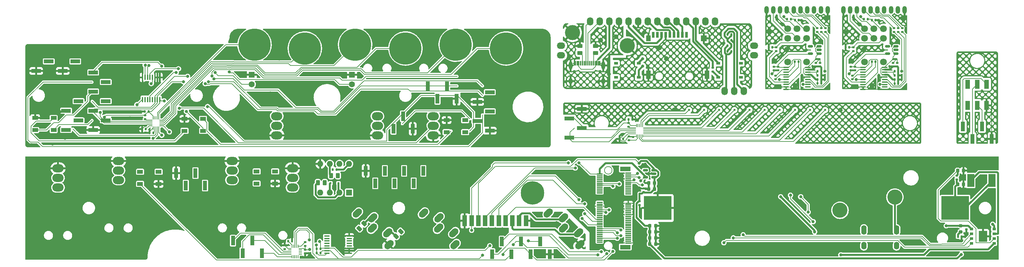
<source format=gbr>
%TF.GenerationSoftware,KiCad,Pcbnew,(6.0.5)*%
%TF.CreationDate,2022-07-01T10:57:45+02:00*%
%TF.ProjectId,clarinoid-bodytest,636c6172-696e-46f6-9964-2d626f647974,rev?*%
%TF.SameCoordinates,Original*%
%TF.FileFunction,Copper,L1,Top*%
%TF.FilePolarity,Positive*%
%FSLAX46Y46*%
G04 Gerber Fmt 4.6, Leading zero omitted, Abs format (unit mm)*
G04 Created by KiCad (PCBNEW (6.0.5)) date 2022-07-01 10:57:45*
%MOMM*%
%LPD*%
G01*
G04 APERTURE LIST*
G04 Aperture macros list*
%AMRoundRect*
0 Rectangle with rounded corners*
0 $1 Rounding radius*
0 $2 $3 $4 $5 $6 $7 $8 $9 X,Y pos of 4 corners*
0 Add a 4 corners polygon primitive as box body*
4,1,4,$2,$3,$4,$5,$6,$7,$8,$9,$2,$3,0*
0 Add four circle primitives for the rounded corners*
1,1,$1+$1,$2,$3*
1,1,$1+$1,$4,$5*
1,1,$1+$1,$6,$7*
1,1,$1+$1,$8,$9*
0 Add four rect primitives between the rounded corners*
20,1,$1+$1,$2,$3,$4,$5,0*
20,1,$1+$1,$4,$5,$6,$7,0*
20,1,$1+$1,$6,$7,$8,$9,0*
20,1,$1+$1,$8,$9,$2,$3,0*%
%AMHorizOval*
0 Thick line with rounded ends*
0 $1 width*
0 $2 $3 position (X,Y) of the first rounded end (center of the circle)*
0 $4 $5 position (X,Y) of the second rounded end (center of the circle)*
0 Add line between two ends*
20,1,$1,$2,$3,$4,$5,0*
0 Add two circle primitives to create the rounded ends*
1,1,$1,$2,$3*
1,1,$1,$4,$5*%
%AMFreePoly0*
4,1,14,0.088284,0.450784,0.100000,0.422500,0.100000,-0.422500,0.088284,-0.450784,0.060000,-0.462500,0.036569,-0.462500,0.008285,-0.450784,-0.088284,-0.354215,-0.100000,-0.325931,-0.100000,0.422500,-0.088284,0.450784,-0.060000,0.462500,0.060000,0.462500,0.088284,0.450784,0.088284,0.450784,$1*%
%AMFreePoly1*
4,1,14,0.088284,0.450784,0.100000,0.422500,0.100000,-0.325931,0.088284,-0.354215,-0.008285,-0.450784,-0.036569,-0.462500,-0.060000,-0.462500,-0.088284,-0.450784,-0.100000,-0.422500,-0.100000,0.422500,-0.088284,0.450784,-0.060000,0.462500,0.060000,0.462500,0.088284,0.450784,0.088284,0.450784,$1*%
%AMFreePoly2*
4,1,14,0.450784,0.088284,0.462500,0.060000,0.462500,-0.060000,0.450784,-0.088284,0.422500,-0.100000,-0.422500,-0.100000,-0.450784,-0.088284,-0.462500,-0.060000,-0.462500,-0.036569,-0.450784,-0.008285,-0.354215,0.088284,-0.325931,0.100000,0.422500,0.100000,0.450784,0.088284,0.450784,0.088284,$1*%
%AMFreePoly3*
4,1,14,0.450784,0.088284,0.462500,0.060000,0.462500,-0.060000,0.450784,-0.088284,0.422500,-0.100000,-0.325931,-0.100000,-0.354215,-0.088284,-0.450784,0.008285,-0.462500,0.036569,-0.462500,0.060000,-0.450784,0.088284,-0.422500,0.100000,0.422500,0.100000,0.450784,0.088284,0.450784,0.088284,$1*%
%AMFreePoly4*
4,1,14,-0.008285,0.450784,0.088284,0.354215,0.100000,0.325931,0.100000,-0.422500,0.088284,-0.450784,0.060000,-0.462500,-0.060000,-0.462500,-0.088284,-0.450784,-0.100000,-0.422500,-0.100000,0.422500,-0.088284,0.450784,-0.060000,0.462500,-0.036569,0.462500,-0.008285,0.450784,-0.008285,0.450784,$1*%
%AMFreePoly5*
4,1,14,0.088284,0.450784,0.100000,0.422500,0.100000,-0.422500,0.088284,-0.450784,0.060000,-0.462500,-0.060000,-0.462500,-0.088284,-0.450784,-0.100000,-0.422500,-0.100000,0.325931,-0.088284,0.354215,0.008285,0.450784,0.036569,0.462500,0.060000,0.462500,0.088284,0.450784,0.088284,0.450784,$1*%
%AMFreePoly6*
4,1,14,0.450784,0.088284,0.462500,0.060000,0.462500,0.036569,0.450784,0.008285,0.354215,-0.088284,0.325931,-0.100000,-0.422500,-0.100000,-0.450784,-0.088284,-0.462500,-0.060000,-0.462500,0.060000,-0.450784,0.088284,-0.422500,0.100000,0.422500,0.100000,0.450784,0.088284,0.450784,0.088284,$1*%
%AMFreePoly7*
4,1,14,0.354215,0.088284,0.450784,-0.008285,0.462500,-0.036569,0.462500,-0.060000,0.450784,-0.088284,0.422500,-0.100000,-0.422500,-0.100000,-0.450784,-0.088284,-0.462500,-0.060000,-0.462500,0.060000,-0.450784,0.088284,-0.422500,0.100000,0.325931,0.100000,0.354215,0.088284,0.354215,0.088284,$1*%
G04 Aperture macros list end*
%TA.AperFunction,NonConductor*%
%ADD10C,0.200000*%
%TD*%
%TA.AperFunction,SMDPad,CuDef*%
%ADD11R,1.300000X2.375000*%
%TD*%
%TA.AperFunction,SMDPad,CuDef*%
%ADD12R,1.000000X2.510000*%
%TD*%
%TA.AperFunction,SMDPad,CuDef*%
%ADD13RoundRect,0.150000X0.512500X0.150000X-0.512500X0.150000X-0.512500X-0.150000X0.512500X-0.150000X0*%
%TD*%
%TA.AperFunction,SMDPad,CuDef*%
%ADD14RoundRect,0.140000X-0.170000X0.140000X-0.170000X-0.140000X0.170000X-0.140000X0.170000X0.140000X0*%
%TD*%
%TA.AperFunction,SMDPad,CuDef*%
%ADD15RoundRect,0.135000X-0.185000X0.135000X-0.185000X-0.135000X0.185000X-0.135000X0.185000X0.135000X0*%
%TD*%
%TA.AperFunction,SMDPad,CuDef*%
%ADD16RoundRect,0.135000X0.185000X-0.135000X0.185000X0.135000X-0.185000X0.135000X-0.185000X-0.135000X0*%
%TD*%
%TA.AperFunction,SMDPad,CuDef*%
%ADD17RoundRect,0.140000X0.140000X0.170000X-0.140000X0.170000X-0.140000X-0.170000X0.140000X-0.170000X0*%
%TD*%
%TA.AperFunction,ComponentPad*%
%ADD18C,1.800000*%
%TD*%
%TA.AperFunction,SMDPad,CuDef*%
%ADD19RoundRect,0.140000X-0.140000X-0.170000X0.140000X-0.170000X0.140000X0.170000X-0.140000X0.170000X0*%
%TD*%
%TA.AperFunction,SMDPad,CuDef*%
%ADD20RoundRect,0.100000X-0.637500X-0.100000X0.637500X-0.100000X0.637500X0.100000X-0.637500X0.100000X0*%
%TD*%
%TA.AperFunction,SMDPad,CuDef*%
%ADD21C,0.500000*%
%TD*%
%TA.AperFunction,SMDPad,CuDef*%
%ADD22RoundRect,0.135000X-0.135000X-0.185000X0.135000X-0.185000X0.135000X0.185000X-0.135000X0.185000X0*%
%TD*%
%TA.AperFunction,CastellatedPad*%
%ADD23O,1.200000X2.000000*%
%TD*%
%TA.AperFunction,SMDPad,CuDef*%
%ADD24RoundRect,0.135000X0.135000X0.185000X-0.135000X0.185000X-0.135000X-0.185000X0.135000X-0.185000X0*%
%TD*%
%TA.AperFunction,SMDPad,CuDef*%
%ADD25R,2.510000X1.000000*%
%TD*%
%TA.AperFunction,ComponentPad*%
%ADD26O,3.000000X2.150000*%
%TD*%
%TA.AperFunction,SMDPad,CuDef*%
%ADD27R,0.450000X1.475000*%
%TD*%
%TA.AperFunction,SMDPad,CuDef*%
%ADD28RoundRect,0.225000X-0.225000X-0.250000X0.225000X-0.250000X0.225000X0.250000X-0.225000X0.250000X0*%
%TD*%
%TA.AperFunction,SMDPad,CuDef*%
%ADD29R,0.950000X0.700000*%
%TD*%
%TA.AperFunction,SMDPad,CuDef*%
%ADD30R,2.250000X2.850000*%
%TD*%
%TA.AperFunction,SMDPad,CuDef*%
%ADD31RoundRect,0.147500X-0.147500X-0.172500X0.147500X-0.172500X0.147500X0.172500X-0.147500X0.172500X0*%
%TD*%
%TA.AperFunction,SMDPad,CuDef*%
%ADD32R,7.340000X6.350000*%
%TD*%
%TA.AperFunction,ComponentPad*%
%ADD33R,1.600000X1.600000*%
%TD*%
%TA.AperFunction,ComponentPad*%
%ADD34C,1.600000*%
%TD*%
%TA.AperFunction,SMDPad,CuDef*%
%ADD35R,0.300000X1.150000*%
%TD*%
%TA.AperFunction,ComponentPad*%
%ADD36O,1.000000X2.100000*%
%TD*%
%TA.AperFunction,ComponentPad*%
%ADD37O,1.000000X1.600000*%
%TD*%
%TA.AperFunction,SMDPad,CuDef*%
%ADD38RoundRect,0.225000X0.225000X0.250000X-0.225000X0.250000X-0.225000X-0.250000X0.225000X-0.250000X0*%
%TD*%
%TA.AperFunction,SMDPad,CuDef*%
%ADD39R,0.600000X0.450000*%
%TD*%
%TA.AperFunction,ComponentPad*%
%ADD40C,6.200000*%
%TD*%
%TA.AperFunction,SMDPad,CuDef*%
%ADD41R,1.500000X1.000000*%
%TD*%
%TA.AperFunction,SMDPad,CuDef*%
%ADD42R,0.700000X1.600000*%
%TD*%
%TA.AperFunction,SMDPad,CuDef*%
%ADD43R,1.200000X1.500000*%
%TD*%
%TA.AperFunction,SMDPad,CuDef*%
%ADD44R,1.200000X2.200000*%
%TD*%
%TA.AperFunction,SMDPad,CuDef*%
%ADD45R,1.600000X1.500000*%
%TD*%
%TA.AperFunction,SMDPad,CuDef*%
%ADD46RoundRect,0.250000X0.262500X0.450000X-0.262500X0.450000X-0.262500X-0.450000X0.262500X-0.450000X0*%
%TD*%
%TA.AperFunction,SMDPad,CuDef*%
%ADD47R,1.200000X3.000000*%
%TD*%
%TA.AperFunction,CastellatedPad*%
%ADD48O,1.700000X2.200000*%
%TD*%
%TA.AperFunction,CastellatedPad*%
%ADD49O,2.200000X1.700000*%
%TD*%
%TA.AperFunction,ComponentPad*%
%ADD50C,4.000000*%
%TD*%
%TA.AperFunction,SMDPad,CuDef*%
%ADD51R,1.850000X3.500000*%
%TD*%
%TA.AperFunction,SMDPad,CuDef*%
%ADD52RoundRect,0.250000X0.132583X-0.503814X0.503814X-0.132583X-0.132583X0.503814X-0.503814X0.132583X0*%
%TD*%
%TA.AperFunction,SMDPad,CuDef*%
%ADD53R,1.000000X0.750000*%
%TD*%
%TA.AperFunction,SMDPad,CuDef*%
%ADD54RoundRect,0.250000X-0.450000X0.262500X-0.450000X-0.262500X0.450000X-0.262500X0.450000X0.262500X0*%
%TD*%
%TA.AperFunction,SMDPad,CuDef*%
%ADD55FreePoly0,0.000000*%
%TD*%
%TA.AperFunction,SMDPad,CuDef*%
%ADD56RoundRect,0.050000X-0.050000X-0.412500X0.050000X-0.412500X0.050000X0.412500X-0.050000X0.412500X0*%
%TD*%
%TA.AperFunction,SMDPad,CuDef*%
%ADD57FreePoly1,0.000000*%
%TD*%
%TA.AperFunction,SMDPad,CuDef*%
%ADD58FreePoly2,0.000000*%
%TD*%
%TA.AperFunction,SMDPad,CuDef*%
%ADD59RoundRect,0.050000X-0.412500X-0.050000X0.412500X-0.050000X0.412500X0.050000X-0.412500X0.050000X0*%
%TD*%
%TA.AperFunction,SMDPad,CuDef*%
%ADD60FreePoly3,0.000000*%
%TD*%
%TA.AperFunction,SMDPad,CuDef*%
%ADD61FreePoly4,0.000000*%
%TD*%
%TA.AperFunction,SMDPad,CuDef*%
%ADD62FreePoly5,0.000000*%
%TD*%
%TA.AperFunction,SMDPad,CuDef*%
%ADD63FreePoly6,0.000000*%
%TD*%
%TA.AperFunction,SMDPad,CuDef*%
%ADD64FreePoly7,0.000000*%
%TD*%
%TA.AperFunction,SMDPad,CuDef*%
%ADD65RoundRect,0.250000X-0.132583X0.503814X-0.503814X0.132583X0.132583X-0.503814X0.503814X-0.132583X0*%
%TD*%
%TA.AperFunction,SMDPad,CuDef*%
%ADD66RoundRect,0.140000X0.170000X-0.140000X0.170000X0.140000X-0.170000X0.140000X-0.170000X-0.140000X0*%
%TD*%
%TA.AperFunction,SMDPad,CuDef*%
%ADD67RoundRect,0.200000X-0.275000X0.200000X-0.275000X-0.200000X0.275000X-0.200000X0.275000X0.200000X0*%
%TD*%
%TA.AperFunction,SMDPad,CuDef*%
%ADD68R,1.550000X0.300000*%
%TD*%
%TA.AperFunction,SMDPad,CuDef*%
%ADD69R,2.750000X1.200000*%
%TD*%
%TA.AperFunction,SMDPad,CuDef*%
%ADD70FreePoly7,270.000000*%
%TD*%
%TA.AperFunction,SMDPad,CuDef*%
%ADD71RoundRect,0.050000X-0.050000X0.412500X-0.050000X-0.412500X0.050000X-0.412500X0.050000X0.412500X0*%
%TD*%
%TA.AperFunction,SMDPad,CuDef*%
%ADD72FreePoly6,270.000000*%
%TD*%
%TA.AperFunction,SMDPad,CuDef*%
%ADD73FreePoly5,270.000000*%
%TD*%
%TA.AperFunction,SMDPad,CuDef*%
%ADD74RoundRect,0.050000X-0.412500X0.050000X-0.412500X-0.050000X0.412500X-0.050000X0.412500X0.050000X0*%
%TD*%
%TA.AperFunction,SMDPad,CuDef*%
%ADD75FreePoly4,270.000000*%
%TD*%
%TA.AperFunction,SMDPad,CuDef*%
%ADD76FreePoly3,270.000000*%
%TD*%
%TA.AperFunction,SMDPad,CuDef*%
%ADD77FreePoly2,270.000000*%
%TD*%
%TA.AperFunction,SMDPad,CuDef*%
%ADD78FreePoly1,270.000000*%
%TD*%
%TA.AperFunction,SMDPad,CuDef*%
%ADD79FreePoly0,270.000000*%
%TD*%
%TA.AperFunction,SMDPad,CuDef*%
%ADD80R,1.475000X0.450000*%
%TD*%
%TA.AperFunction,ComponentPad*%
%ADD81HorizOval,1.700000X0.388909X0.388909X-0.388909X-0.388909X0*%
%TD*%
%TA.AperFunction,ComponentPad*%
%ADD82C,8.500000*%
%TD*%
%TA.AperFunction,ComponentPad*%
%ADD83O,1.600000X1.600000*%
%TD*%
%TA.AperFunction,ComponentPad*%
%ADD84O,1.400000X2.500000*%
%TD*%
%TA.AperFunction,ComponentPad*%
%ADD85O,1.400000X2.000000*%
%TD*%
%TA.AperFunction,ViaPad*%
%ADD86C,0.800000*%
%TD*%
%TA.AperFunction,ViaPad*%
%ADD87C,0.600000*%
%TD*%
%TA.AperFunction,Conductor*%
%ADD88C,0.200000*%
%TD*%
%TA.AperFunction,Conductor*%
%ADD89C,0.500000*%
%TD*%
G04 APERTURE END LIST*
D10*
X-144901696Y-221197034D02*
G75*
G03*
X-144901696Y-221197034I-1000000J0D01*
G01*
%TO.C,NT1*%
G36*
X-89976207Y-191942523D02*
G01*
X-90976207Y-191942523D01*
X-90976207Y-191442523D01*
X-89976207Y-191442523D01*
X-89976207Y-191942523D01*
G37*
G36*
X-69639196Y-191947034D02*
G01*
X-70639196Y-191947034D01*
X-70639196Y-191447034D01*
X-69639196Y-191447034D01*
X-69639196Y-191947034D01*
G37*
%TO.C,NT2*%
G36*
X-137401696Y-228397034D02*
G01*
X-137901696Y-228397034D01*
X-137901696Y-227397034D01*
X-137401696Y-227397034D01*
X-137401696Y-228397034D01*
G37*
%TD*%
D11*
%TO.P,U1,1,GND*%
%TO.N,/PressureBoard/pressure_gnd*%
X-45839196Y-204010034D03*
%TO.P,U1,2,Vs*%
%TO.N,/PressureBoard/pressure_3v3*%
X-48339196Y-204010034D03*
%TO.P,U1,3,INT*%
%TO.N,unconnected-(U1-Pad3)*%
X-50839196Y-204010034D03*
%TO.P,U1,4,NC*%
%TO.N,unconnected-(U1-Pad4)*%
X-50839196Y-198384034D03*
%TO.P,U1,5,SDA*%
%TO.N,/PressureBoard/pressure_sda*%
X-48339196Y-198384034D03*
%TO.P,U1,6,SCL*%
%TO.N,/PressureBoard/pressure_sck*%
X-45839196Y-198384034D03*
%TD*%
D12*
%TO.P,J1,1,Pin_1*%
%TO.N,/PressureBoard/pressure_gnd*%
X-44529196Y-212852034D03*
%TO.P,J1,2,Pin_2*%
%TO.N,/PressureBoard/pressure_3v3*%
X-47069196Y-209542034D03*
%TO.P,J1,3,Pin_3*%
%TO.N,/PressureBoard/pressure_sda*%
X-49609196Y-212852034D03*
%TO.P,J1,4,Pin_4*%
%TO.N,/PressureBoard/pressure_sck*%
X-52149196Y-209542034D03*
%TD*%
D13*
%TO.P,U5,5,OUT*%
%TO.N,/DAC/a3v3*%
X-92413707Y-190242523D03*
%TO.P,U5,4,NC*%
%TO.N,unconnected-(U5-Pad4)*%
X-92413707Y-188342523D03*
%TO.P,U5,3,EN*%
%TO.N,/DAC/D3v3*%
X-90138707Y-188342523D03*
%TO.P,U5,2,GND*%
%TO.N,/DAC/dac_gnd*%
X-90138707Y-189292523D03*
%TO.P,U5,1,IN*%
%TO.N,/DAC/D3v3*%
X-90138707Y-190242523D03*
%TD*%
D14*
%TO.P,C12,2*%
%TO.N,/DAC/dac_gnd*%
X-102076207Y-194672523D03*
%TO.P,C12,1*%
%TO.N,/DAC/a3v3*%
X-102076207Y-193712523D03*
%TD*%
D15*
%TO.P,R1,2*%
%TO.N,Net-(R1-Pad2)*%
X-89576207Y-184502523D03*
%TO.P,R1,1*%
%TO.N,/DAC/dac_i2s_lrck*%
X-89576207Y-183482523D03*
%TD*%
D16*
%TO.P,R5,2*%
%TO.N,Net-(C9-Pad1)*%
X-101476207Y-188572523D03*
%TO.P,R5,1*%
%TO.N,Net-(R5-Pad1)*%
X-101476207Y-189592523D03*
%TD*%
D14*
%TO.P,C4,2*%
%TO.N,Net-(C4-Pad2)*%
X-101676207Y-197072523D03*
%TO.P,C4,1*%
%TO.N,Net-(C4-Pad1)*%
X-101676207Y-196112523D03*
%TD*%
D17*
%TO.P,C5,2*%
%TO.N,Net-(C5-Pad2)*%
X-96556207Y-192392523D03*
%TO.P,C5,1*%
%TO.N,Net-(C5-Pad1)*%
X-95596207Y-192392523D03*
%TD*%
D15*
%TO.P,R2,2*%
%TO.N,Net-(R2-Pad2)*%
X-88476207Y-184502523D03*
%TO.P,R2,1*%
%TO.N,/DAC/dac_i2s_din*%
X-88476207Y-183482523D03*
%TD*%
D18*
%TO.P,R21,8,SW_2*%
%TO.N,/DAC/dac_sw1*%
X-93476207Y-192442523D03*
%TO.P,R21,7,SW_1*%
%TO.N,/DAC/dac_sw2*%
X-98476207Y-192442523D03*
%TO.P,R21,6,R2_3*%
%TO.N,Net-(C9-Pad1)*%
X-93476207Y-186192523D03*
%TO.P,R21,5,R2_2*%
%TO.N,/DAC/dac_audio_out_r*%
X-95976207Y-186192523D03*
%TO.P,R21,4,R2_1*%
%TO.N,/DAC/dac_gnd*%
X-98476207Y-186192523D03*
%TO.P,R21,3,R1_3*%
%TO.N,Net-(C6-Pad1)*%
X-93476207Y-183692523D03*
%TO.P,R21,2,R1_2*%
%TO.N,/DAC/dac_audio_out_L*%
X-95976207Y-183692523D03*
%TO.P,R21,1,R1_1*%
%TO.N,/DAC/dac_gnd*%
X-98476207Y-183692523D03*
%TD*%
D14*
%TO.P,C1,2*%
%TO.N,/DAC/dac_gnd*%
X-89876207Y-193672523D03*
%TO.P,C1,1*%
%TO.N,/DAC/dac_3v3in*%
X-89876207Y-192712523D03*
%TD*%
D19*
%TO.P,C6,2*%
%TO.N,/DAC/dac_gnd*%
X-95571902Y-181392523D03*
%TO.P,C6,1*%
%TO.N,Net-(C6-Pad1)*%
X-96531902Y-181392523D03*
%TD*%
D20*
%TO.P,U4,20,DVDD*%
%TO.N,/DAC/D3v3*%
X-93151207Y-193892523D03*
%TO.P,U4,19,DGND*%
%TO.N,/DAC/dac_gnd*%
X-93151207Y-194542523D03*
%TO.P,U4,18,LDOO*%
%TO.N,Net-(C10-Pad1)*%
X-93151207Y-195192523D03*
%TO.P,U4,17,XSMT*%
%TO.N,/DAC/D3v3*%
X-93151207Y-195842523D03*
%TO.P,U4,16,FMT*%
%TO.N,/DAC/dac_gnd*%
X-93151207Y-196492523D03*
%TO.P,U4,15,LRCK*%
%TO.N,Net-(R1-Pad2)*%
X-93151207Y-197142523D03*
%TO.P,U4,14,DIN*%
%TO.N,Net-(R2-Pad2)*%
X-93151207Y-197792523D03*
%TO.P,U4,13,BCK*%
%TO.N,Net-(R3-Pad2)*%
X-93151207Y-198442523D03*
%TO.P,U4,12,SCK*%
%TO.N,unconnected-(U4-Pad12)*%
X-93151207Y-199092523D03*
%TO.P,U4,11,FLT*%
%TO.N,/DAC/dac_gnd*%
X-93151207Y-199742523D03*
%TO.P,U4,10,DEMP*%
X-98876207Y-199742523D03*
%TO.P,U4,9,AGND*%
X-98876207Y-199092523D03*
%TO.P,U4,8,AVDD*%
%TO.N,/DAC/a3v3*%
X-98876207Y-198442523D03*
%TO.P,U4,7,OUTR*%
%TO.N,Net-(R5-Pad1)*%
X-98876207Y-197792523D03*
%TO.P,U4,6,OUTL*%
%TO.N,Net-(R4-Pad1)*%
X-98876207Y-197142523D03*
%TO.P,U4,5,VNEG*%
%TO.N,Net-(C5-Pad1)*%
X-98876207Y-196492523D03*
%TO.P,U4,4,CAPM*%
%TO.N,Net-(C4-Pad2)*%
X-98876207Y-195842523D03*
%TO.P,U4,3,CPGND*%
%TO.N,Net-(C5-Pad2)*%
X-98876207Y-195192523D03*
%TO.P,U4,2,CAPP*%
%TO.N,Net-(C4-Pad1)*%
X-98876207Y-194542523D03*
%TO.P,U4,1,CPVDD*%
%TO.N,/DAC/a3v3*%
X-98876207Y-193892523D03*
%TD*%
D21*
%TO.P,NT1,2,2*%
%TO.N,/DAC/D3v3*%
X-90976207Y-191692523D03*
%TO.P,NT1,1,1*%
%TO.N,/DAC/dac_3v3in*%
X-89976207Y-191692523D03*
%TD*%
D22*
%TO.P,R4,2*%
%TO.N,Net-(C6-Pad1)*%
X-97641902Y-181092523D03*
%TO.P,R4,1*%
%TO.N,Net-(R4-Pad1)*%
X-98661902Y-181092523D03*
%TD*%
D17*
%TO.P,C11,2*%
%TO.N,/DAC/D3v3*%
X-90556207Y-198192523D03*
%TO.P,C11,1*%
%TO.N,/DAC/dac_gnd*%
X-89596207Y-198192523D03*
%TD*%
D15*
%TO.P,R3,2*%
%TO.N,Net-(R3-Pad2)*%
X-90676207Y-184502523D03*
%TO.P,R3,1*%
%TO.N,/DAC/dac_i2s_bck*%
X-90676207Y-183482523D03*
%TD*%
D23*
%TO.P,J15,10,audio_out_S_gnd*%
%TO.N,/DAC/dac_gnd*%
X-104076207Y-178692523D03*
%TO.P,J15,9,audio_out_R*%
%TO.N,/DAC/dac_audio_out_r*%
X-102276207Y-178692523D03*
%TO.P,J15,8,audio_out_T_left*%
%TO.N,/DAC/dac_audio_out_L*%
X-100476207Y-178692523D03*
%TO.P,J15,7,i2s_bck*%
%TO.N,/DAC/dac_i2s_bck*%
X-98676207Y-178692523D03*
%TO.P,J15,6,i2s_lrck*%
%TO.N,/DAC/dac_i2s_lrck*%
X-96876207Y-178692523D03*
%TO.P,J15,5,i2s_din*%
%TO.N,/DAC/dac_i2s_din*%
X-95076207Y-178692523D03*
%TO.P,J15,4,SW2*%
%TO.N,/DAC/dac_sw2*%
X-93276207Y-178692523D03*
%TO.P,J15,3,SW1*%
%TO.N,/DAC/dac_sw1*%
X-91476207Y-178692523D03*
%TO.P,J15,2,3v3*%
%TO.N,/DAC/dac_3v3in*%
X-89676207Y-178692523D03*
%TO.P,J15,1,GND*%
%TO.N,/DAC/dac_gnd*%
X-87876207Y-178692523D03*
%TD*%
D19*
%TO.P,C10,2*%
%TO.N,/DAC/dac_gnd*%
X-89596207Y-195992523D03*
%TO.P,C10,1*%
%TO.N,Net-(C10-Pad1)*%
X-90556207Y-195992523D03*
%TD*%
D14*
%TO.P,C3,2*%
%TO.N,/DAC/dac_gnd*%
X-90976207Y-193672523D03*
%TO.P,C3,1*%
%TO.N,/DAC/dac_3v3in*%
X-90976207Y-192712523D03*
%TD*%
D17*
%TO.P,C8,2*%
%TO.N,/DAC/D3v3*%
X-90556207Y-197092523D03*
%TO.P,C8,1*%
%TO.N,/DAC/dac_gnd*%
X-89596207Y-197092523D03*
%TD*%
%TO.P,C9,2*%
%TO.N,/DAC/dac_gnd*%
X-103456207Y-188582523D03*
%TO.P,C9,1*%
%TO.N,Net-(C9-Pad1)*%
X-102496207Y-188582523D03*
%TD*%
D19*
%TO.P,C7,2*%
%TO.N,/DAC/dac_gnd*%
X-89596207Y-194892523D03*
%TO.P,C7,1*%
%TO.N,Net-(C10-Pad1)*%
X-90556207Y-194892523D03*
%TD*%
D14*
%TO.P,C13,2*%
%TO.N,/DAC/dac_gnd*%
X-100976207Y-194672523D03*
%TO.P,C13,1*%
%TO.N,/DAC/a3v3*%
X-100976207Y-193712523D03*
%TD*%
D24*
%TO.P,R17,1*%
%TO.N,/MainBoard/i2c0_sda*%
X-222016696Y-243097034D03*
%TO.P,R17,2*%
%TO.N,/MainBoard/main_3v3*%
X-223036696Y-243097034D03*
%TD*%
D14*
%TO.P,C16,1*%
%TO.N,/MainBoard/main usb 5v in*%
X-51251696Y-235917034D03*
%TO.P,C16,2*%
%TO.N,/MainBoard/main_gnd*%
X-51251696Y-236877034D03*
%TD*%
D17*
%TO.P,C31,2*%
%TO.N,/Pitchboard/pitch_gnd*%
X-142919196Y-212897034D03*
%TO.P,C31,1*%
%TO.N,Net-(C31-Pad1)*%
X-141959196Y-212897034D03*
%TD*%
%TO.P,C29,1*%
%TO.N,/LHBoard/lh_3v3*%
X-267471696Y-205597034D03*
%TO.P,C29,2*%
%TO.N,/LHBoard/lh_gnd*%
X-268431696Y-205597034D03*
%TD*%
D25*
%TO.P,SW14,1,1*%
%TO.N,/LHBoard/lh_gnd*%
X-297156696Y-194867034D03*
%TO.P,SW14,2,2*%
%TO.N,Net-(IC3-Pad11)*%
X-293846696Y-192327034D03*
%TD*%
D16*
%TO.P,R5,1*%
%TO.N,Net-(R5-Pad1)*%
X-81139196Y-189597034D03*
%TO.P,R5,2*%
%TO.N,Net-(C9-Pad1)*%
X-81139196Y-188577034D03*
%TD*%
D26*
%TO.P,SW2,1,1*%
%TO.N,/MainBoard/main_gnd*%
X-291389196Y-220682034D03*
%TO.P,SW2,2,2*%
%TO.N,Net-(IC1-Pad4)*%
X-291389196Y-223222034D03*
%TO.P,SW2,3*%
%TO.N,N/C*%
X-291389196Y-225762034D03*
%TD*%
D27*
%TO.P,IC3,1,A0*%
%TO.N,/LHBoard/lh_gnd*%
X-264476696Y-196559034D03*
%TO.P,IC3,2,A1*%
X-265126696Y-196559034D03*
%TO.P,IC3,3,A2*%
X-265776696Y-196559034D03*
%TO.P,IC3,4,IO0*%
%TO.N,Net-(IC3-Pad4)*%
X-266426696Y-196559034D03*
%TO.P,IC3,5,IO1*%
%TO.N,Net-(IC3-Pad5)*%
X-267076696Y-196559034D03*
%TO.P,IC3,6,IO2*%
%TO.N,Net-(IC3-Pad6)*%
X-267726696Y-196559034D03*
%TO.P,IC3,7,IO3*%
%TO.N,Net-(IC3-Pad7)*%
X-268376696Y-196559034D03*
%TO.P,IC3,8,VSS*%
%TO.N,/LHBoard/lh_gnd*%
X-269026696Y-196559034D03*
%TO.P,IC3,9,IO4*%
%TO.N,Net-(IC3-Pad9)*%
X-269026696Y-202435034D03*
%TO.P,IC3,10,IO5*%
%TO.N,Net-(IC3-Pad10)*%
X-268376696Y-202435034D03*
%TO.P,IC3,11,IO6*%
%TO.N,Net-(IC3-Pad11)*%
X-267726696Y-202435034D03*
%TO.P,IC3,12,IO7*%
%TO.N,/LHBoard/encoder SW*%
X-267076696Y-202435034D03*
%TO.P,IC3,13,~{INT}*%
%TO.N,unconnected-(IC3-Pad13)*%
X-266426696Y-202435034D03*
%TO.P,IC3,14,SCL*%
%TO.N,/LHBoard/lh_sck*%
X-265776696Y-202435034D03*
%TO.P,IC3,15,SDA*%
%TO.N,/LHBoard/lh_sda*%
X-265126696Y-202435034D03*
%TO.P,IC3,16,VDD*%
%TO.N,/LHBoard/lh_3v3*%
X-264476696Y-202435034D03*
%TD*%
D28*
%TO.P,C25,1*%
%TO.N,Net-(C18-Pad1)*%
X-134926696Y-235897034D03*
%TO.P,C25,2*%
%TO.N,/MainBoard/main_gnd*%
X-133376696Y-235897034D03*
%TD*%
D25*
%TO.P,J21,1,Pin_1*%
%TO.N,/LHBoard/encoder A*%
X-177221696Y-200506034D03*
%TO.P,J21,2,Pin_2*%
%TO.N,/LHBoard/lh_gnd*%
X-180531696Y-203046034D03*
%TO.P,J21,3,Pin_3*%
%TO.N,/LHBoard/encoder B*%
X-177221696Y-205586034D03*
%TO.P,J21,4,Pin_4*%
%TO.N,/LHBoard/encoder SW*%
X-180531696Y-208126034D03*
%TO.P,J21,5,Pin_5*%
%TO.N,/LHBoard/lh_gnd*%
X-177221696Y-210666034D03*
%TD*%
D14*
%TO.P,C13,1*%
%TO.N,/DAC/a3v3*%
X-80639196Y-193717034D03*
%TO.P,C13,2*%
%TO.N,/DAC/dac_gnd*%
X-80639196Y-194677034D03*
%TD*%
D28*
%TO.P,C24,1*%
%TO.N,Net-(C18-Pad1)*%
X-134926696Y-237497034D03*
%TO.P,C24,2*%
%TO.N,/MainBoard/main_gnd*%
X-133376696Y-237497034D03*
%TD*%
D15*
%TO.P,R11,1*%
%TO.N,Net-(J13-Pad11)*%
X-118251696Y-193987034D03*
%TO.P,R11,2*%
%TO.N,Net-(R11-Pad2)*%
X-118251696Y-195007034D03*
%TD*%
D29*
%TO.P,IC2,1,VIN*%
%TO.N,/MainBoard/main usb 5v in*%
X-49826696Y-236792034D03*
%TO.P,IC2,2,LED1*%
%TO.N,/MainBoard/main_batt_led1*%
X-49826696Y-238062034D03*
%TO.P,IC2,3,LED2*%
%TO.N,/MainBoard/main_batt_led2*%
X-49826696Y-239332034D03*
%TO.P,IC2,4,LED3*%
%TO.N,/MainBoard/main_batt_led3*%
X-49826696Y-240602034D03*
%TO.P,IC2,5,KEY*%
%TO.N,/MainBoard/main_batt_key_1*%
X-43876696Y-240602034D03*
%TO.P,IC2,6,BAT*%
%TO.N,Net-(C19-Pad1)*%
X-43876696Y-239332034D03*
%TO.P,IC2,7,SW-inductor*%
%TO.N,Net-(IC2-Pad7)*%
X-43876696Y-238062034D03*
%TO.P,IC2,8,VOUT*%
%TO.N,Net-(C18-Pad1)*%
X-43876696Y-236792034D03*
D30*
%TO.P,IC2,9,PWR-GND*%
%TO.N,/MainBoard/main_gnd*%
X-46851696Y-238697034D03*
%TD*%
D13*
%TO.P,U7,1,IN*%
%TO.N,/MainBoard/power/5v reg out*%
X-133814196Y-223047034D03*
%TO.P,U7,2,GND*%
%TO.N,/MainBoard/main_gnd*%
X-133814196Y-222097034D03*
%TO.P,U7,3,EN*%
%TO.N,/MainBoard/power/5v reg out*%
X-133814196Y-221147034D03*
%TO.P,U7,4,NC*%
%TO.N,unconnected-(U7-Pad4)*%
X-136089196Y-221147034D03*
%TO.P,U7,5,OUT*%
%TO.N,/MainBoard/main_3v3*%
X-136089196Y-223047034D03*
%TD*%
D19*
%TO.P,C7,1*%
%TO.N,Net-(C10-Pad1)*%
X-70219196Y-194897034D03*
%TO.P,C7,2*%
%TO.N,/DAC/dac_gnd*%
X-69259196Y-194897034D03*
%TD*%
D13*
%TO.P,U5,1,IN*%
%TO.N,/DAC/D3v3*%
X-69801696Y-190247034D03*
%TO.P,U5,2,GND*%
%TO.N,/DAC/dac_gnd*%
X-69801696Y-189297034D03*
%TO.P,U5,3,EN*%
%TO.N,/DAC/D3v3*%
X-69801696Y-188347034D03*
%TO.P,U5,4,NC*%
%TO.N,unconnected-(U5-Pad4)*%
X-72076696Y-188347034D03*
%TO.P,U5,5,OUT*%
%TO.N,/DAC/a3v3*%
X-72076696Y-190247034D03*
%TD*%
D14*
%TO.P,C12,1*%
%TO.N,/DAC/a3v3*%
X-81739196Y-193717034D03*
%TO.P,C12,2*%
%TO.N,/DAC/dac_gnd*%
X-81739196Y-194677034D03*
%TD*%
D26*
%TO.P,SW11,1,1*%
%TO.N,/LHBoard/lh_gnd*%
X-206951696Y-211912034D03*
%TO.P,SW11,2,2*%
%TO.N,Net-(IC3-Pad7)*%
X-206951696Y-209372034D03*
%TO.P,SW11,3*%
%TO.N,N/C*%
X-206951696Y-206832034D03*
%TD*%
D16*
%TO.P,R12,1*%
%TO.N,/MainBoard/power/batt+*%
X-53751696Y-223607034D03*
%TO.P,R12,2*%
%TO.N,Net-(C19-Pad1)*%
X-53751696Y-222587034D03*
%TD*%
D31*
%TO.P,D2,1,K*%
%TO.N,Net-(D2-Pad1)*%
X-114341207Y-189692523D03*
%TO.P,D2,2,A*%
%TO.N,Net-(D2-Pad2)*%
X-113371207Y-189692523D03*
%TD*%
D17*
%TO.P,C5,1*%
%TO.N,Net-(C5-Pad1)*%
X-75259196Y-192397034D03*
%TO.P,C5,2*%
%TO.N,Net-(C5-Pad2)*%
X-76219196Y-192397034D03*
%TD*%
D32*
%TO.P,BT1,1,+*%
%TO.N,/MainBoard/power/batt+*%
X-54139196Y-231197034D03*
%TO.P,BT1,2,-*%
%TO.N,/MainBoard/main_gnd*%
X-132799196Y-231197034D03*
%TD*%
D33*
%TO.P,SW7,1,1*%
%TO.N,/LHBoard/lh_gnd*%
X-213652477Y-195851545D03*
D34*
%TO.P,SW7,2,2*%
%TO.N,Net-(IC3-Pad4)*%
X-213652477Y-198391545D03*
%TD*%
D12*
%TO.P,J7,1,Pin_1*%
%TO.N,/MainBoard/main_gnd*%
X-260136696Y-221942034D03*
%TO.P,J7,2,Pin_2*%
%TO.N,/MainBoard/main_3v3*%
X-257596696Y-225252034D03*
%TO.P,J7,3,Pin_3*%
%TO.N,/MainBoard/i2c0_sda*%
X-255056696Y-221942034D03*
%TO.P,J7,4,Pin_4*%
%TO.N,/MainBoard/i2c0_scl*%
X-252516696Y-225252034D03*
%TD*%
D15*
%TO.P,R15,1*%
%TO.N,Net-(R15-Pad1)*%
X-226026696Y-240212034D03*
%TO.P,R15,2*%
%TO.N,/MainBoard/main_3v3*%
X-226026696Y-241232034D03*
%TD*%
D35*
%TO.P,J5,A1,GND*%
%TO.N,/USBSocket/GND_USB*%
X-154856207Y-192847523D03*
%TO.P,J5,A4,VBUS*%
%TO.N,/USBSocket/usb bus 5v in*%
X-154056207Y-192847523D03*
%TO.P,J5,A5,CC*%
%TO.N,Net-(J5-PadA5)*%
X-152756207Y-192847523D03*
%TO.P,J5,A6,D+*%
%TO.N,/USBSocket/USB data in +*%
X-151756207Y-192847523D03*
%TO.P,J5,A7,D-*%
%TO.N,/USBSocket/USB data in -*%
X-151256207Y-192847523D03*
%TO.P,J5,A8*%
%TO.N,N/C*%
X-150256207Y-192847523D03*
%TO.P,J5,A9,VBUS*%
%TO.N,/USBSocket/usb bus 5v in*%
X-148956207Y-192847523D03*
%TO.P,J5,A12,GND*%
%TO.N,/USBSocket/GND_USB*%
X-148156207Y-192847523D03*
%TO.P,J5,B1,GND*%
X-148456207Y-192847523D03*
%TO.P,J5,B4,VBUS*%
%TO.N,/USBSocket/usb bus 5v in*%
X-149256207Y-192847523D03*
%TO.P,J5,B5,VCONN*%
%TO.N,Net-(J5-PadB5)*%
X-149756207Y-192847523D03*
%TO.P,J5,B6*%
%TO.N,N/C*%
X-150756207Y-192847523D03*
%TO.P,J5,B7*%
X-152256207Y-192847523D03*
%TO.P,J5,B8*%
X-153256207Y-192847523D03*
%TO.P,J5,B9,VBUS*%
%TO.N,/USBSocket/usb bus 5v in*%
X-153756207Y-192847523D03*
%TO.P,J5,B12,GND*%
%TO.N,/USBSocket/GND_USB*%
X-154556207Y-192847523D03*
D36*
%TO.P,J5,S1,SHIELD*%
X-155826207Y-193412523D03*
D37*
X-147186207Y-197592523D03*
D36*
X-147186207Y-193412523D03*
D37*
X-155826207Y-197592523D03*
%TD*%
D15*
%TO.P,R2,1*%
%TO.N,/DAC/dac_i2s_din*%
X-68139196Y-183487034D03*
%TO.P,R2,2*%
%TO.N,Net-(R2-Pad2)*%
X-68139196Y-184507034D03*
%TD*%
D19*
%TO.P,C27,1*%
%TO.N,Net-(C27-Pad1)*%
X-230506696Y-239997034D03*
%TO.P,C27,2*%
%TO.N,/MainBoard/main_gnd*%
X-229546696Y-239997034D03*
%TD*%
D12*
%TO.P,J9,1,GND*%
%TO.N,/MainBoard/main_gnd*%
X-210046696Y-221342034D03*
%TO.P,J9,2,VDD*%
%TO.N,/MainBoard/main_3v3*%
X-207506696Y-224652034D03*
%TO.P,J9,3,SCK*%
%TO.N,/MainBoard/spi0_sck*%
X-204966696Y-221342034D03*
%TO.P,J9,4,SDA*%
%TO.N,/MainBoard/spi0_sda*%
X-202426696Y-224652034D03*
%TO.P,J9,5,RES*%
%TO.N,/MainBoard/oled_res*%
X-199886696Y-221342034D03*
%TO.P,J9,6,DC*%
%TO.N,/MainBoard/oled_dc*%
X-197346696Y-224652034D03*
%TO.P,J9,7,CS*%
%TO.N,/MainBoard/oled_cs*%
X-194806696Y-221342034D03*
%TD*%
D38*
%TO.P,C23,1*%
%TO.N,/MainBoard/power/5v reg out*%
X-133651696Y-226197034D03*
%TO.P,C23,2*%
%TO.N,/MainBoard/main_gnd*%
X-135201696Y-226197034D03*
%TD*%
D14*
%TO.P,C4,1*%
%TO.N,Net-(C4-Pad1)*%
X-81339196Y-196117034D03*
%TO.P,C4,2*%
%TO.N,Net-(C4-Pad2)*%
X-81339196Y-197077034D03*
%TD*%
D15*
%TO.P,R1,1*%
%TO.N,/DAC/dac_i2s_lrck*%
X-69239196Y-183487034D03*
%TO.P,R1,2*%
%TO.N,Net-(R1-Pad2)*%
X-69239196Y-184507034D03*
%TD*%
D39*
%TO.P,D1,1,K*%
%TO.N,Net-(D1-Pad1)*%
X-217226696Y-224597034D03*
%TO.P,D1,2,A*%
%TO.N,Net-(D1-Pad2)*%
X-219326696Y-224597034D03*
%TD*%
D12*
%TO.P,J12,1,Pin_1*%
%TO.N,/MainBoard/main_gnd*%
X-161351696Y-243407034D03*
%TO.P,J12,2,Pin_2*%
%TO.N,/MainBoard/main_3v3*%
X-163891696Y-240097034D03*
%TO.P,J12,3,Pin_3*%
%TO.N,/MainBoard/i2c0_sda*%
X-166431696Y-243407034D03*
%TO.P,J12,4,Pin_4*%
%TO.N,/MainBoard/i2c0_scl*%
X-168971696Y-240097034D03*
%TO.P,J12,5,Pin_5*%
%TO.N,/MainBoard/ws2812 data out to LH*%
X-171511696Y-243407034D03*
%TO.P,J12,6,Pin_6*%
%TO.N,/MainBoard/ENC_A*%
X-174051696Y-240097034D03*
%TO.P,J12,7,Pin_7*%
%TO.N,/MainBoard/ENC_B*%
X-176591696Y-243407034D03*
%TD*%
D26*
%TO.P,SW5,1,1*%
%TO.N,/MainBoard/main_gnd*%
X-229389196Y-220682034D03*
%TO.P,SW5,2,2*%
%TO.N,Net-(IC1-Pad7)*%
X-229389196Y-223222034D03*
%TO.P,SW5,3*%
%TO.N,N/C*%
X-229389196Y-225762034D03*
%TD*%
D17*
%TO.P,C14,1*%
%TO.N,/MainBoard/main_5v*%
X-217776696Y-220997034D03*
%TO.P,C14,2*%
%TO.N,/MainBoard/main_gnd*%
X-218736696Y-220997034D03*
%TD*%
D26*
%TO.P,SW4,1,1*%
%TO.N,/MainBoard/main_gnd*%
X-245389196Y-218682034D03*
%TO.P,SW4,2,2*%
%TO.N,Net-(IC1-Pad6)*%
X-245389196Y-221222034D03*
%TO.P,SW4,3*%
%TO.N,N/C*%
X-245389196Y-223762034D03*
%TD*%
D19*
%TO.P,C15,1*%
%TO.N,Net-(C15-Pad1)*%
X-53431696Y-238797034D03*
%TO.P,C15,2*%
%TO.N,/MainBoard/main_gnd*%
X-52471696Y-238797034D03*
%TD*%
D40*
%TO.P,H1,1*%
%TO.N,N/C*%
X-165901696Y-227197034D03*
%TD*%
D41*
%TO.P,D8,1,VDD*%
%TO.N,/MainBoard/main_3v3*%
X-269701696Y-221597034D03*
%TO.P,D8,2,DOUT*%
%TO.N,/MainBoard/ws2812 data out to LH*%
X-269701696Y-224797034D03*
%TO.P,D8,3,VSS*%
%TO.N,/MainBoard/main_gnd*%
X-264801696Y-224797034D03*
%TO.P,D8,4,DIN*%
%TO.N,Net-(D7-Pad2)*%
X-264801696Y-221597034D03*
%TD*%
D38*
%TO.P,C20,1*%
%TO.N,/MainBoard/power/5v reg out*%
X-133651696Y-224597034D03*
%TO.P,C20,2*%
%TO.N,/MainBoard/main_gnd*%
X-135201696Y-224597034D03*
%TD*%
D16*
%TO.P,R35,1*%
%TO.N,Net-(R35-Pad1)*%
X-268351696Y-207597034D03*
%TO.P,R35,2*%
%TO.N,/LHBoard/lh_3v3*%
X-268351696Y-206577034D03*
%TD*%
D42*
%TO.P,J11,1,DAT2_-_NC*%
%TO.N,unconnected-(J11-Pad1)*%
X-125251207Y-185242523D03*
%TO.P,J11,2,SS_CS_CD/DAT3^2*%
%TO.N,/microSD/sdio_cs*%
X-126351207Y-185242523D03*
%TO.P,J11,3,MOSI_CMD*%
%TO.N,/microSD/sdio_mosi*%
X-127451207Y-185242523D03*
%TO.P,J11,4,VDD_vin*%
%TO.N,/microSD/3v3*%
X-128551207Y-185242523D03*
%TO.P,J11,5,CLK*%
%TO.N,/microSD/sdio_clock*%
X-129651207Y-185242523D03*
%TO.P,J11,6,VSS_gnd*%
%TO.N,/microSD/gnd*%
X-130751207Y-185242523D03*
%TO.P,J11,7,MISO_DAT0*%
%TO.N,/microSD/sdio_miso*%
X-131851207Y-185242523D03*
%TO.P,J11,8,DAT1_NC*%
%TO.N,unconnected-(J11-Pad8)*%
X-132951207Y-185242523D03*
%TO.P,J11,CD,Card_detect*%
%TO.N,unconnected-(J11-PadCD)*%
X-134051207Y-185242523D03*
D43*
%TO.P,J11,MP1,SHIELD*%
%TO.N,/microSD/gnd*%
X-135251207Y-186242523D03*
D44*
%TO.P,J11,MP2,SHIELD*%
X-135251207Y-195842523D03*
%TO.P,J11,MP3,SHIELD*%
X-119751207Y-195842523D03*
D45*
%TO.P,J11,MP4,SHIELD*%
X-120651207Y-186242523D03*
%TD*%
D46*
%TO.P,R7,1*%
%TO.N,/MainBoard/main_3v3*%
X-217376696Y-222597034D03*
%TO.P,R7,2*%
%TO.N,/MainBoard/RX1=MIDI IN*%
X-219201696Y-222597034D03*
%TD*%
D25*
%TO.P,SW13,1,1*%
%TO.N,/LHBoard/lh_gnd*%
X-290156696Y-194867034D03*
%TO.P,SW13,2,2*%
%TO.N,Net-(IC3-Pad10)*%
X-286846696Y-192327034D03*
%TD*%
D19*
%TO.P,C10,1*%
%TO.N,Net-(C10-Pad1)*%
X-70219196Y-195997034D03*
%TO.P,C10,2*%
%TO.N,/DAC/dac_gnd*%
X-69259196Y-195997034D03*
%TD*%
D46*
%TO.P,R6,1*%
%TO.N,Net-(J3-Pad4)*%
X-220864196Y-224497034D03*
%TO.P,R6,2*%
%TO.N,Net-(D1-Pad1)*%
X-222689196Y-224497034D03*
%TD*%
D28*
%TO.P,C22,1*%
%TO.N,Net-(C18-Pad1)*%
X-134926696Y-239097034D03*
%TO.P,C22,2*%
%TO.N,/MainBoard/main_gnd*%
X-133376696Y-239097034D03*
%TD*%
D16*
%TO.P,R19,2*%
%TO.N,/Pitchboard/pitch_3v3*%
X-140539196Y-208687034D03*
%TO.P,R19,1*%
%TO.N,Net-(R19-Pad1)*%
X-140539196Y-209707034D03*
%TD*%
D47*
%TO.P,J19,1,GND*%
%TO.N,/MainBoard/main_gnd*%
X-183851696Y-234597034D03*
%TO.P,J19,2,3v3*%
%TO.N,/MainBoard/main_3v3*%
X-182051696Y-234597034D03*
%TO.P,J19,3,SW1*%
%TO.N,/MainBoard/power/5v reg out*%
X-180251696Y-234597034D03*
%TO.P,J19,4,SW2*%
%TO.N,/MainBoard/main_5v*%
X-178451696Y-234597034D03*
%TO.P,J19,5,i2s_din*%
%TO.N,/MainBoard/i2s_din*%
X-176651696Y-234597034D03*
%TO.P,J19,6,i2s_lrck*%
%TO.N,/MainBoard/i2s_lrck*%
X-174851696Y-234597034D03*
%TO.P,J19,7,i2s_bck*%
%TO.N,/MainBoard/i2s_bck*%
X-173051696Y-234597034D03*
%TO.P,J19,8,audio_out_T_left*%
%TO.N,Net-(J16-Pad2)*%
X-171251696Y-234597034D03*
%TO.P,J19,9,audio_out_R*%
%TO.N,Net-(J16-Pad4)*%
X-169451696Y-234597034D03*
%TO.P,J19,10,audio_out_S_gnd*%
%TO.N,/MainBoard/audio_gnd*%
X-167651696Y-234597034D03*
%TD*%
D17*
%TO.P,C2,1*%
%TO.N,Net-(C2-Pad1)*%
X-268171696Y-210297034D03*
%TO.P,C2,2*%
%TO.N,/LHBoard/lh_gnd*%
X-269131696Y-210297034D03*
%TD*%
D28*
%TO.P,C18,1*%
%TO.N,Net-(C18-Pad1)*%
X-134926696Y-240697034D03*
%TO.P,C18,2*%
%TO.N,/MainBoard/main_gnd*%
X-133376696Y-240697034D03*
%TD*%
D17*
%TO.P,C9,1*%
%TO.N,Net-(C9-Pad1)*%
X-82159196Y-188587034D03*
%TO.P,C9,2*%
%TO.N,/DAC/dac_gnd*%
X-83119196Y-188587034D03*
%TD*%
D48*
%TO.P,J13,1,USB_data_+*%
%TO.N,/USBSocket/USB data in +*%
X-150656207Y-181692523D03*
%TO.P,J13,2,USB_data_-*%
%TO.N,/USBSocket/USB data in -*%
X-148116207Y-181692523D03*
%TO.P,J13,3,USB_5v*%
%TO.N,/USBSocket/usb bus 5v in*%
X-145576207Y-181692523D03*
%TO.P,J13,4,USB_gnd*%
%TO.N,/USBSocket/GND_USB*%
X-143036207Y-181692523D03*
%TO.P,J13,5,SD_MISO*%
%TO.N,/microSD/sdio_miso*%
X-140496207Y-181692523D03*
%TO.P,J13,6,SD_GND*%
%TO.N,/microSD/gnd*%
X-137956207Y-181692523D03*
%TO.P,J13,7,SD_CLOCK*%
%TO.N,/microSD/sdio_clock*%
X-135416207Y-181692523D03*
%TO.P,J13,8,SD_3V3*%
%TO.N,/microSD/3v3*%
X-132876207Y-181692523D03*
%TO.P,J13,9,SD_MOSI*%
%TO.N,/microSD/sdio_mosi*%
X-130336207Y-181692523D03*
%TO.P,J13,10,SD_CS*%
%TO.N,/microSD/sdio_cs*%
X-127796207Y-181692523D03*
%TO.P,J13,11,sw_batt_1*%
%TO.N,Net-(J13-Pad11)*%
X-125256207Y-181692523D03*
%TO.P,J13,12,sw_batt_2*%
%TO.N,Net-(J13-Pad12)*%
X-122716207Y-181692523D03*
%TO.P,J13,13,sw_program_1*%
%TO.N,Net-(J13-Pad13)*%
X-120176207Y-181692523D03*
%TO.P,J13,14,sw_program_2*%
%TO.N,Net-(J13-Pad14)*%
X-117636207Y-181692523D03*
%TO.P,J13,15,sw_batt_led1*%
%TO.N,Net-(D2-Pad2)*%
X-115096207Y-200192523D03*
%TO.P,J13,16,sw_batt_led2*%
%TO.N,Net-(D4-Pad2)*%
X-112556207Y-200192523D03*
%TO.P,J13,17,sw_batt_led3*%
%TO.N,Net-(D2-Pad1)*%
X-110016207Y-200192523D03*
D49*
%TO.P,J13,18*%
%TO.N,unconnected-(J13-Pad18)*%
X-158376207Y-188192523D03*
%TO.P,J13,19*%
%TO.N,unconnected-(J13-Pad19)*%
X-158376207Y-190732523D03*
%TO.P,J13,20*%
%TO.N,unconnected-(J13-Pad20)*%
X-107376207Y-188192523D03*
%TO.P,J13,21*%
%TO.N,unconnected-(J13-Pad21)*%
X-107376207Y-190732523D03*
D50*
%TO.P,J13,SOTHER,Other_shield*%
%TO.N,/microSD/gnd*%
X-140876207Y-188192523D03*
%TO.P,J13,SUSB,USB-shield*%
%TO.N,/USBSocket/GND_USB*%
X-155376207Y-184692523D03*
%TD*%
D28*
%TO.P,C21,1*%
%TO.N,/MainBoard/power/batt+*%
X-53526696Y-224897034D03*
%TO.P,C21,2*%
%TO.N,/MainBoard/main_gnd*%
X-51976696Y-224897034D03*
%TD*%
D51*
%TO.P,L1,1,1*%
%TO.N,Net-(IC2-Pad7)*%
X-50051696Y-223897034D03*
%TO.P,L1,2,2*%
%TO.N,/MainBoard/power/batt+*%
X-44451696Y-223897034D03*
%TD*%
D41*
%TO.P,D16,1,VDD*%
%TO.N,/LHBoard/lh_3v3*%
X-292551696Y-210532034D03*
%TO.P,D16,2,DOUT*%
%TO.N,Net-(D16-Pad2)*%
X-292551696Y-207332034D03*
%TO.P,D16,3,VSS*%
%TO.N,/LHBoard/lh_gnd*%
X-297451696Y-207332034D03*
%TO.P,D16,4,DIN*%
%TO.N,/LHBoard/ws2812 data from main*%
X-297451696Y-210532034D03*
%TD*%
D52*
%TO.P,R9,1*%
%TO.N,Net-(J4-Pad2)*%
X-202026696Y-238697034D03*
%TO.P,R9,2*%
%TO.N,/MainBoard/TX1=MIDI OUT*%
X-200736226Y-237406564D03*
%TD*%
D16*
%TO.P,R20,2*%
%TO.N,/Pitchboard/pitch_gnd*%
X-140439196Y-212187034D03*
%TO.P,R20,1*%
%TO.N,Net-(R20-Pad1)*%
X-140439196Y-213207034D03*
%TD*%
D21*
%TO.P,NT1,1,1*%
%TO.N,/DAC/dac_3v3in*%
X-69639196Y-191697034D03*
%TO.P,NT1,2,2*%
%TO.N,/DAC/D3v3*%
X-70639196Y-191697034D03*
%TD*%
D12*
%TO.P,J6,1,Pin_1*%
%TO.N,Net-(J6-Pad1)*%
X-237516696Y-243152034D03*
%TO.P,J6,2,Pin_2*%
%TO.N,Net-(J6-Pad2)*%
X-240056696Y-239842034D03*
%TO.P,J6,3,Pin_3*%
%TO.N,Net-(J6-Pad3)*%
X-242596696Y-243152034D03*
%TO.P,J6,4,Pin_4*%
%TO.N,Net-(J6-Pad4)*%
X-245136696Y-239842034D03*
%TD*%
D53*
%TO.P,SW6,1*%
%TO.N,Net-(J13-Pad14)*%
X-137856207Y-196567523D03*
%TO.P,SW6,2*%
%TO.N,Net-(J13-Pad13)*%
X-137856207Y-192817523D03*
%TO.P,SW6,3*%
%TO.N,N/C*%
X-143856207Y-196567523D03*
%TO.P,SW6,4*%
X-143856207Y-192817523D03*
%TD*%
D41*
%TO.P,D7,1,VDD*%
%TO.N,/MainBoard/main_3v3*%
X-238876696Y-221497034D03*
%TO.P,D7,2,DOUT*%
%TO.N,Net-(D7-Pad2)*%
X-238876696Y-224697034D03*
%TO.P,D7,3,VSS*%
%TO.N,/MainBoard/main_gnd*%
X-233976696Y-224697034D03*
%TO.P,D7,4,DIN*%
%TO.N,/MainBoard/TX2_WS2812_DATA*%
X-233976696Y-221497034D03*
%TD*%
D25*
%TO.P,J18,1,Pin_1*%
%TO.N,Net-(J18-Pad1)*%
X-289276696Y-210477034D03*
%TO.P,J18,2,Pin_2*%
%TO.N,Net-(J18-Pad2)*%
X-285966696Y-207937034D03*
%TO.P,J18,3,Pin_3*%
%TO.N,Net-(J18-Pad3)*%
X-289276696Y-205397034D03*
%TO.P,J18,4,Pin_4*%
%TO.N,Net-(J18-Pad4)*%
X-285966696Y-202857034D03*
%TD*%
D17*
%TO.P,C11,1*%
%TO.N,/DAC/dac_gnd*%
X-69259196Y-198197034D03*
%TO.P,C11,2*%
%TO.N,/DAC/D3v3*%
X-70219196Y-198197034D03*
%TD*%
%TO.P,C8,1*%
%TO.N,/DAC/dac_gnd*%
X-69259196Y-197097034D03*
%TO.P,C8,2*%
%TO.N,/DAC/D3v3*%
X-70219196Y-197097034D03*
%TD*%
D31*
%TO.P,D5,1,K*%
%TO.N,Net-(D4-Pad2)*%
X-114341207Y-185192523D03*
%TO.P,D5,2,A*%
%TO.N,Net-(D2-Pad1)*%
X-113371207Y-185192523D03*
%TD*%
D54*
%TO.P,R14,1*%
%TO.N,/USBSocket/GND_USB*%
X-153376207Y-188280023D03*
%TO.P,R14,2*%
%TO.N,Net-(J5-PadA5)*%
X-153376207Y-190105023D03*
%TD*%
D20*
%TO.P,U4,1,CPVDD*%
%TO.N,/DAC/a3v3*%
X-78539196Y-193897034D03*
%TO.P,U4,2,CAPP*%
%TO.N,Net-(C4-Pad1)*%
X-78539196Y-194547034D03*
%TO.P,U4,3,CPGND*%
%TO.N,Net-(C5-Pad2)*%
X-78539196Y-195197034D03*
%TO.P,U4,4,CAPM*%
%TO.N,Net-(C4-Pad2)*%
X-78539196Y-195847034D03*
%TO.P,U4,5,VNEG*%
%TO.N,Net-(C5-Pad1)*%
X-78539196Y-196497034D03*
%TO.P,U4,6,OUTL*%
%TO.N,Net-(R4-Pad1)*%
X-78539196Y-197147034D03*
%TO.P,U4,7,OUTR*%
%TO.N,Net-(R5-Pad1)*%
X-78539196Y-197797034D03*
%TO.P,U4,8,AVDD*%
%TO.N,/DAC/a3v3*%
X-78539196Y-198447034D03*
%TO.P,U4,9,AGND*%
%TO.N,/DAC/dac_gnd*%
X-78539196Y-199097034D03*
%TO.P,U4,10,DEMP*%
X-78539196Y-199747034D03*
%TO.P,U4,11,FLT*%
X-72814196Y-199747034D03*
%TO.P,U4,12,SCK*%
%TO.N,unconnected-(U4-Pad12)*%
X-72814196Y-199097034D03*
%TO.P,U4,13,BCK*%
%TO.N,Net-(R3-Pad2)*%
X-72814196Y-198447034D03*
%TO.P,U4,14,DIN*%
%TO.N,Net-(R2-Pad2)*%
X-72814196Y-197797034D03*
%TO.P,U4,15,LRCK*%
%TO.N,Net-(R1-Pad2)*%
X-72814196Y-197147034D03*
%TO.P,U4,16,FMT*%
%TO.N,/DAC/dac_gnd*%
X-72814196Y-196497034D03*
%TO.P,U4,17,XSMT*%
%TO.N,/DAC/D3v3*%
X-72814196Y-195847034D03*
%TO.P,U4,18,LDOO*%
%TO.N,Net-(C10-Pad1)*%
X-72814196Y-195197034D03*
%TO.P,U4,19,DGND*%
%TO.N,/DAC/dac_gnd*%
X-72814196Y-194547034D03*
%TO.P,U4,20,DVDD*%
%TO.N,/DAC/D3v3*%
X-72814196Y-193897034D03*
%TD*%
D41*
%TO.P,D25,1,VDD*%
%TO.N,/LHBoard/lh_3v3*%
X-183751696Y-211097034D03*
%TO.P,D25,2,DOUT*%
%TO.N,Net-(D25-Pad2)*%
X-183751696Y-207897034D03*
%TO.P,D25,3,VSS*%
%TO.N,/LHBoard/lh_gnd*%
X-188651696Y-207897034D03*
%TO.P,D25,4,DIN*%
%TO.N,Net-(D17-Pad2)*%
X-188651696Y-211097034D03*
%TD*%
D24*
%TO.P,R18,1*%
%TO.N,/MainBoard/i2c0_scl*%
X-222016696Y-241997034D03*
%TO.P,R18,2*%
%TO.N,/MainBoard/main_3v3*%
X-223036696Y-241997034D03*
%TD*%
D33*
%TO.P,SW9,1,1*%
%TO.N,/LHBoard/lh_gnd*%
X-240152477Y-195891545D03*
D34*
%TO.P,SW9,2,2*%
%TO.N,Net-(IC3-Pad5)*%
X-240152477Y-198431545D03*
%TD*%
D25*
%TO.P,J10,1,Pin_1*%
%TO.N,/LHBoard/lh_gnd*%
X-282089196Y-210497034D03*
%TO.P,J10,2,Pin_2*%
%TO.N,/LHBoard/lh_3v3*%
X-278779196Y-207957034D03*
%TO.P,J10,3,Pin_3*%
%TO.N,/LHBoard/lh_sda*%
X-282089196Y-205417034D03*
%TO.P,J10,4,Pin_4*%
%TO.N,/LHBoard/lh_sck*%
X-278779196Y-202877034D03*
%TO.P,J10,5,Pin_5*%
%TO.N,/LHBoard/ws2812 data from main*%
X-282089196Y-200337034D03*
%TO.P,J10,6,Pin_6*%
%TO.N,/LHBoard/encoder A*%
X-278779196Y-197797034D03*
%TO.P,J10,7,Pin_7*%
%TO.N,/LHBoard/encoder B*%
X-282089196Y-195257034D03*
%TD*%
D53*
%TO.P,SW1,1*%
%TO.N,Net-(J13-Pad12)*%
X-116856207Y-192817523D03*
%TO.P,SW1,2*%
%TO.N,Net-(R11-Pad2)*%
X-116856207Y-196567523D03*
%TO.P,SW1,3*%
%TO.N,N/C*%
X-110856207Y-192817523D03*
%TO.P,SW1,4*%
X-110856207Y-196567523D03*
%TD*%
D21*
%TO.P,NT2,1,1*%
%TO.N,Net-(C18-Pad1)*%
X-137651696Y-228397034D03*
%TO.P,NT2,2,2*%
%TO.N,/MainBoard/power/5v reg out*%
X-137651696Y-227397034D03*
%TD*%
D31*
%TO.P,D3,1,K*%
%TO.N,Net-(D2-Pad2)*%
X-114341207Y-188192523D03*
%TO.P,D3,2,A*%
%TO.N,Net-(D2-Pad1)*%
X-113371207Y-188192523D03*
%TD*%
D16*
%TO.P,R16,1*%
%TO.N,Net-(R16-Pad1)*%
X-231426696Y-242132034D03*
%TO.P,R16,2*%
%TO.N,/MainBoard/main_gnd*%
X-231426696Y-241112034D03*
%TD*%
D12*
%TO.P,J14,1,Pin_1*%
%TO.N,/LHBoard/lh_gnd*%
X-185991696Y-202252034D03*
%TO.P,J14,2,Pin_2*%
%TO.N,/LHBoard/lh_3v3*%
X-188531696Y-198942034D03*
%TO.P,J14,3,Pin_3*%
%TO.N,/LHBoard/lh_sda*%
X-191071696Y-202252034D03*
%TO.P,J14,4,Pin_4*%
%TO.N,/LHBoard/lh_sck*%
X-193611696Y-198942034D03*
%TD*%
D55*
%TO.P,U11,20,VDD*%
%TO.N,/Pitchboard/pitch_3v3*%
X-138439196Y-209309534D03*
D56*
%TO.P,U11,19,LED7/ELE11*%
%TO.N,unconnected-(U11-Pad19)*%
X-138039196Y-209309534D03*
%TO.P,U11,18,LED6/ELE10*%
%TO.N,unconnected-(U11-Pad18)*%
X-137639196Y-209309534D03*
%TO.P,U11,17,LED5/ELE9*%
%TO.N,Net-(J8-Pad11)*%
X-137239196Y-209309534D03*
D57*
%TO.P,U11,16,LED4/ELE8*%
%TO.N,Net-(J8-Pad10)*%
X-136839196Y-209309534D03*
D58*
%TO.P,U11,15,LED3/ELE7*%
%TO.N,Net-(J8-Pad9)*%
X-136251696Y-209897034D03*
D59*
%TO.P,U11,14,LED2/ELE6*%
%TO.N,Net-(J8-Pad8)*%
X-136251696Y-210297034D03*
%TO.P,U11,13,LED1/ELE5*%
%TO.N,Net-(J8-Pad7)*%
X-136251696Y-210697034D03*
%TO.P,U11,12,LED0/ELE4*%
%TO.N,Net-(J8-Pad6)*%
X-136251696Y-211097034D03*
D60*
%TO.P,U11,11,ELE3*%
%TO.N,Net-(J8-Pad5)*%
X-136251696Y-211497034D03*
D61*
%TO.P,U11,10,ELE2*%
%TO.N,Net-(J8-Pad4)*%
X-136839196Y-212084534D03*
D56*
%TO.P,U11,9,ELE1*%
%TO.N,Net-(J8-Pad3)*%
X-137239196Y-212084534D03*
%TO.P,U11,8,ELE0*%
%TO.N,Net-(J8-Pad2)*%
X-137639196Y-212084534D03*
%TO.P,U11,7,REXT*%
%TO.N,Net-(R20-Pad1)*%
X-138039196Y-212084534D03*
D62*
%TO.P,U11,6,VSS*%
%TO.N,/Pitchboard/pitch_gnd*%
X-138439196Y-212084534D03*
D63*
%TO.P,U11,5,VREG*%
%TO.N,Net-(C31-Pad1)*%
X-139026696Y-211497034D03*
D59*
%TO.P,U11,4,ADDR*%
%TO.N,/Pitchboard/pitch_gnd*%
X-139026696Y-211097034D03*
%TO.P,U11,3,SDA*%
%TO.N,/Pitchboard/pitch_sda*%
X-139026696Y-210697034D03*
%TO.P,U11,2,SCL*%
%TO.N,/Pitchboard/pitch_sck*%
X-139026696Y-210297034D03*
D64*
%TO.P,U11,1,~{IRQ}*%
%TO.N,Net-(R19-Pad1)*%
X-139026696Y-209897034D03*
%TD*%
D25*
%TO.P,J2,4,Pin_4*%
%TO.N,/Pitchboard/pitch_sck*%
X-156181696Y-212507034D03*
%TO.P,J2,3,Pin_3*%
%TO.N,/Pitchboard/pitch_sda*%
X-152871696Y-209967034D03*
%TO.P,J2,2,Pin_2*%
%TO.N,/Pitchboard/pitch_3v3*%
X-156181696Y-207427034D03*
%TO.P,J2,1,Pin_1*%
%TO.N,/Pitchboard/pitch_gnd*%
X-152871696Y-204887034D03*
%TD*%
D12*
%TO.P,U9,1,gnd*%
%TO.N,/LHBoard/lh_gnd*%
X-197607696Y-210197034D03*
%TO.P,U9,2,Data*%
%TO.N,Net-(D25-Pad2)*%
X-200147696Y-206887034D03*
%TO.P,U9,3,+5v*%
%TO.N,/LHBoard/lh_3v3*%
X-202687696Y-210197034D03*
%TD*%
D19*
%TO.P,C32,2*%
%TO.N,/Pitchboard/pitch_gnd*%
X-139559196Y-207697034D03*
%TO.P,C32,1*%
%TO.N,/Pitchboard/pitch_3v3*%
X-140519196Y-207697034D03*
%TD*%
D26*
%TO.P,SW12,1,1*%
%TO.N,/LHBoard/lh_gnd*%
X-192151696Y-211912034D03*
%TO.P,SW12,2,2*%
%TO.N,Net-(IC3-Pad9)*%
X-192151696Y-209372034D03*
%TO.P,SW12,3*%
%TO.N,N/C*%
X-192151696Y-206832034D03*
%TD*%
D65*
%TO.P,R8,1*%
%TO.N,Net-(J4-Pad4)*%
X-210481461Y-235351799D03*
%TO.P,R8,2*%
%TO.N,/MainBoard/main_3v3*%
X-211771931Y-236642269D03*
%TD*%
D28*
%TO.P,C19,1*%
%TO.N,Net-(C19-Pad1)*%
X-53526696Y-221297034D03*
%TO.P,C19,2*%
%TO.N,/MainBoard/main_gnd*%
X-51976696Y-221297034D03*
%TD*%
D66*
%TO.P,C17,1*%
%TO.N,/MainBoard/power/5v reg out*%
X-136551696Y-226977034D03*
%TO.P,C17,2*%
%TO.N,/MainBoard/main_gnd*%
X-136551696Y-226017034D03*
%TD*%
D14*
%TO.P,C3,1*%
%TO.N,/DAC/dac_3v3in*%
X-70639196Y-192717034D03*
%TO.P,C3,2*%
%TO.N,/DAC/dac_gnd*%
X-70639196Y-193677034D03*
%TD*%
D24*
%TO.P,R36,1*%
%TO.N,Net-(R36-Pad1)*%
X-266141696Y-211297034D03*
%TO.P,R36,2*%
%TO.N,/LHBoard/lh_gnd*%
X-267161696Y-211297034D03*
%TD*%
D14*
%TO.P,C1,1*%
%TO.N,/DAC/dac_3v3in*%
X-69539196Y-192717034D03*
%TO.P,C1,2*%
%TO.N,/DAC/dac_gnd*%
X-69539196Y-193677034D03*
%TD*%
D15*
%TO.P,R3,1*%
%TO.N,/DAC/dac_i2s_bck*%
X-70339196Y-183487034D03*
%TO.P,R3,2*%
%TO.N,Net-(R3-Pad2)*%
X-70339196Y-184507034D03*
%TD*%
D26*
%TO.P,SW3,1,1*%
%TO.N,/MainBoard/main_gnd*%
X-275389196Y-218682034D03*
%TO.P,SW3,2,2*%
%TO.N,Net-(IC1-Pad5)*%
X-275389196Y-221222034D03*
%TO.P,SW3,3*%
%TO.N,N/C*%
X-275389196Y-223762034D03*
%TD*%
D14*
%TO.P,C26,1*%
%TO.N,Net-(C18-Pad1)*%
X-137651696Y-229417034D03*
%TO.P,C26,2*%
%TO.N,/MainBoard/main_gnd*%
X-137651696Y-230377034D03*
%TD*%
D67*
%TO.P,R10,1*%
%TO.N,/MainBoard/main usb 5v in*%
X-52751696Y-235872034D03*
%TO.P,R10,2*%
%TO.N,Net-(C15-Pad1)*%
X-52751696Y-237522034D03*
%TD*%
D68*
%TO.P,U2,1,GND*%
%TO.N,/MainBoard/main_gnd*%
X-140626696Y-221947034D03*
%TO.P,U2,2,3.3v*%
%TO.N,/MainBoard/main_3v3*%
X-148176696Y-222197034D03*
%TO.P,U2,3,D+*%
%TO.N,/MainBoard/USB data in +*%
X-140626696Y-222447034D03*
%TO.P,U2,4,28_3.3vEN_GPIO*%
%TO.N,unconnected-(U2-Pad4)*%
X-148176696Y-222697034D03*
%TO.P,U2,5,D-*%
%TO.N,/MainBoard/USB data in -*%
X-140626696Y-222947034D03*
%TO.P,U2,6,ON_OFF*%
%TO.N,unconnected-(U2-Pad6)*%
X-148176696Y-223197034D03*
%TO.P,U2,7,GND*%
%TO.N,/MainBoard/main_gnd*%
X-140626696Y-223447034D03*
%TO.P,U2,8,27_G11_A13*%
%TO.N,unconnected-(U2-Pad8)*%
X-148176696Y-223697034D03*
%TO.P,U2,9,VUSB*%
%TO.N,/MainBoard/main_5v*%
X-140626696Y-223947034D03*
%TO.P,U2,10,4_D0*%
%TO.N,unconnected-(U2-Pad10)*%
X-148176696Y-224197034D03*
%TO.P,U2,11,PROGRAM*%
%TO.N,/MainBoard/main_program_switch_1*%
X-140626696Y-224447034D03*
%TO.P,U2,12,18_SDA_A4*%
%TO.N,/MainBoard/i2c0_sda*%
X-148176696Y-224697034D03*
%TO.P,U2,13*%
%TO.N,N/C*%
X-140626696Y-224947034D03*
%TO.P,U2,14,19_SCL_A5*%
%TO.N,/MainBoard/i2c0_scl*%
X-148176696Y-225197034D03*
%TO.P,U2,15*%
%TO.N,N/C*%
X-140626696Y-225447034D03*
%TO.P,U2,16,29_I2C_INT*%
%TO.N,unconnected-(U2-Pad16)*%
X-148176696Y-225697034D03*
%TO.P,U2,17,1_TX1*%
%TO.N,/MainBoard/TX1=MIDI OUT*%
X-140626696Y-225947034D03*
%TO.P,U2,18,5_D1*%
%TO.N,unconnected-(U2-Pad18)*%
X-148176696Y-226197034D03*
%TO.P,U2,19,0_RX1*%
%TO.N,/MainBoard/RX1=MIDI IN*%
X-140626696Y-226447034D03*
%TO.P,U2,20,16_RX2_A2*%
%TO.N,unconnected-(U2-Pad20)*%
X-148176696Y-226697034D03*
%TO.P,U2,21*%
%TO.N,N/C*%
X-140626696Y-226947034D03*
%TO.P,U2,22,17_TX2_A3*%
%TO.N,/MainBoard/TX2_WS2812_DATA*%
X-148176696Y-227197034D03*
%TO.P,U2,23*%
%TO.N,N/C*%
X-140626696Y-227447034D03*
%TO.P,U2,32,3_PWM0*%
%TO.N,unconnected-(U2-Pad32)*%
X-148176696Y-229697034D03*
%TO.P,U2,33,GND*%
%TO.N,/MainBoard/main_gnd*%
X-140626696Y-229947034D03*
%TO.P,U2,34,14_A0*%
%TO.N,unconnected-(U2-Pad34)*%
X-148176696Y-230197034D03*
%TO.P,U2,35,D+*%
%TO.N,unconnected-(U2-Pad35)*%
X-140626696Y-230447034D03*
%TO.P,U2,36,GND*%
%TO.N,/MainBoard/main_gnd*%
X-148176696Y-230697034D03*
%TO.P,U2,37,D-*%
%TO.N,unconnected-(U2-Pad37)*%
X-140626696Y-230947034D03*
%TO.P,U2,38,15_A1*%
%TO.N,unconnected-(U2-Pad38)*%
X-148176696Y-231197034D03*
%TO.P,U2,39,GND*%
%TO.N,/MainBoard/main_gnd*%
X-140626696Y-231447034D03*
%TO.P,U2,40,40_G0*%
%TO.N,/MainBoard/ENC_A*%
X-148176696Y-231697034D03*
%TO.P,U2,41,30_CAN_RX*%
%TO.N,unconnected-(U2-Pad41)*%
X-140626696Y-231947034D03*
%TO.P,U2,42,41_G1*%
%TO.N,/MainBoard/ENC_B*%
X-148176696Y-232197034D03*
%TO.P,U2,43,31_CAN_TX*%
%TO.N,unconnected-(U2-Pad43)*%
X-140626696Y-232447034D03*
%TO.P,U2,44,42_G2*%
%TO.N,unconnected-(U2-Pad44)*%
X-148176696Y-232697034D03*
%TO.P,U2,45,GND*%
%TO.N,/MainBoard/main_gnd*%
X-140626696Y-232947034D03*
%TO.P,U2,46,43_G3*%
%TO.N,/MainBoard/oled_dc*%
X-148176696Y-233197034D03*
%TO.P,U2,47,2_PWM1*%
%TO.N,unconnected-(U2-Pad47)*%
X-140626696Y-233447034D03*
%TO.P,U2,48,44_G4*%
%TO.N,/MainBoard/oled_res*%
X-148176696Y-233697034D03*
%TO.P,U2,49,22_BATT_VIN_A8*%
%TO.N,unconnected-(U2-Pad49)*%
X-140626696Y-233947034D03*
%TO.P,U2,50,21_BCLK_A7*%
%TO.N,/MainBoard/i2s_bck*%
X-148176696Y-234197034D03*
%TO.P,U2,51,25_SDA1_A11*%
%TO.N,unconnected-(U2-Pad51)*%
X-140626696Y-234447034D03*
%TO.P,U2,52,20_LRCLK_A6*%
%TO.N,/MainBoard/i2s_lrck*%
X-148176696Y-234697034D03*
%TO.P,U2,53,24_SCL1_A10*%
%TO.N,unconnected-(U2-Pad53)*%
X-140626696Y-234947034D03*
%TO.P,U2,54,8_AUD_IN*%
%TO.N,unconnected-(U2-Pad54)*%
X-148176696Y-235197034D03*
%TO.P,U2,55,10_SPI_CS*%
%TO.N,/MainBoard/oled_cs*%
X-140626696Y-235447034D03*
%TO.P,U2,56,7_AUD_OUT*%
%TO.N,/MainBoard/i2s_din*%
X-148176696Y-235697034D03*
%TO.P,U2,57,13_SPI_SCK*%
%TO.N,/MainBoard/spi0_sck*%
X-140626696Y-235947034D03*
%TO.P,U2,58,23_MCLK_A9*%
%TO.N,unconnected-(U2-Pad58)*%
X-148176696Y-236197034D03*
%TO.P,U2,59,11_SPI_SDO*%
%TO.N,/MainBoard/spi0_sda*%
X-140626696Y-236447034D03*
%TO.P,U2,60,36_SDIO_CLK*%
%TO.N,/MainBoard/sdio_clock*%
X-148176696Y-236697034D03*
%TO.P,U2,61,12_SPI_SDI*%
%TO.N,unconnected-(U2-Pad61)*%
X-140626696Y-236947034D03*
%TO.P,U2,62,37_SDIO_CMD*%
%TO.N,/MainBoard/sdio_mosi*%
X-148176696Y-237197034D03*
%TO.P,U2,63,33_G10_ADCD+*%
%TO.N,unconnected-(U2-Pad63)*%
X-140626696Y-237447034D03*
%TO.P,U2,64,35_SDIO_DATA0*%
%TO.N,/MainBoard/sdio_miso*%
X-148176696Y-237697034D03*
%TO.P,U2,65,32_G9_ADCD-*%
%TO.N,unconnected-(U2-Pad65)*%
X-140626696Y-237947034D03*
%TO.P,U2,66,34_SDIO_DATA1*%
%TO.N,unconnected-(U2-Pad66)*%
X-148176696Y-238197034D03*
%TO.P,U2,67,26_G8_A12*%
%TO.N,unconnected-(U2-Pad67)*%
X-140626696Y-238447034D03*
%TO.P,U2,68,38_SDIO_DATA2*%
%TO.N,unconnected-(U2-Pad68)*%
X-148176696Y-238697034D03*
%TO.P,U2,69,9_G7*%
%TO.N,unconnected-(U2-Pad69)*%
X-140626696Y-238947034D03*
%TO.P,U2,70,39_SDIO_DATA3*%
%TO.N,/MainBoard/sdio_cs*%
X-148176696Y-239197034D03*
%TO.P,U2,71,6_G6*%
%TO.N,unconnected-(U2-Pad71)*%
X-140626696Y-239447034D03*
%TO.P,U2,72,VBat*%
%TO.N,unconnected-(U2-Pad72)*%
X-148176696Y-239697034D03*
%TO.P,U2,73,45_G5*%
%TO.N,unconnected-(U2-Pad73)*%
X-140626696Y-239947034D03*
%TO.P,U2,74*%
%TO.N,N/C*%
X-148176696Y-240197034D03*
%TO.P,U2,75,GND*%
%TO.N,/MainBoard/main_gnd*%
X-140626696Y-240447034D03*
D69*
%TO.P,U2,MP1*%
%TO.N,N/C*%
X-141401696Y-220847034D03*
%TO.P,U2,MP2*%
X-141401696Y-241547034D03*
%TD*%
D54*
%TO.P,R13,1*%
%TO.N,/USBSocket/GND_USB*%
X-149268707Y-188280023D03*
%TO.P,R13,2*%
%TO.N,Net-(J5-PadB5)*%
X-149268707Y-190105023D03*
%TD*%
D41*
%TO.P,D17,1,VDD*%
%TO.N,/LHBoard/lh_3v3*%
X-253051696Y-210747034D03*
%TO.P,D17,2,DOUT*%
%TO.N,Net-(D17-Pad2)*%
X-253051696Y-207547034D03*
%TO.P,D17,3,VSS*%
%TO.N,/LHBoard/lh_gnd*%
X-257951696Y-207547034D03*
%TO.P,D17,4,DIN*%
%TO.N,Net-(D16-Pad2)*%
X-257951696Y-210747034D03*
%TD*%
D70*
%TO.P,U8,1,~{IRQ}*%
%TO.N,Net-(R15-Pad1)*%
X-227926696Y-241309534D03*
D71*
%TO.P,U8,2,SCL*%
%TO.N,/MainBoard/i2c0_scl*%
X-228326696Y-241309534D03*
%TO.P,U8,3,SDA*%
%TO.N,/MainBoard/i2c0_sda*%
X-228726696Y-241309534D03*
%TO.P,U8,4,ADDR*%
%TO.N,/MainBoard/main_gnd*%
X-229126696Y-241309534D03*
D72*
%TO.P,U8,5,VREG*%
%TO.N,Net-(C27-Pad1)*%
X-229526696Y-241309534D03*
D73*
%TO.P,U8,6,VSS*%
%TO.N,/MainBoard/main_gnd*%
X-230114196Y-241897034D03*
D74*
%TO.P,U8,7,REXT*%
%TO.N,Net-(R16-Pad1)*%
X-230114196Y-242297034D03*
%TO.P,U8,8,ELE0*%
%TO.N,Net-(J6-Pad4)*%
X-230114196Y-242697034D03*
%TO.P,U8,9,ELE1*%
%TO.N,Net-(J6-Pad3)*%
X-230114196Y-243097034D03*
D75*
%TO.P,U8,10,ELE2*%
%TO.N,Net-(J6-Pad2)*%
X-230114196Y-243497034D03*
D76*
%TO.P,U8,11,ELE3*%
%TO.N,Net-(J6-Pad1)*%
X-229526696Y-244084534D03*
D71*
%TO.P,U8,12,LED0/ELE4*%
%TO.N,unconnected-(U8-Pad12)*%
X-229126696Y-244084534D03*
%TO.P,U8,13,LED1/ELE5*%
%TO.N,unconnected-(U8-Pad13)*%
X-228726696Y-244084534D03*
%TO.P,U8,14,LED2/ELE6*%
%TO.N,unconnected-(U8-Pad14)*%
X-228326696Y-244084534D03*
D77*
%TO.P,U8,15,LED3/ELE7*%
%TO.N,unconnected-(U8-Pad15)*%
X-227926696Y-244084534D03*
D78*
%TO.P,U8,16,LED4/ELE8*%
%TO.N,unconnected-(U8-Pad16)*%
X-227339196Y-243497034D03*
D74*
%TO.P,U8,17,LED5/ELE9*%
%TO.N,unconnected-(U8-Pad17)*%
X-227339196Y-243097034D03*
%TO.P,U8,18,LED6/ELE10*%
%TO.N,unconnected-(U8-Pad18)*%
X-227339196Y-242697034D03*
%TO.P,U8,19,LED7/ELE11*%
%TO.N,unconnected-(U8-Pad19)*%
X-227339196Y-242297034D03*
D79*
%TO.P,U8,20,VDD*%
%TO.N,/MainBoard/main_3v3*%
X-227339196Y-241897034D03*
%TD*%
D19*
%TO.P,C6,1*%
%TO.N,Net-(C6-Pad1)*%
X-76194891Y-181397034D03*
%TO.P,C6,2*%
%TO.N,/DAC/dac_gnd*%
X-75234891Y-181397034D03*
%TD*%
D22*
%TO.P,R4,1*%
%TO.N,Net-(R4-Pad1)*%
X-78324891Y-181097034D03*
%TO.P,R4,2*%
%TO.N,Net-(C6-Pad1)*%
X-77304891Y-181097034D03*
%TD*%
D14*
%TO.P,C28,1*%
%TO.N,/MainBoard/main_3v3*%
X-226026696Y-242222034D03*
%TO.P,C28,2*%
%TO.N,/MainBoard/main_gnd*%
X-226026696Y-243182034D03*
%TD*%
D80*
%TO.P,IC1,1,A0*%
%TO.N,/MainBoard/main_gnd*%
X-214388696Y-243172034D03*
%TO.P,IC1,2,A1*%
X-214388696Y-242522034D03*
%TO.P,IC1,3,A2*%
X-214388696Y-241872034D03*
%TO.P,IC1,4,IO0*%
%TO.N,Net-(IC1-Pad4)*%
X-214388696Y-241222034D03*
%TO.P,IC1,5,IO1*%
%TO.N,Net-(IC1-Pad5)*%
X-214388696Y-240572034D03*
%TO.P,IC1,6,IO2*%
%TO.N,Net-(IC1-Pad6)*%
X-214388696Y-239922034D03*
%TO.P,IC1,7,IO3*%
%TO.N,Net-(IC1-Pad7)*%
X-214388696Y-239272034D03*
%TO.P,IC1,8,VSS*%
%TO.N,/MainBoard/main_gnd*%
X-214388696Y-238622034D03*
%TO.P,IC1,9,IO4*%
%TO.N,unconnected-(IC1-Pad9)*%
X-220264696Y-238622034D03*
%TO.P,IC1,10,IO5*%
%TO.N,unconnected-(IC1-Pad10)*%
X-220264696Y-239272034D03*
%TO.P,IC1,11,IO6*%
%TO.N,unconnected-(IC1-Pad11)*%
X-220264696Y-239922034D03*
%TO.P,IC1,12,IO7*%
%TO.N,unconnected-(IC1-Pad12)*%
X-220264696Y-240572034D03*
%TO.P,IC1,13,~{INT}*%
%TO.N,unconnected-(IC1-Pad13)*%
X-220264696Y-241222034D03*
%TO.P,IC1,14,SCL*%
%TO.N,/MainBoard/i2c0_scl*%
X-220264696Y-241872034D03*
%TO.P,IC1,15,SDA*%
%TO.N,/MainBoard/i2c0_sda*%
X-220264696Y-242522034D03*
%TO.P,IC1,16,VDD*%
%TO.N,/MainBoard/main_3v3*%
X-220264696Y-243172034D03*
%TD*%
D26*
%TO.P,SW10,1,1*%
%TO.N,/LHBoard/lh_gnd*%
X-233551696Y-211912034D03*
%TO.P,SW10,2,2*%
%TO.N,Net-(IC3-Pad6)*%
X-233551696Y-209372034D03*
%TO.P,SW10,3*%
%TO.N,N/C*%
X-233551696Y-206832034D03*
%TD*%
D64*
%TO.P,U10,1,~{IRQ}*%
%TO.N,Net-(R35-Pad1)*%
X-266889196Y-207847034D03*
D59*
%TO.P,U10,2,SCL*%
%TO.N,/LHBoard/lh_sck*%
X-266889196Y-208247034D03*
%TO.P,U10,3,SDA*%
%TO.N,/LHBoard/lh_sda*%
X-266889196Y-208647034D03*
%TO.P,U10,4,ADDR*%
%TO.N,/LHBoard/lh_gnd*%
X-266889196Y-209047034D03*
D63*
%TO.P,U10,5,VREG*%
%TO.N,Net-(C2-Pad1)*%
X-266889196Y-209447034D03*
D62*
%TO.P,U10,6,VSS*%
%TO.N,/LHBoard/lh_gnd*%
X-266301696Y-210034534D03*
D56*
%TO.P,U10,7,REXT*%
%TO.N,Net-(R36-Pad1)*%
X-265901696Y-210034534D03*
%TO.P,U10,8,ELE0*%
%TO.N,Net-(J18-Pad1)*%
X-265501696Y-210034534D03*
%TO.P,U10,9,ELE1*%
%TO.N,Net-(J18-Pad2)*%
X-265101696Y-210034534D03*
D61*
%TO.P,U10,10,ELE2*%
%TO.N,Net-(J18-Pad3)*%
X-264701696Y-210034534D03*
D60*
%TO.P,U10,11,ELE3*%
%TO.N,Net-(J18-Pad4)*%
X-264114196Y-209447034D03*
D59*
%TO.P,U10,12,LED0/ELE4*%
%TO.N,Net-(U10-Pad12)*%
X-264114196Y-209047034D03*
%TO.P,U10,13,LED1/ELE5*%
%TO.N,Net-(U10-Pad13)*%
X-264114196Y-208647034D03*
%TO.P,U10,14,LED2/ELE6*%
%TO.N,Net-(U10-Pad14)*%
X-264114196Y-208247034D03*
D58*
%TO.P,U10,15,LED3/ELE7*%
%TO.N,Net-(U10-Pad15)*%
X-264114196Y-207847034D03*
D57*
%TO.P,U10,16,LED4/ELE8*%
%TO.N,Net-(U10-Pad16)*%
X-264701696Y-207259534D03*
D56*
%TO.P,U10,17,LED5/ELE9*%
%TO.N,Net-(U10-Pad17)*%
X-265101696Y-207259534D03*
%TO.P,U10,18,LED6/ELE10*%
%TO.N,unconnected-(U10-Pad18)*%
X-265501696Y-207259534D03*
%TO.P,U10,19,LED7/ELE11*%
%TO.N,unconnected-(U10-Pad19)*%
X-265901696Y-207259534D03*
D55*
%TO.P,U10,20,VDD*%
%TO.N,/LHBoard/lh_3v3*%
X-266301696Y-207259534D03*
%TD*%
D31*
%TO.P,D4,1,K*%
%TO.N,Net-(D2-Pad1)*%
X-114341207Y-186692523D03*
%TO.P,D4,2,A*%
%TO.N,Net-(D4-Pad2)*%
X-113371207Y-186692523D03*
%TD*%
D81*
%TO.P,J4,1,S-GND*%
%TO.N,/MainBoard/main_gnd*%
X-203907836Y-240884040D03*
%TO.P,J4,2,Tip*%
%TO.N,Net-(J4-Pad2)*%
X-204226034Y-237737415D03*
%TO.P,J4,3*%
%TO.N,unconnected-(J4-Pad3)*%
X-208256543Y-236535333D03*
%TO.P,J4,4,Ring*%
%TO.N,Net-(J4-Pad4)*%
X-208185832Y-233777617D03*
%TO.P,J4,5*%
%TO.N,unconnected-(J4-Pad5)*%
X-212251696Y-232540180D03*
%TD*%
%TO.P,J3,1,S-GND*%
%TO.N,unconnected-(J3-Pad1)*%
X-186407836Y-240884040D03*
%TO.P,J3,2,Tip*%
%TO.N,Net-(D1-Pad2)*%
X-186726034Y-237737415D03*
%TO.P,J3,3*%
%TO.N,unconnected-(J3-Pad3)*%
X-190756543Y-236535333D03*
%TO.P,J3,4,Ring*%
%TO.N,Net-(J3-Pad4)*%
X-190685832Y-233777617D03*
%TO.P,J3,5*%
%TO.N,unconnected-(J3-Pad5)*%
X-194751696Y-232540180D03*
%TD*%
D82*
%TO.P,U12,1*%
%TO.N,Net-(U10-Pad17)*%
X-239439196Y-187897034D03*
%TO.P,U12,2*%
%TO.N,Net-(U10-Pad16)*%
X-226139196Y-188897034D03*
%TO.P,U12,3*%
%TO.N,Net-(U10-Pad15)*%
X-212839196Y-187897034D03*
%TO.P,U12,4*%
%TO.N,Net-(U10-Pad14)*%
X-199539196Y-188897034D03*
%TO.P,U12,5*%
%TO.N,Net-(U10-Pad13)*%
X-186239196Y-187897034D03*
%TO.P,U12,6*%
%TO.N,Net-(U10-Pad12)*%
X-172939196Y-188897034D03*
%TD*%
D33*
%TO.P,U6,1,NC*%
%TO.N,unconnected-(U6-Pad1)*%
X-214414196Y-227122034D03*
D83*
%TO.P,U6,2,C1*%
%TO.N,Net-(D1-Pad1)*%
X-216954196Y-227122034D03*
%TO.P,U6,3,C2*%
%TO.N,Net-(D1-Pad2)*%
X-219494196Y-227122034D03*
%TO.P,U6,4,NC*%
%TO.N,unconnected-(U6-Pad4)*%
X-222034196Y-227122034D03*
%TO.P,U6,5,GND*%
%TO.N,/MainBoard/main_gnd*%
X-222034196Y-219502034D03*
%TO.P,U6,6,VO2*%
%TO.N,/MainBoard/RX1=MIDI IN*%
X-219494196Y-219502034D03*
%TO.P,U6,7,VO1*%
%TO.N,unconnected-(U6-Pad7)*%
X-216954196Y-219502034D03*
%TO.P,U6,8,VCC*%
%TO.N,/MainBoard/main_5v*%
X-214414196Y-219502034D03*
%TD*%
D81*
%TO.P,J16,1,S-GND*%
%TO.N,/MainBoard/audio_gnd*%
X-153407836Y-240884040D03*
%TO.P,J16,2,Tip*%
%TO.N,Net-(J16-Pad2)*%
X-153726034Y-237737415D03*
%TO.P,J16,3*%
%TO.N,unconnected-(J16-Pad3)*%
X-157756543Y-236535333D03*
%TO.P,J16,4,Ring*%
%TO.N,Net-(J16-Pad4)*%
X-157685832Y-233777617D03*
%TO.P,J16,5*%
%TO.N,unconnected-(J16-Pad5)*%
X-161751696Y-232540180D03*
%TD*%
D23*
%TO.P,J15,1,GND*%
%TO.N,/DAC/dac_gnd*%
X-67539196Y-178697034D03*
%TO.P,J15,2,3v3*%
%TO.N,/DAC/dac_3v3in*%
X-69339196Y-178697034D03*
%TO.P,J15,3,SW1*%
%TO.N,/DAC/dac_sw1*%
X-71139196Y-178697034D03*
%TO.P,J15,4,SW2*%
%TO.N,/DAC/dac_sw2*%
X-72939196Y-178697034D03*
%TO.P,J15,5,i2s_din*%
%TO.N,/DAC/dac_i2s_din*%
X-74739196Y-178697034D03*
%TO.P,J15,6,i2s_lrck*%
%TO.N,/DAC/dac_i2s_lrck*%
X-76539196Y-178697034D03*
%TO.P,J15,7,i2s_bck*%
%TO.N,/DAC/dac_i2s_bck*%
X-78339196Y-178697034D03*
%TO.P,J15,8,audio_out_T_left*%
%TO.N,/DAC/dac_audio_out_L*%
X-80139196Y-178697034D03*
%TO.P,J15,9,audio_out_R*%
%TO.N,/DAC/dac_audio_out_r*%
X-81939196Y-178697034D03*
%TO.P,J15,10,audio_out_S_gnd*%
%TO.N,/DAC/dac_gnd*%
X-83739196Y-178697034D03*
%TD*%
D18*
%TO.P,R21,1,R1_1*%
%TO.N,/DAC/dac_gnd*%
X-78139196Y-183697034D03*
%TO.P,R21,2,R1_2*%
%TO.N,/DAC/dac_audio_out_L*%
X-75639196Y-183697034D03*
%TO.P,R21,3,R1_3*%
%TO.N,Net-(C6-Pad1)*%
X-73139196Y-183697034D03*
%TO.P,R21,4,R2_1*%
%TO.N,/DAC/dac_gnd*%
X-78139196Y-186197034D03*
%TO.P,R21,5,R2_2*%
%TO.N,/DAC/dac_audio_out_r*%
X-75639196Y-186197034D03*
%TO.P,R21,6,R2_3*%
%TO.N,Net-(C9-Pad1)*%
X-73139196Y-186197034D03*
%TO.P,R21,7,SW_1*%
%TO.N,/DAC/dac_sw2*%
X-78139196Y-192447034D03*
%TO.P,R21,8,SW_2*%
%TO.N,/DAC/dac_sw1*%
X-73139196Y-192447034D03*
%TD*%
D50*
%TO.P,J17,SOTHER,Other_shield*%
%TO.N,unconnected-(J17-PadSOTHER)*%
X-84619196Y-231797034D03*
D84*
%TO.P,J17,SUSB,USB-shield*%
%TO.N,unconnected-(J17-PadSUSB)*%
X-69669196Y-237017034D03*
X-78309196Y-237017034D03*
D85*
X-69669196Y-241197034D03*
X-78309196Y-241197034D03*
D50*
X-70119196Y-228297034D03*
%TD*%
D86*
%TO.N,/DAC/dac_gnd*%
X-88076207Y-180892523D03*
%TO.N,Net-(R4-Pad1)*%
X-99476207Y-180492523D03*
X-100676207Y-197092523D03*
%TO.N,/DAC/dac_gnd*%
X-94776207Y-181492523D03*
X-99776207Y-182392523D03*
X-98676207Y-189092523D03*
X-96476207Y-198692523D03*
X-101476207Y-180592523D03*
X-87976207Y-199292523D03*
X-103276207Y-184592523D03*
X-100976207Y-198892523D03*
X-102220194Y-192039016D03*
X-102576207Y-195592523D03*
%TO.N,Net-(R3-Pad2)*%
X-88676207Y-194892523D03*
X-94376707Y-198392523D03*
%TO.N,/DAC/dac_gnd*%
X-89620194Y-186939016D03*
%TO.N,/MainBoard/main_gnd*%
X-59589196Y-243097034D03*
X-140339196Y-228397034D03*
X-51439196Y-237997034D03*
X-135839196Y-228697034D03*
X-131739196Y-241897034D03*
X-99619196Y-234197034D03*
X-149439196Y-241297034D03*
X-47239196Y-228797034D03*
X-46489196Y-243397034D03*
X-65619196Y-240197034D03*
X-137439196Y-231997034D03*
X-136139196Y-219597034D03*
X-137439196Y-242197034D03*
X-96619196Y-228397034D03*
X-55789196Y-226697034D03*
X-92619196Y-228597034D03*
%TO.N,/MainBoard/main_3v3*%
X-223126696Y-240997034D03*
X-156426696Y-219197034D03*
X-224826696Y-242197034D03*
X-153626696Y-219197034D03*
X-137289196Y-223997034D03*
X-182026696Y-237097034D03*
X-167026696Y-239897034D03*
%TO.N,/LHBoard/lh_gnd*%
X-295139196Y-209297034D03*
X-289539196Y-212697034D03*
X-284739196Y-206797034D03*
X-205539196Y-191797034D03*
X-246939196Y-213397034D03*
X-226239196Y-203197034D03*
X-228139196Y-199597034D03*
X-279239196Y-202797034D03*
X-262539196Y-200397034D03*
X-298339196Y-214397034D03*
X-256039196Y-192097034D03*
X-256439196Y-193797034D03*
X-262739196Y-205697034D03*
X-278739196Y-205797034D03*
X-246139196Y-189397034D03*
X-292839196Y-214197034D03*
X-192939196Y-191697034D03*
X-272339196Y-207297034D03*
X-290839196Y-205697034D03*
X-232939196Y-191697034D03*
X-218939196Y-191497034D03*
X-182339196Y-198897034D03*
X-235239196Y-200697034D03*
X-238139196Y-202397034D03*
X-191339196Y-194697034D03*
X-244739196Y-185697034D03*
%TO.N,Net-(R3-Pad2)*%
X-74039696Y-198397034D03*
X-68339196Y-194897034D03*
%TO.N,Net-(R4-Pad1)*%
X-79139196Y-180497034D03*
X-80339196Y-197097034D03*
%TO.N,/DAC/dac_gnd*%
X-76139196Y-198697034D03*
X-74439196Y-181497034D03*
X-80639196Y-198897034D03*
X-67639196Y-199297034D03*
X-82239196Y-195597034D03*
X-81139196Y-180597034D03*
X-79439196Y-182397034D03*
X-81883183Y-192043527D03*
X-69283183Y-186943527D03*
X-82939196Y-184597034D03*
X-78339196Y-189097034D03*
X-67739196Y-180897034D03*
%TO.N,/MainBoard/main_5v*%
X-154626696Y-220597034D03*
X-139103592Y-223747534D03*
%TO.N,/MainBoard/power/5v reg out*%
X-137751696Y-219297034D03*
%TO.N,/LHBoard/lh_3v3*%
X-258247097Y-197696534D03*
X-279151696Y-207097034D03*
X-280251696Y-205883534D03*
X-263339196Y-202797034D03*
X-251839196Y-204297034D03*
X-251634656Y-197696534D03*
X-257439196Y-205597034D03*
D87*
%TO.N,/Pitchboard/pitch_gnd*%
X-128540174Y-205197034D03*
X-84540174Y-205197034D03*
D86*
%TO.N,/MainBoard/main usb 5v in*%
X-56519196Y-235897034D03*
%TO.N,/USBSocket/GND_USB*%
X-156376207Y-191192523D03*
X-145576207Y-195692523D03*
X-143839196Y-185797034D03*
X-147939196Y-186697034D03*
%TO.N,/MainBoard/i2c0_scl*%
X-224926696Y-239597034D03*
X-222225161Y-240032394D03*
X-177226696Y-241197034D03*
X-171026696Y-240897034D03*
X-146326696Y-243297034D03*
X-144655017Y-225436111D03*
%TO.N,/MainBoard/i2c0_sda*%
X-173726696Y-243497034D03*
X-144726696Y-242697034D03*
X-179126696Y-243697034D03*
X-143026696Y-224797034D03*
%TO.N,Net-(IC3-Pad4)*%
X-246139196Y-195097034D03*
X-266739196Y-198197034D03*
%TO.N,Net-(IC3-Pad5)*%
X-249839196Y-195297034D03*
X-259539196Y-194297034D03*
%TO.N,Net-(IC3-Pad6)*%
X-267343036Y-193378204D03*
%TO.N,Net-(IC3-Pad7)*%
X-268339196Y-193296534D03*
%TO.N,Net-(IC3-Pad9)*%
X-270539196Y-203797034D03*
X-259294178Y-204731295D03*
%TO.N,/LHBoard/lh_sck*%
X-257139196Y-196297034D03*
X-250726743Y-196188459D03*
%TO.N,/MainBoard/USB data in +*%
X-138189196Y-221997034D03*
%TO.N,/MainBoard/USB data in -*%
X-137767800Y-223100627D03*
D87*
%TO.N,Net-(J8-Pad2)*%
X-88540174Y-205197034D03*
%TO.N,Net-(J8-Pad3)*%
X-92540174Y-205197034D03*
%TO.N,Net-(J8-Pad4)*%
X-96540174Y-205197034D03*
%TO.N,Net-(J8-Pad5)*%
X-100540174Y-205197034D03*
%TO.N,Net-(J8-Pad6)*%
X-104540174Y-205197034D03*
%TO.N,Net-(J8-Pad7)*%
X-108540174Y-205197034D03*
%TO.N,Net-(J8-Pad8)*%
X-112540174Y-205197034D03*
%TO.N,Net-(J8-Pad9)*%
X-116540174Y-205197034D03*
%TO.N,Net-(J8-Pad10)*%
X-120540174Y-205197034D03*
%TO.N,Net-(J8-Pad11)*%
X-124540174Y-205197034D03*
D86*
%TO.N,/MainBoard/sdio_cs*%
X-97726696Y-227797034D03*
X-91726696Y-234797034D03*
X-143526696Y-239197034D03*
%TO.N,/MainBoard/sdio_mosi*%
X-143526696Y-237797034D03*
X-93026696Y-232297034D03*
X-95026696Y-228197034D03*
%TO.N,/MainBoard/sdio_clock*%
X-142603815Y-237019915D03*
%TO.N,/MainBoard/sdio_miso*%
X-142526696Y-238497034D03*
%TO.N,/MainBoard/i2s_lrck*%
X-152127196Y-232697034D03*
X-152127196Y-230110069D03*
%TO.N,/MainBoard/i2s_din*%
X-152826696Y-233997034D03*
X-153626696Y-228997034D03*
%TO.N,/LHBoard/encoder SW*%
X-250139196Y-196997034D03*
X-260139196Y-195297034D03*
%TO.N,/LHBoard/encoder B*%
X-252482720Y-198225488D03*
X-263995117Y-193597534D03*
%TO.N,/MainBoard/ENC_A*%
X-147726696Y-242797034D03*
X-145726696Y-231697034D03*
%TO.N,/MainBoard/ENC_B*%
X-148626696Y-243597034D03*
X-146526696Y-232397034D03*
%TO.N,Net-(J18-Pad2)*%
X-266252469Y-212697534D03*
%TO.N,Net-(J18-Pad3)*%
X-263951696Y-211897034D03*
%TO.N,Net-(J18-Pad4)*%
X-261951696Y-210997034D03*
%TO.N,/microSD/gnd*%
X-132376207Y-188692523D03*
X-136376207Y-184692523D03*
X-130539196Y-191597034D03*
%TO.N,/MainBoard/main_batt_key_1*%
X-91319196Y-237497034D03*
X-84419196Y-243597034D03*
X-100319196Y-228197034D03*
%TO.N,/MainBoard/main_program_switch_1*%
X-136889196Y-225097034D03*
%TO.N,/MainBoard/main_batt_led1*%
X-110219196Y-238297034D03*
%TO.N,/MainBoard/main_batt_led2*%
X-112819196Y-239097034D03*
%TO.N,/MainBoard/main_batt_led3*%
X-115330453Y-240397534D03*
%TO.N,Net-(J13-Pad13)*%
X-136776207Y-191592523D03*
%TO.N,Net-(J13-Pad14)*%
X-136776207Y-193592523D03*
%TO.N,Net-(C18-Pad1)*%
X-44251696Y-235497034D03*
X-52551696Y-243497034D03*
%TO.N,/MainBoard/audio_gnd*%
X-164926696Y-232797034D03*
X-159726696Y-233097034D03*
X-155926696Y-237197034D03*
X-159626696Y-235097034D03*
%TD*%
D88*
%TO.N,/PressureBoard/pressure_gnd*%
X-44529196Y-212852034D02*
X-44529196Y-205320034D01*
%TO.N,/PressureBoard/pressure_sck*%
X-52149196Y-197257512D02*
X-52149196Y-209542034D01*
X-45839196Y-198384034D02*
X-47326207Y-196897023D01*
%TO.N,/PressureBoard/pressure_3v3*%
X-47069196Y-209542034D02*
X-47069196Y-205280034D01*
%TO.N,/PressureBoard/pressure_sck*%
X-47326207Y-196897023D02*
X-51788707Y-196897023D01*
%TO.N,/PressureBoard/pressure_3v3*%
X-47069196Y-205280034D02*
X-48339196Y-204010034D01*
%TO.N,/PressureBoard/pressure_gnd*%
X-44529196Y-205320034D02*
X-45839196Y-204010034D01*
%TO.N,/PressureBoard/pressure_sck*%
X-51788707Y-196897023D02*
X-52149196Y-197257512D01*
%TO.N,/PressureBoard/pressure_sda*%
X-49609196Y-199654034D02*
X-48339196Y-198384034D01*
X-49609196Y-212852034D02*
X-49609196Y-199654034D01*
%TO.N,/DAC/dac_audio_out_r*%
X-98973062Y-184892034D02*
X-102276207Y-181588889D01*
X-97276696Y-184892034D02*
X-98973062Y-184892034D01*
X-102276207Y-181588889D02*
X-102276207Y-178792543D01*
%TO.N,/DAC/dac_audio_out_L*%
X-95976207Y-183692523D02*
X-97956687Y-181712043D01*
%TO.N,/DAC/dac_i2s_din*%
X-93722394Y-179992043D02*
X-94921894Y-178792543D01*
%TO.N,/DAC/dac_i2s_bck*%
X-93366207Y-180792523D02*
X-94051902Y-180792523D01*
%TO.N,/DAC/dac_i2s_din*%
X-88476207Y-183482523D02*
X-91966687Y-179992043D01*
X-94921894Y-178792543D02*
X-94976187Y-178792543D01*
%TO.N,/DAC/a3v3*%
X-98876207Y-198442523D02*
X-98223701Y-198442523D01*
X-92413707Y-190242523D02*
X-92613707Y-190442523D01*
X-97276696Y-192181437D02*
X-97276696Y-192939378D01*
X-98172573Y-190442523D02*
X-100976207Y-193246157D01*
X-98876207Y-193892523D02*
X-100796207Y-193892523D01*
X-100796207Y-193892523D02*
X-100976207Y-193712523D01*
X-100976207Y-193246157D02*
X-100976207Y-193712523D01*
%TO.N,/DAC/D3v3*%
X-91100727Y-189628720D02*
X-91100727Y-188956326D01*
D89*
X-92286569Y-195842523D02*
X-93151207Y-195842523D01*
D88*
%TO.N,Net-(C6-Pad1)*%
X-96531902Y-181416828D02*
X-94256207Y-183692523D01*
%TO.N,/DAC/D3v3*%
X-91100727Y-188956326D02*
X-90486924Y-188342523D01*
X-94188227Y-194277037D02*
X-93803713Y-193892523D01*
X-90976207Y-191080023D02*
X-90138707Y-190242523D01*
X-90486924Y-188342523D02*
X-90138707Y-188342523D01*
%TO.N,Net-(C6-Pad1)*%
X-94256207Y-183692523D02*
X-93476207Y-183692523D01*
X-96531902Y-181392523D02*
X-96531902Y-181416828D01*
%TO.N,/DAC/dac_audio_out_L*%
X-97956687Y-181712043D02*
X-99245932Y-181712043D01*
%TO.N,Net-(C5-Pad1)*%
X-98876207Y-196492523D02*
X-98223701Y-196492523D01*
X-95596207Y-193865029D02*
X-95596207Y-192392523D01*
D89*
%TO.N,/DAC/dac_gnd*%
X-93151207Y-194542523D02*
X-91846207Y-194542523D01*
D88*
%TO.N,Net-(R3-Pad2)*%
X-93201207Y-198392523D02*
X-94376707Y-198392523D01*
%TO.N,/DAC/dac_audio_out_r*%
X-95976207Y-186192523D02*
X-97276696Y-184892034D01*
%TO.N,/DAC/dac_gnd*%
X-100976207Y-194672523D02*
X-102076207Y-194672523D01*
%TO.N,Net-(R2-Pad2)*%
X-91535237Y-198710062D02*
X-92452776Y-197792523D01*
%TO.N,/DAC/dac_i2s_bck*%
X-90676207Y-183482523D02*
X-93366207Y-180792523D01*
%TO.N,/DAC/dac_3v3in*%
X-89876207Y-192712523D02*
X-89876207Y-191792523D01*
%TO.N,Net-(C5-Pad2)*%
X-98223701Y-195192523D02*
X-96556207Y-193525029D01*
%TO.N,Net-(C4-Pad2)*%
X-100446207Y-195842523D02*
X-101676207Y-197072523D01*
%TO.N,/DAC/dac_i2s_din*%
X-91966687Y-179992043D02*
X-93722394Y-179992043D01*
%TO.N,Net-(C5-Pad2)*%
X-98876207Y-195192523D02*
X-98223701Y-195192523D01*
%TO.N,Net-(R2-Pad2)*%
X-89108670Y-199201554D02*
X-91232171Y-199201553D01*
%TO.N,Net-(C5-Pad2)*%
X-96556207Y-193525029D02*
X-96556207Y-192392523D01*
%TO.N,Net-(R4-Pad1)*%
X-98661902Y-181092523D02*
X-98876207Y-181092523D01*
%TO.N,/DAC/a3v3*%
X-95274152Y-191783003D02*
X-96878262Y-191783003D01*
D89*
%TO.N,/DAC/dac_gnd*%
X-89596207Y-194892523D02*
X-89596207Y-193952523D01*
D88*
X-102076207Y-195092523D02*
X-102576207Y-195592523D01*
%TO.N,/DAC/a3v3*%
X-97276696Y-192939378D02*
X-98229841Y-193892523D01*
X-95016687Y-192040468D02*
X-95274152Y-191783003D01*
%TO.N,/DAC/dac_i2s_bck*%
X-96977176Y-180391554D02*
X-98576187Y-178792543D01*
%TO.N,/DAC/a3v3*%
X-95016687Y-195235509D02*
X-95016687Y-192040468D01*
%TO.N,/DAC/dac_gnd*%
X-98876207Y-199742523D02*
X-93151207Y-199742523D01*
%TO.N,/DAC/dac_audio_out_L*%
X-100476207Y-180481768D02*
X-100476207Y-178792543D01*
%TO.N,/DAC/a3v3*%
X-92613707Y-190442523D02*
X-98172573Y-190442523D01*
%TO.N,/DAC/dac_i2s_bck*%
X-94051902Y-180792523D02*
X-94452871Y-180391554D01*
%TO.N,/DAC/dac_i2s_lrck*%
X-93887878Y-180391553D02*
X-94287389Y-179992043D01*
%TO.N,/DAC/dac_gnd*%
X-98876207Y-199092523D02*
X-98876207Y-199742523D01*
%TO.N,Net-(R4-Pad1)*%
X-98876207Y-197142523D02*
X-98926207Y-197092523D01*
%TO.N,Net-(R3-Pad2)*%
X-90676207Y-184502523D02*
X-88676207Y-186502523D01*
%TO.N,/DAC/dac_i2s_lrck*%
X-92167176Y-180391554D02*
X-93887878Y-180391553D01*
D89*
%TO.N,/DAC/dac_gnd*%
X-89596207Y-193952523D02*
X-89876207Y-193672523D01*
D88*
%TO.N,Net-(C4-Pad1)*%
X-98876207Y-194542523D02*
X-99914632Y-194542523D01*
%TO.N,Net-(R5-Pad1)*%
X-98876207Y-197792523D02*
X-101887782Y-197792523D01*
%TO.N,Net-(C9-Pad1)*%
X-94675718Y-187392034D02*
X-100295718Y-187392034D01*
%TO.N,/DAC/a3v3*%
X-98229841Y-193892523D02*
X-98876207Y-193892523D01*
D89*
%TO.N,/DAC/dac_gnd*%
X-91846207Y-194542523D02*
X-90976207Y-193672523D01*
D88*
%TO.N,/DAC/dac_i2s_bck*%
X-94452871Y-180391554D02*
X-96977176Y-180391554D01*
%TO.N,Net-(R2-Pad2)*%
X-87577196Y-185401534D02*
X-87577196Y-197670081D01*
%TO.N,/DAC/dac_audio_out_L*%
X-99245932Y-181712043D02*
X-100476207Y-180481768D01*
%TO.N,Net-(R2-Pad2)*%
X-88476207Y-184502523D02*
X-87577196Y-185401534D01*
%TO.N,/DAC/dac_gnd*%
X-93803713Y-196492523D02*
X-95076207Y-197765017D01*
%TO.N,/DAC/dac_i2s_lrck*%
X-95576687Y-179992043D02*
X-96776187Y-178792543D01*
%TO.N,/DAC/dac_gnd*%
X-93151207Y-196492523D02*
X-93803713Y-196492523D01*
X-95076207Y-197765017D02*
X-95076207Y-198881768D01*
%TO.N,Net-(C4-Pad1)*%
X-99914632Y-194542523D02*
X-101484632Y-196112523D01*
%TO.N,/DAC/dac_gnd*%
X-100776207Y-199092523D02*
X-100976207Y-198892523D01*
%TO.N,Net-(R3-Pad2)*%
X-88676207Y-186502523D02*
X-88676207Y-194892523D01*
%TO.N,/DAC/dac_gnd*%
X-94215452Y-199742523D02*
X-93151207Y-199742523D01*
%TO.N,Net-(C9-Pad1)*%
X-102496207Y-188582523D02*
X-101486207Y-188582523D01*
%TO.N,/DAC/dac_3v3in*%
X-90976207Y-192712523D02*
X-90976207Y-192692523D01*
%TO.N,/DAC/D3v3*%
X-90556207Y-198192523D02*
X-90556207Y-197092523D01*
%TO.N,/DAC/dac_i2s_lrck*%
X-89576207Y-182982523D02*
X-92167176Y-180391554D01*
%TO.N,/DAC/dac_3v3in*%
X-90976207Y-192692523D02*
X-89976207Y-191692523D01*
%TO.N,Net-(C4-Pad2)*%
X-98876207Y-195842523D02*
X-100446207Y-195842523D01*
%TO.N,/DAC/dac_gnd*%
X-95076207Y-198881768D02*
X-94215452Y-199742523D01*
%TO.N,Net-(R2-Pad2)*%
X-91535237Y-198898487D02*
X-91535237Y-198710062D01*
%TO.N,/DAC/D3v3*%
X-90138707Y-190242523D02*
X-90486924Y-190242523D01*
%TO.N,Net-(C9-Pad1)*%
X-93476207Y-186192523D02*
X-94675718Y-187392034D01*
%TO.N,Net-(R1-Pad2)*%
X-90878262Y-198802043D02*
X-91135727Y-198544578D01*
X-89576207Y-184502523D02*
X-87976706Y-186102024D01*
X-92498701Y-197142523D02*
X-93151207Y-197142523D01*
%TO.N,/DAC/D3v3*%
X-93151207Y-195842523D02*
X-93803713Y-195842523D01*
%TO.N,Net-(R1-Pad2)*%
X-89274152Y-198802043D02*
X-90878262Y-198802043D01*
%TO.N,/DAC/D3v3*%
X-90486924Y-190242523D02*
X-91100727Y-189628720D01*
D89*
X-91036569Y-197092523D02*
X-92286569Y-195842523D01*
D88*
%TO.N,Net-(R1-Pad2)*%
X-91135727Y-198544578D02*
X-91135727Y-198505497D01*
%TO.N,Net-(C6-Pad1)*%
X-97641902Y-181092523D02*
X-96831902Y-181092523D01*
%TO.N,/DAC/D3v3*%
X-90976207Y-191692523D02*
X-93151207Y-193867523D01*
X-90976207Y-191692523D02*
X-90976207Y-191080023D01*
%TO.N,Net-(R1-Pad2)*%
X-87976706Y-186102024D02*
X-87976706Y-197504597D01*
%TO.N,/DAC/a3v3*%
X-96878262Y-191783003D02*
X-97276696Y-192181437D01*
%TO.N,Net-(C9-Pad1)*%
X-101486207Y-188582523D02*
X-101476207Y-188572523D01*
%TO.N,Net-(R1-Pad2)*%
X-91135727Y-198505497D02*
X-92498701Y-197142523D01*
X-87976706Y-197504597D02*
X-89274152Y-198802043D01*
%TO.N,Net-(C6-Pad1)*%
X-96831902Y-181092523D02*
X-96531902Y-181392523D01*
%TO.N,/DAC/dac_3v3in*%
X-89876207Y-191792523D02*
X-89976207Y-191692523D01*
%TO.N,/DAC/D3v3*%
X-93803713Y-195842523D02*
X-94188227Y-195458009D01*
%TO.N,Net-(C10-Pad1)*%
X-90856207Y-195692523D02*
X-90556207Y-195992523D01*
%TO.N,Net-(R5-Pad1)*%
X-103275708Y-196404597D02*
X-103275708Y-191392024D01*
%TO.N,/DAC/D3v3*%
X-93151207Y-193867523D02*
X-93151207Y-193892523D01*
%TO.N,Net-(R5-Pad1)*%
X-103275708Y-191392024D02*
X-101476207Y-189592523D01*
%TO.N,/DAC/a3v3*%
X-102076207Y-193712523D02*
X-100976207Y-193712523D01*
%TO.N,/DAC/dac_gnd*%
X-102076207Y-194672523D02*
X-102076207Y-195092523D01*
%TO.N,/DAC/a3v3*%
X-98223701Y-198442523D02*
X-95016687Y-195235509D01*
%TO.N,Net-(R4-Pad1)*%
X-98926207Y-197092523D02*
X-100676207Y-197092523D01*
%TO.N,Net-(C10-Pad1)*%
X-90856207Y-195192523D02*
X-90856207Y-195692523D01*
%TO.N,/DAC/D3v3*%
X-94188227Y-195458009D02*
X-94188227Y-194277037D01*
%TO.N,Net-(C10-Pad1)*%
X-93151207Y-195192523D02*
X-90856207Y-195192523D01*
%TO.N,Net-(R3-Pad2)*%
X-93151207Y-198442523D02*
X-93201207Y-198392523D01*
%TO.N,Net-(C4-Pad1)*%
X-101484632Y-196112523D02*
X-101676207Y-196112523D01*
%TO.N,Net-(C10-Pad1)*%
X-90556207Y-194892523D02*
X-90856207Y-195192523D01*
%TO.N,Net-(R2-Pad2)*%
X-92452776Y-197792523D02*
X-93151207Y-197792523D01*
D89*
%TO.N,/DAC/D3v3*%
X-90556207Y-197092523D02*
X-91036569Y-197092523D01*
D88*
X-93803713Y-193892523D02*
X-93151207Y-193892523D01*
%TO.N,/DAC/dac_gnd*%
X-94876207Y-181392523D02*
X-94776207Y-181492523D01*
%TO.N,/DAC/dac_i2s_lrck*%
X-89576207Y-183482523D02*
X-89576207Y-182982523D01*
%TO.N,/DAC/dac_gnd*%
X-98876207Y-199092523D02*
X-100776207Y-199092523D01*
%TO.N,/DAC/dac_i2s_lrck*%
X-94287389Y-179992043D02*
X-95576687Y-179992043D01*
%TO.N,Net-(R4-Pad1)*%
X-98876207Y-181092523D02*
X-99476207Y-180492523D01*
%TO.N,Net-(R2-Pad2)*%
X-91232171Y-199201553D02*
X-91535237Y-198898487D01*
%TO.N,Net-(C9-Pad1)*%
X-100295718Y-187392034D02*
X-101476207Y-188572523D01*
%TO.N,Net-(R5-Pad1)*%
X-101887782Y-197792523D02*
X-103275708Y-196404597D01*
%TO.N,/DAC/dac_gnd*%
X-95571902Y-181392523D02*
X-94876207Y-181392523D01*
%TO.N,Net-(C5-Pad1)*%
X-98223701Y-196492523D02*
X-95596207Y-193865029D01*
D89*
%TO.N,/DAC/dac_gnd*%
X-90976207Y-193672523D02*
X-89876207Y-193672523D01*
D88*
%TO.N,Net-(R2-Pad2)*%
X-87577196Y-197670081D02*
X-89108670Y-199201554D01*
%TO.N,Net-(C10-Pad1)*%
X-70219196Y-194897034D02*
X-70519196Y-195197034D01*
X-70519196Y-195197034D02*
X-70519196Y-195697034D01*
X-70519196Y-195697034D02*
X-70219196Y-195997034D01*
X-72814196Y-195197034D02*
X-70519196Y-195197034D01*
D89*
%TO.N,/MainBoard/power/batt+*%
X-53526696Y-224897034D02*
X-54139196Y-225509534D01*
X-44451696Y-224112034D02*
X-44451696Y-223897034D01*
X-51536696Y-231197034D02*
X-44451696Y-224112034D01*
X-53751696Y-223607034D02*
X-53751696Y-224672034D01*
X-53751696Y-224672034D02*
X-53526696Y-224897034D01*
X-54139196Y-225509534D02*
X-54139196Y-231197034D01*
X-54139196Y-231197034D02*
X-51536696Y-231197034D01*
D88*
%TO.N,/MainBoard/main_gnd*%
X-230641696Y-241897034D02*
X-231426696Y-241112034D01*
X-135127176Y-220609054D02*
X-136139196Y-219597034D01*
D89*
X-133376696Y-235897034D02*
X-133376696Y-237497034D01*
D88*
X-139602674Y-231447034D02*
X-139339196Y-231710512D01*
X-230114196Y-241897034D02*
X-230641696Y-241897034D01*
X-140626696Y-240447034D02*
X-139189196Y-240447034D01*
X-135127176Y-221132271D02*
X-135127176Y-220609054D01*
X-139339196Y-232683556D02*
X-139602674Y-232947034D01*
X-139189196Y-240447034D02*
X-137439196Y-242197034D01*
X-139339196Y-231710512D02*
X-139339196Y-232683556D01*
X-134162413Y-222097034D02*
X-135127176Y-221132271D01*
X-133814196Y-222097034D02*
X-134162413Y-222097034D01*
D89*
X-133376696Y-239097034D02*
X-133376696Y-240697034D01*
D88*
X-140626696Y-231447034D02*
X-139602674Y-231447034D01*
D89*
X-133376696Y-237497034D02*
X-133376696Y-239097034D01*
D88*
X-139602674Y-232947034D02*
X-140626696Y-232947034D01*
%TO.N,/MainBoard/main_3v3*%
X-220809216Y-243716554D02*
X-220264696Y-243172034D01*
X-150626696Y-222197034D02*
X-153626696Y-219197034D01*
D89*
X-146639412Y-219338523D02*
X-148176696Y-220875807D01*
X-136089196Y-222895657D02*
X-139646330Y-219338523D01*
D88*
X-176526696Y-219797034D02*
X-175926696Y-219197034D01*
D89*
X-148176696Y-220875807D02*
X-148176696Y-222097523D01*
D88*
X-224851696Y-242222034D02*
X-224826696Y-242197034D01*
X-176526696Y-220362994D02*
X-176526696Y-219797034D01*
X-223036696Y-241997034D02*
X-223036696Y-243097034D01*
X-223126696Y-241907034D02*
X-223036696Y-241997034D01*
X-223036696Y-243097034D02*
X-222417176Y-243716554D01*
X-136089196Y-223047034D02*
X-136339196Y-223047034D01*
D89*
X-136089196Y-223047034D02*
X-136089196Y-222895657D01*
D88*
X-182051696Y-225887994D02*
X-176526696Y-220362994D01*
X-182026696Y-237097034D02*
X-182051696Y-237072034D01*
X-182051696Y-237072034D02*
X-182051696Y-234597034D01*
D89*
X-139646330Y-219338523D02*
X-146639412Y-219338523D01*
D88*
X-166826696Y-240097034D02*
X-167026696Y-239897034D01*
X-175926696Y-219197034D02*
X-156426696Y-219197034D01*
X-223126696Y-240997034D02*
X-223126696Y-241907034D01*
X-226351696Y-241897034D02*
X-226026696Y-242222034D01*
X-222417176Y-243716554D02*
X-220809216Y-243716554D01*
X-226026696Y-242222034D02*
X-226026696Y-241232034D01*
X-226026696Y-242222034D02*
X-224851696Y-242222034D01*
X-227339196Y-241897034D02*
X-226351696Y-241897034D01*
X-182051696Y-234597034D02*
X-182051696Y-225887994D01*
X-136339196Y-223047034D02*
X-137289196Y-223997034D01*
X-148176696Y-222197034D02*
X-150626696Y-222197034D01*
X-163891696Y-240097034D02*
X-166826696Y-240097034D01*
%TO.N,Net-(C2-Pad1)*%
X-266889196Y-209447034D02*
X-267321696Y-209447034D01*
X-267321696Y-209447034D02*
X-268171696Y-210297034D01*
%TO.N,/LHBoard/lh_gnd*%
X-267161696Y-211297034D02*
X-267161696Y-210894534D01*
X-236939196Y-202397034D02*
X-238139196Y-202397034D01*
X-267161696Y-210894534D02*
X-266301696Y-210034534D01*
X-267881696Y-209047034D02*
X-269131696Y-210297034D01*
X-235239196Y-200697034D02*
X-236939196Y-202397034D01*
X-266889196Y-209047034D02*
X-267881696Y-209047034D01*
D89*
%TO.N,Net-(C15-Pad1)*%
X-52751696Y-237522034D02*
X-53431696Y-238202034D01*
X-53431696Y-238202034D02*
X-53431696Y-238797034D01*
%TO.N,Net-(D1-Pad2)*%
X-219494196Y-227122034D02*
X-219494196Y-224764534D01*
X-219494196Y-224764534D02*
X-219326696Y-224597034D01*
%TO.N,Net-(D1-Pad1)*%
X-217226696Y-226849534D02*
X-216954196Y-227122034D01*
X-223283707Y-225091545D02*
X-222689196Y-224497034D01*
X-222551761Y-228371545D02*
X-223283707Y-227639599D01*
X-217226696Y-224597034D02*
X-217226696Y-226849534D01*
X-218203707Y-228371545D02*
X-222551761Y-228371545D01*
X-223283707Y-227639599D02*
X-223283707Y-225091545D01*
X-216954196Y-227122034D02*
X-218203707Y-228371545D01*
D88*
%TO.N,Net-(R1-Pad2)*%
X-70798716Y-198549089D02*
X-70798716Y-198510008D01*
X-68937141Y-198806554D02*
X-70541251Y-198806554D01*
X-70541251Y-198806554D02*
X-70798716Y-198549089D01*
X-70798716Y-198510008D02*
X-72161690Y-197147034D01*
X-67639695Y-197509108D02*
X-68937141Y-198806554D01*
X-72161690Y-197147034D02*
X-72814196Y-197147034D01*
X-69239196Y-184507034D02*
X-67639695Y-186106535D01*
X-67639695Y-186106535D02*
X-67639695Y-197509108D01*
%TO.N,Net-(R2-Pad2)*%
X-70895160Y-199206064D02*
X-71198226Y-198902998D01*
X-71198226Y-198714573D02*
X-72115765Y-197797034D01*
X-67240185Y-197674592D02*
X-68771659Y-199206065D01*
X-68139196Y-184507034D02*
X-67240185Y-185406045D01*
X-67240185Y-185406045D02*
X-67240185Y-197674592D01*
X-71198226Y-198902998D02*
X-71198226Y-198714573D01*
X-72115765Y-197797034D02*
X-72814196Y-197797034D01*
X-68771659Y-199206065D02*
X-70895160Y-199206064D01*
%TO.N,Net-(R3-Pad2)*%
X-70339196Y-184507034D02*
X-68339196Y-186507034D01*
X-72814196Y-198447034D02*
X-72864196Y-198397034D01*
X-72864196Y-198397034D02*
X-74039696Y-198397034D01*
X-68339196Y-186507034D02*
X-68339196Y-194897034D01*
%TO.N,Net-(R5-Pad1)*%
X-81550771Y-197797034D02*
X-82938697Y-196409108D01*
X-82938697Y-196409108D02*
X-82938697Y-191396535D01*
X-78539196Y-197797034D02*
X-81550771Y-197797034D01*
X-82938697Y-191396535D02*
X-81139196Y-189597034D01*
%TO.N,Net-(R4-Pad1)*%
X-78589196Y-197097034D02*
X-80339196Y-197097034D01*
X-78324891Y-181097034D02*
X-78539196Y-181097034D01*
X-78539196Y-197147034D02*
X-78589196Y-197097034D01*
X-78539196Y-181097034D02*
X-79139196Y-180497034D01*
%TO.N,Net-(C4-Pad1)*%
X-79577621Y-194547034D02*
X-81147621Y-196117034D01*
X-81147621Y-196117034D02*
X-81339196Y-196117034D01*
X-78539196Y-194547034D02*
X-79577621Y-194547034D01*
%TO.N,Net-(C4-Pad2)*%
X-78539196Y-195847034D02*
X-80109196Y-195847034D01*
X-80109196Y-195847034D02*
X-81339196Y-197077034D01*
D89*
%TO.N,Net-(IC2-Pad7)*%
X-47852185Y-221697523D02*
X-43077185Y-221697523D01*
X-43077185Y-221697523D02*
X-42851696Y-221923012D01*
X-42851696Y-238012034D02*
X-42901696Y-238062034D01*
X-42901696Y-238062034D02*
X-43876696Y-238062034D01*
X-42851696Y-221923012D02*
X-42851696Y-238012034D01*
X-50051696Y-223897034D02*
X-47852185Y-221697523D01*
D88*
%TO.N,Net-(C5-Pad2)*%
X-78539196Y-195197034D02*
X-77886690Y-195197034D01*
X-77886690Y-195197034D02*
X-76219196Y-193529540D01*
X-76219196Y-193529540D02*
X-76219196Y-192397034D01*
%TO.N,/DAC/dac_3v3in*%
X-70639196Y-192697034D02*
X-69639196Y-191697034D01*
X-69539196Y-191797034D02*
X-69639196Y-191697034D01*
X-70639196Y-192717034D02*
X-70639196Y-192697034D01*
X-69539196Y-192717034D02*
X-69539196Y-191797034D01*
%TO.N,/DAC/dac_gnd*%
X-74739196Y-197769528D02*
X-74739196Y-198886279D01*
X-81739196Y-195097034D02*
X-82239196Y-195597034D01*
D89*
X-69259196Y-193957034D02*
X-69539196Y-193677034D01*
D88*
X-80639196Y-194677034D02*
X-81739196Y-194677034D01*
X-78539196Y-199097034D02*
X-78539196Y-199747034D01*
X-73878441Y-199747034D02*
X-72814196Y-199747034D01*
D89*
X-72814196Y-194547034D02*
X-71509196Y-194547034D01*
X-71509196Y-194547034D02*
X-70639196Y-193677034D01*
D88*
X-75234891Y-181397034D02*
X-74539196Y-181397034D01*
X-81739196Y-194677034D02*
X-81739196Y-195097034D01*
X-72814196Y-196497034D02*
X-73466702Y-196497034D01*
X-78539196Y-199747034D02*
X-72814196Y-199747034D01*
X-80439196Y-199097034D02*
X-80639196Y-198897034D01*
X-74539196Y-181397034D02*
X-74439196Y-181497034D01*
X-78539196Y-199097034D02*
X-80439196Y-199097034D01*
D89*
X-69259196Y-194897034D02*
X-69259196Y-193957034D01*
X-70639196Y-193677034D02*
X-69539196Y-193677034D01*
D88*
X-73466702Y-196497034D02*
X-74739196Y-197769528D01*
X-74739196Y-198886279D02*
X-73878441Y-199747034D01*
%TO.N,/MainBoard/main_5v*%
X-140626696Y-223947034D02*
X-139303092Y-223947034D01*
X-139303092Y-223947034D02*
X-139103592Y-223747534D01*
D89*
X-217776696Y-220997034D02*
X-215909196Y-220997034D01*
D88*
X-178451696Y-234597034D02*
X-178451696Y-233741080D01*
X-165307650Y-220597034D02*
X-154626696Y-220597034D01*
X-178451696Y-233741080D02*
X-165307650Y-220597034D01*
D89*
X-215909196Y-220997034D02*
X-214414196Y-219502034D01*
%TO.N,/MainBoard/power/5v reg out*%
X-136971696Y-227397034D02*
X-136551696Y-226977034D01*
X-136551696Y-226977034D02*
X-136407176Y-227121554D01*
D88*
X-154026696Y-218397034D02*
X-138651696Y-218397034D01*
D89*
X-133651696Y-223209534D02*
X-133814196Y-223047034D01*
X-133814196Y-221147034D02*
X-133814196Y-220720657D01*
X-133651696Y-226197034D02*
X-133651696Y-224597034D01*
X-133253847Y-223047034D02*
X-133814196Y-223047034D01*
X-137651696Y-227397034D02*
X-136971696Y-227397034D01*
X-133253847Y-221147034D02*
X-132702176Y-221698705D01*
X-133651696Y-224597034D02*
X-133651696Y-223209534D01*
X-132702176Y-222495363D02*
X-133253847Y-223047034D01*
X-133814196Y-220720657D02*
X-135787320Y-218747533D01*
D88*
X-175796231Y-220197523D02*
X-155827185Y-220197523D01*
X-155827185Y-220197523D02*
X-154026696Y-218397034D01*
D89*
X-133814196Y-221147034D02*
X-133253847Y-221147034D01*
X-132702176Y-221698705D02*
X-132702176Y-222495363D01*
X-137202195Y-218747533D02*
X-137751696Y-219297034D01*
X-136407176Y-227121554D02*
X-134576216Y-227121554D01*
X-135787320Y-218747533D02*
X-137202195Y-218747533D01*
D88*
X-138651696Y-218397034D02*
X-137751696Y-219297034D01*
X-180251696Y-224652988D02*
X-175796231Y-220197523D01*
D89*
X-134576216Y-227121554D02*
X-133651696Y-226197034D01*
D88*
X-180251696Y-234597034D02*
X-180251696Y-224652988D01*
%TO.N,Net-(C19-Pad1)*%
X-50677185Y-234671545D02*
X-57977185Y-234671545D01*
D89*
X-53526696Y-221297034D02*
X-53526696Y-222362034D01*
D88*
X-58651696Y-226422034D02*
X-53526696Y-221297034D01*
X-48651696Y-240421545D02*
X-48651696Y-236697034D01*
X-58651696Y-233997034D02*
X-58651696Y-226422034D01*
X-43876696Y-239332034D02*
X-44966207Y-240421545D01*
X-44966207Y-240421545D02*
X-48651696Y-240421545D01*
X-57977185Y-234671545D02*
X-58651696Y-233997034D01*
D89*
X-53526696Y-222362034D02*
X-53751696Y-222587034D01*
D88*
X-48651696Y-236697034D02*
X-50677185Y-234671545D01*
%TO.N,Net-(C27-Pad1)*%
X-229526696Y-241309534D02*
X-229526696Y-240977034D01*
X-229526696Y-240977034D02*
X-230506696Y-239997034D01*
%TO.N,/LHBoard/lh_3v3*%
X-222807672Y-204996545D02*
X-233171746Y-204996544D01*
X-279183915Y-208647034D02*
X-266889196Y-208647034D01*
X-264476696Y-203372534D02*
X-266701196Y-205597034D01*
X-266701196Y-205597034D02*
X-267471696Y-205597034D01*
X-265126696Y-202435034D02*
X-265126696Y-201497534D01*
X-204439196Y-213497034D02*
X-242239196Y-213497034D01*
X-195407915Y-201374034D02*
X-200350915Y-206317034D01*
X-253051696Y-209984534D02*
X-257439196Y-205597034D01*
X-221908151Y-205896065D02*
X-222807672Y-204996545D01*
X-185872915Y-201374034D02*
X-195407915Y-201374034D01*
X-253051696Y-210747034D02*
X-253051696Y-209984534D01*
X-264476696Y-202435034D02*
X-264476696Y-203372534D01*
X-278990941Y-208247034D02*
X-280251696Y-206986279D01*
X-181502185Y-209697523D02*
X-181502185Y-205744764D01*
X-200350915Y-206317034D02*
X-204439196Y-210405315D01*
X-265126696Y-203372534D02*
X-265126696Y-202435034D01*
X-265126696Y-201497534D02*
X-261325696Y-197696534D01*
X-266889196Y-208247034D02*
X-278990941Y-208247034D01*
X-280251696Y-206986279D02*
X-280251696Y-205883534D01*
X-251239196Y-204497034D02*
X-251439196Y-204297034D01*
X-282392915Y-205438034D02*
X-279183915Y-208647034D01*
X-266301696Y-207259534D02*
X-266301696Y-206767034D01*
X-268351696Y-206577034D02*
X-278631696Y-206577034D01*
X-204439196Y-210405315D02*
X-204439196Y-213497034D01*
X-251439196Y-204297034D02*
X-251839196Y-204297034D01*
X-291134185Y-209114523D02*
X-283529404Y-209114523D01*
X-268351696Y-206477034D02*
X-267471696Y-205597034D01*
X-182551696Y-210747034D02*
X-181502185Y-209697523D01*
X-281850926Y-204896045D02*
X-266650207Y-204896045D01*
X-233171746Y-204996544D02*
X-233471744Y-204696545D01*
X-181502185Y-205744764D02*
X-185872915Y-201374034D01*
X-244904689Y-197696535D02*
X-251634656Y-197696534D01*
X-283529404Y-209114523D02*
X-282392915Y-207978034D01*
X-237904679Y-204696545D02*
X-244904689Y-197696535D01*
X-261325696Y-197696534D02*
X-258247097Y-197696534D01*
X-266650207Y-204896045D02*
X-265126696Y-203372534D01*
X-266301696Y-206767034D02*
X-267471696Y-205597034D01*
X-185872915Y-198834034D02*
X-211311202Y-198834034D01*
X-233471744Y-204696545D02*
X-237904679Y-204696545D01*
X-242239196Y-213497034D02*
X-251239196Y-204497034D01*
X-264114696Y-202797034D02*
X-264476696Y-202435034D01*
X-292551696Y-210532034D02*
X-291134185Y-209114523D01*
X-218373235Y-205896066D02*
X-221908151Y-205896065D01*
X-211311202Y-198834034D02*
X-218373235Y-205896066D01*
X-263339196Y-202797034D02*
X-264114696Y-202797034D01*
X-268351696Y-206577034D02*
X-268351696Y-206477034D01*
X-282392915Y-205438034D02*
X-281850926Y-204896045D01*
X-278631696Y-206577034D02*
X-279151696Y-207097034D01*
%TO.N,Net-(C31-Pad1)*%
X-140683700Y-211497034D02*
X-141959196Y-212772530D01*
X-139026696Y-211497034D02*
X-140683700Y-211497034D01*
X-141959196Y-212772530D02*
X-141959196Y-212897034D01*
%TO.N,/Pitchboard/pitch_gnd*%
X-141637141Y-213506554D02*
X-142309676Y-213506554D01*
X-138541696Y-212187034D02*
X-140439196Y-212187034D01*
X-138439196Y-212084534D02*
X-138541696Y-212187034D01*
X-141119196Y-211097034D02*
X-142919196Y-212897034D01*
X-141058716Y-212806554D02*
X-141058716Y-212928129D01*
X-141058716Y-212928129D02*
X-141637141Y-213506554D01*
X-142309676Y-213506554D02*
X-142919196Y-212897034D01*
X-140439196Y-212187034D02*
X-141058716Y-212806554D01*
X-139026696Y-211097034D02*
X-141119196Y-211097034D01*
%TO.N,/Pitchboard/pitch_3v3*%
X-140539196Y-208687034D02*
X-140539196Y-207717034D01*
X-141829196Y-208687034D02*
X-140539196Y-208687034D01*
X-139916696Y-209309534D02*
X-140539196Y-208687034D01*
X-143538717Y-210396555D02*
X-141829196Y-208687034D01*
X-151879675Y-210396555D02*
X-143538717Y-210396555D01*
X-140539196Y-207717034D02*
X-140519196Y-207697034D01*
X-154839196Y-207437034D02*
X-151879675Y-210396555D01*
X-138439196Y-209309534D02*
X-139916696Y-209309534D01*
%TO.N,Net-(C5-Pad1)*%
X-77886690Y-196497034D02*
X-75259196Y-193869540D01*
X-75259196Y-193869540D02*
X-75259196Y-192397034D01*
X-78539196Y-196497034D02*
X-77886690Y-196497034D01*
%TO.N,Net-(D17-Pad2)*%
X-187451696Y-210747034D02*
X-191000717Y-214296055D01*
X-248429933Y-214296055D02*
X-252002185Y-210723803D01*
X-191000717Y-214296055D02*
X-248429933Y-214296055D01*
X-252002185Y-208596545D02*
X-253051696Y-207547034D01*
X-252002185Y-210723803D02*
X-252002185Y-208596545D01*
D89*
%TO.N,/MainBoard/main usb 5v in*%
X-50701696Y-235917034D02*
X-49826696Y-236792034D01*
X-51251696Y-235917034D02*
X-52706696Y-235917034D01*
X-56494196Y-235872034D02*
X-56519196Y-235897034D01*
X-51251696Y-235917034D02*
X-50701696Y-235917034D01*
X-52706696Y-235917034D02*
X-52751696Y-235872034D01*
X-52751696Y-235872034D02*
X-56494196Y-235872034D01*
D88*
%TO.N,/USBSocket/usb bus 5v in*%
X-148956207Y-192122523D02*
X-148951207Y-192117523D01*
X-148956207Y-192847523D02*
X-148956207Y-192122523D01*
X-149256207Y-192422523D02*
X-148951207Y-192117523D01*
X-149981696Y-194397034D02*
X-149256207Y-193671545D01*
X-153756207Y-193671545D02*
X-153030718Y-194397034D01*
D89*
X-148601207Y-191767523D02*
X-145576207Y-188742523D01*
D88*
X-153030718Y-194397034D02*
X-149981696Y-194397034D01*
D89*
X-145576207Y-188742523D02*
X-145576207Y-181942543D01*
D88*
X-153756207Y-192847523D02*
X-153756207Y-193671545D01*
X-148951207Y-192117523D02*
X-148601207Y-191767523D01*
X-149256207Y-193671545D02*
X-149256207Y-192847523D01*
X-149256207Y-192847523D02*
X-149256207Y-192422523D01*
%TO.N,/USBSocket/USB data in +*%
X-151756207Y-192847523D02*
X-151756207Y-182792523D01*
X-151756207Y-182792523D02*
X-150756227Y-181792543D01*
%TO.N,/USBSocket/USB data in -*%
X-151256207Y-184832523D02*
X-148216227Y-181792543D01*
X-151256207Y-192847523D02*
X-151256207Y-184832523D01*
D89*
%TO.N,/microSD/sdio_cs*%
X-126351207Y-183137523D02*
X-127546187Y-181942543D01*
X-126351207Y-185242523D02*
X-126351207Y-183137523D01*
D88*
%TO.N,Net-(D16-Pad2)*%
X-297186207Y-208131545D02*
X-298551696Y-209497034D01*
X-257951696Y-210797034D02*
X-257951696Y-210747034D01*
X-292551696Y-207332034D02*
X-293351207Y-208131545D01*
X-298551696Y-211281056D02*
X-296435718Y-213397034D01*
X-293351207Y-208131545D02*
X-297186207Y-208131545D01*
X-260551696Y-213397034D02*
X-257951696Y-210797034D01*
X-296435718Y-213397034D02*
X-260551696Y-213397034D01*
X-298551696Y-209497034D02*
X-298551696Y-211281056D01*
%TO.N,Net-(D25-Pad2)*%
X-184641216Y-205457514D02*
X-182551696Y-207547034D01*
X-200350915Y-208857034D02*
X-196951395Y-205457514D01*
X-196951395Y-205457514D02*
X-184641216Y-205457514D01*
%TO.N,/MainBoard/i2c0_scl*%
X-228326696Y-237797034D02*
X-227526696Y-236997034D01*
X-220264696Y-241872034D02*
X-221891696Y-241872034D01*
X-156491690Y-244497034D02*
X-147526696Y-244497034D01*
X-227526696Y-236997034D02*
X-225726696Y-236997034D01*
X-212077608Y-242422468D02*
X-213852174Y-244197034D01*
X-177226696Y-241197034D02*
X-178452130Y-242422468D01*
X-144894094Y-225197034D02*
X-144655017Y-225436111D01*
X-148176696Y-225197034D02*
X-144894094Y-225197034D01*
X-168971696Y-240097034D02*
X-170226696Y-240097034D01*
X-147526696Y-244497034D02*
X-146326696Y-243297034D01*
X-213852174Y-244197034D02*
X-216026696Y-244197034D01*
X-222016696Y-241997034D02*
X-222016696Y-240240859D01*
X-216026696Y-244197034D02*
X-218351696Y-241872034D01*
X-222016696Y-240240859D02*
X-222225161Y-240032394D01*
X-228326696Y-241309534D02*
X-228326696Y-237797034D01*
X-167417185Y-241651545D02*
X-159337179Y-241651545D01*
X-224926696Y-237797034D02*
X-224926696Y-239597034D01*
X-168971696Y-240097034D02*
X-167417185Y-241651545D01*
X-218351696Y-241872034D02*
X-220264696Y-241872034D01*
X-225726696Y-236997034D02*
X-224926696Y-237797034D01*
X-170226696Y-240097034D02*
X-171026696Y-240897034D01*
X-178452130Y-242422468D02*
X-212077608Y-242422468D01*
X-159337179Y-241651545D02*
X-156491690Y-244497034D01*
X-221891696Y-241872034D02*
X-222016696Y-241997034D01*
%TO.N,/MainBoard/i2c0_sda*%
X-166431696Y-243407034D02*
X-167986207Y-241852523D01*
X-224026197Y-238132539D02*
X-224026197Y-243197533D01*
X-217252685Y-244596545D02*
X-219327196Y-242522034D01*
X-219327196Y-242522034D02*
X-220264696Y-242522034D01*
X-227792180Y-236597524D02*
X-225561212Y-236597524D01*
X-143126696Y-224697034D02*
X-143026696Y-224797034D01*
X-225561212Y-236597524D02*
X-224026197Y-238132539D01*
X-167986207Y-241852523D02*
X-172311207Y-241852523D01*
X-179126696Y-243697034D02*
X-180026207Y-244596545D01*
X-148176696Y-224697034D02*
X-143126696Y-224697034D01*
X-173726696Y-243268012D02*
X-173726696Y-243497034D01*
X-228726696Y-241309534D02*
X-228726696Y-237532040D01*
X-224026197Y-243197533D02*
X-222627185Y-244596545D01*
X-172311207Y-241852523D02*
X-173726696Y-243268012D01*
X-146991207Y-244961545D02*
X-144726696Y-242697034D01*
X-164877185Y-244961545D02*
X-146991207Y-244961545D01*
X-221441696Y-242522034D02*
X-222016696Y-243097034D01*
X-216427185Y-244596545D02*
X-217252685Y-244596545D01*
X-228726696Y-237532040D02*
X-227792180Y-236597524D01*
X-222627185Y-244596545D02*
X-216427185Y-244596545D01*
X-180026207Y-244596545D02*
X-216427185Y-244596545D01*
X-166431696Y-243407034D02*
X-164877185Y-244961545D01*
X-220264696Y-242522034D02*
X-221441696Y-242522034D01*
%TO.N,Net-(IC3-Pad4)*%
X-216971698Y-198391545D02*
X-218264273Y-197098973D01*
X-266739196Y-198197034D02*
X-266426696Y-197884534D01*
X-245839196Y-195397034D02*
X-246139196Y-195097034D01*
X-245139196Y-195397034D02*
X-245839196Y-195397034D01*
X-243437257Y-197098973D02*
X-245139196Y-195397034D01*
X-218264273Y-197098973D02*
X-243437257Y-197098973D01*
X-266426696Y-197884534D02*
X-266426696Y-196559034D01*
X-213652477Y-198391545D02*
X-216971698Y-198391545D01*
%TO.N,Net-(IC3-Pad5)*%
X-242793930Y-198431545D02*
X-245128940Y-196096535D01*
X-240152477Y-198431545D02*
X-242793930Y-198431545D01*
X-249039695Y-196096535D02*
X-249839196Y-195297034D01*
X-265726218Y-194297034D02*
X-267076696Y-195647512D01*
X-267076696Y-195647512D02*
X-267076696Y-196559034D01*
X-259539196Y-194297034D02*
X-265726218Y-194297034D01*
X-245128940Y-196096535D02*
X-249039695Y-196096535D01*
%TO.N,Net-(IC3-Pad6)*%
X-267726696Y-193761864D02*
X-267343036Y-193378204D01*
X-267726696Y-196559034D02*
X-267726696Y-193761864D01*
%TO.N,Net-(IC3-Pad7)*%
X-268376696Y-193334034D02*
X-268339196Y-193296534D01*
X-268376696Y-196559034D02*
X-268376696Y-193334034D01*
%TO.N,Net-(IC3-Pad9)*%
X-269177196Y-202435034D02*
X-269026696Y-202435034D01*
X-192151696Y-209372034D02*
X-196676207Y-213896545D01*
X-196676207Y-213896545D02*
X-243739685Y-213896545D01*
X-259271101Y-204708218D02*
X-259294178Y-204731295D01*
X-270539196Y-203797034D02*
X-269177196Y-202435034D01*
X-243739685Y-213896545D02*
X-252928012Y-204708218D01*
X-252928012Y-204708218D02*
X-259271101Y-204708218D01*
%TO.N,/MainBoard/ws2812 data out to LH*%
X-173100717Y-244996055D02*
X-249502675Y-244996055D01*
X-249502675Y-244996055D02*
X-269701696Y-224797034D01*
X-171511696Y-243407034D02*
X-173100717Y-244996055D01*
%TO.N,/LHBoard/lh_sck*%
X-245749452Y-194497533D02*
X-245849452Y-194397533D01*
X-216899505Y-196699461D02*
X-237145539Y-196699461D01*
X-250028954Y-194497533D02*
X-250726743Y-195195322D01*
X-250726743Y-195195322D02*
X-250726743Y-196188459D01*
X-216306932Y-197292034D02*
X-216899505Y-196699461D01*
X-280794414Y-204496535D02*
X-266900697Y-204496535D01*
X-210999189Y-197292034D02*
X-216306932Y-197292034D01*
X-265776696Y-201497534D02*
X-265776696Y-202435034D01*
X-246528940Y-194497533D02*
X-250028954Y-194497533D01*
X-239347467Y-194497533D02*
X-245749452Y-194497533D01*
X-185872915Y-196294034D02*
X-210001189Y-196294034D01*
X-210001189Y-196294034D02*
X-210999189Y-197292034D01*
X-245849452Y-194397533D02*
X-246428940Y-194397533D01*
X-266900697Y-204496535D02*
X-265776696Y-203372534D01*
X-260576196Y-196297034D02*
X-265776696Y-201497534D01*
X-246428940Y-194397533D02*
X-246528940Y-194497533D01*
X-265776696Y-203372534D02*
X-265776696Y-202435034D01*
X-282392915Y-202898034D02*
X-280794414Y-204496535D01*
X-257139196Y-196297034D02*
X-260576196Y-196297034D01*
X-237145539Y-196699461D02*
X-239347467Y-194497533D01*
D89*
%TO.N,Net-(J4-Pad2)*%
X-202986315Y-237737415D02*
X-202026696Y-238697034D01*
X-204226034Y-237737415D02*
X-202986315Y-237737415D01*
%TO.N,Net-(J4-Pad4)*%
X-208907279Y-233777617D02*
X-210481461Y-235351799D01*
X-208185832Y-233777617D02*
X-208907279Y-233777617D01*
D88*
%TO.N,Net-(J5-PadA5)*%
X-152756207Y-192847523D02*
X-152756207Y-190725023D01*
X-152756207Y-190725023D02*
X-153376207Y-190105023D01*
%TO.N,/MainBoard/USB data in +*%
X-138639196Y-222447034D02*
X-138189196Y-221997034D01*
X-140626696Y-222447034D02*
X-138639196Y-222447034D01*
%TO.N,/MainBoard/USB data in -*%
X-140626696Y-222947034D02*
X-137921393Y-222947034D01*
X-137921393Y-222947034D02*
X-137767800Y-223100627D01*
%TO.N,Net-(J5-PadB5)*%
X-149756207Y-190592523D02*
X-149268707Y-190105023D01*
X-149756207Y-192847523D02*
X-149756207Y-190592523D01*
%TO.N,Net-(J8-Pad2)*%
X-137639196Y-212084534D02*
X-137639196Y-212812181D01*
X-96940174Y-213597034D02*
X-88540174Y-205197034D01*
X-136854343Y-213597034D02*
X-96940174Y-213597034D01*
X-137639196Y-212812181D02*
X-136854343Y-213597034D01*
%TO.N,Net-(J8-Pad3)*%
X-100540174Y-213197034D02*
X-136689349Y-213197034D01*
X-92540174Y-205197034D02*
X-100540174Y-213197034D01*
X-136689349Y-213197034D02*
X-137239196Y-212647187D01*
X-137239196Y-212647187D02*
X-137239196Y-212084534D01*
%TO.N,Net-(J8-Pad4)*%
X-103427674Y-212084534D02*
X-136839196Y-212084534D01*
X-96540174Y-205197034D02*
X-103427674Y-212084534D01*
%TO.N,Net-(J8-Pad5)*%
X-106840174Y-211497034D02*
X-136251696Y-211497034D01*
X-100540174Y-205197034D02*
X-106840174Y-211497034D01*
%TO.N,Net-(J8-Pad6)*%
X-104540174Y-205197034D02*
X-110440174Y-211097034D01*
X-110440174Y-211097034D02*
X-136251696Y-211097034D01*
%TO.N,Net-(J8-Pad7)*%
X-108540174Y-205197034D02*
X-114040174Y-210697034D01*
X-114040174Y-210697034D02*
X-136251696Y-210697034D01*
%TO.N,Net-(J8-Pad8)*%
X-112540174Y-205197034D02*
X-117640174Y-210297034D01*
X-117640174Y-210297034D02*
X-136251696Y-210297034D01*
%TO.N,Net-(J8-Pad9)*%
X-121240174Y-209897034D02*
X-136251696Y-209897034D01*
X-116540174Y-205197034D02*
X-121240174Y-209897034D01*
%TO.N,Net-(J8-Pad10)*%
X-120540174Y-205197034D02*
X-122040174Y-206697034D01*
X-135139196Y-206697034D02*
X-136839196Y-208397034D01*
X-136839196Y-208397034D02*
X-136839196Y-209309534D01*
X-122040174Y-206697034D02*
X-135139196Y-206697034D01*
%TO.N,Net-(J8-Pad11)*%
X-137239196Y-208097034D02*
X-137239196Y-209309534D01*
X-124540174Y-205197034D02*
X-125540174Y-206197034D01*
X-125540174Y-206197034D02*
X-135339196Y-206197034D01*
X-135339196Y-206197034D02*
X-137239196Y-208097034D01*
%TO.N,/MainBoard/sdio_cs*%
X-97726696Y-228797034D02*
X-97726696Y-227797034D01*
X-91726696Y-234797034D02*
X-97726696Y-228797034D01*
X-148176696Y-239197034D02*
X-143526696Y-239197034D01*
%TO.N,/MainBoard/sdio_mosi*%
X-144126696Y-237197034D02*
X-143526696Y-237797034D01*
X-95026696Y-228197034D02*
X-93026696Y-230197034D01*
X-148176696Y-237197034D02*
X-144126696Y-237197034D01*
X-93026696Y-230197034D02*
X-93026696Y-232297034D01*
%TO.N,/MainBoard/sdio_clock*%
X-142926696Y-236697034D02*
X-142603815Y-237019915D01*
X-148176696Y-236697034D02*
X-142926696Y-236697034D01*
%TO.N,/MainBoard/sdio_miso*%
X-148176696Y-237697034D02*
X-144615941Y-237697034D01*
X-144615941Y-237697034D02*
X-143815941Y-238497034D01*
X-143815941Y-238497034D02*
X-142526696Y-238497034D01*
%TO.N,/MainBoard/i2s_lrck*%
X-148176696Y-234697034D02*
X-150127196Y-234697034D01*
X-174851696Y-234597034D02*
X-174851696Y-231339398D01*
X-150127196Y-234697034D02*
X-152127196Y-232697034D01*
X-167309821Y-223797523D02*
X-160526207Y-223797523D01*
X-174851696Y-231339398D02*
X-167309821Y-223797523D01*
X-160526207Y-223797523D02*
X-154213661Y-230110069D01*
X-154213661Y-230110069D02*
X-152127196Y-230110069D01*
%TO.N,/MainBoard/i2s_din*%
X-152826696Y-233997034D02*
X-151126696Y-235697034D01*
X-176651696Y-232506074D02*
X-166842656Y-222697034D01*
X-166842656Y-222697034D02*
X-159926696Y-222697034D01*
X-151126696Y-235697034D02*
X-148176696Y-235697034D01*
X-176651696Y-234597034D02*
X-176651696Y-232506074D01*
X-159926696Y-222697034D02*
X-153626696Y-228997034D01*
%TO.N,/MainBoard/i2s_bck*%
X-149200718Y-234197034D02*
X-148176696Y-234197034D01*
X-170356414Y-231001752D02*
X-152396000Y-231001752D01*
X-173051696Y-233697034D02*
X-170356414Y-231001752D01*
X-173051696Y-234597034D02*
X-173051696Y-233697034D01*
X-152396000Y-231001752D02*
X-149200718Y-234197034D01*
D89*
%TO.N,/MainBoard/RX1=MIDI IN*%
X-219201696Y-222597034D02*
X-219494196Y-222304534D01*
X-219494196Y-222304534D02*
X-219494196Y-219502034D01*
%TO.N,/microSD/sdio_mosi*%
X-127451207Y-184293501D02*
X-129802165Y-181942543D01*
X-127451207Y-185242523D02*
X-127451207Y-184293501D01*
D88*
%TO.N,Net-(R15-Pad1)*%
X-227124196Y-241309534D02*
X-227926696Y-241309534D01*
X-226026696Y-240212034D02*
X-227124196Y-241309534D01*
%TO.N,Net-(R19-Pad1)*%
X-139026696Y-209897034D02*
X-140349196Y-209897034D01*
X-140349196Y-209897034D02*
X-140539196Y-209707034D01*
%TO.N,Net-(R20-Pad1)*%
X-138599043Y-213207034D02*
X-138039196Y-212647187D01*
X-140439196Y-213207034D02*
X-138599043Y-213207034D01*
X-138039196Y-212647187D02*
X-138039196Y-212084534D01*
%TO.N,Net-(R35-Pad1)*%
X-268101696Y-207847034D02*
X-268351696Y-207597034D01*
X-266889196Y-207847034D02*
X-268101696Y-207847034D01*
%TO.N,Net-(R36-Pad1)*%
X-266141696Y-211297034D02*
X-265901696Y-211057034D01*
X-265901696Y-211057034D02*
X-265901696Y-210034534D01*
%TO.N,/LHBoard/encoder SW*%
X-228539196Y-204597034D02*
X-233205663Y-199930567D01*
X-260876196Y-195297034D02*
X-267076696Y-201497534D01*
X-233205663Y-199930567D02*
X-242105663Y-199930567D01*
X-180542966Y-197443545D02*
X-210485707Y-197443545D01*
X-250039196Y-196897034D02*
X-250139196Y-196997034D01*
X-245139196Y-196897034D02*
X-250039196Y-196897034D01*
X-218538717Y-205496555D02*
X-221742668Y-205496555D01*
X-267076696Y-201497534D02*
X-267076696Y-202435034D01*
X-242105663Y-199930567D02*
X-245139196Y-196897034D01*
X-260139196Y-195297034D02*
X-260876196Y-195297034D01*
X-210485707Y-197443545D02*
X-218538717Y-205496555D01*
X-179152477Y-198834034D02*
X-180542966Y-197443545D01*
X-222642190Y-204597034D02*
X-228539196Y-204597034D01*
X-221742668Y-205496555D02*
X-222642190Y-204597034D01*
%TO.N,/LHBoard/encoder B*%
X-251344912Y-198396035D02*
X-252312173Y-198396035D01*
X-198303220Y-200224523D02*
X-198835230Y-199692513D01*
X-180301988Y-200224523D02*
X-198303220Y-200224523D01*
X-233636249Y-205097034D02*
X-238561203Y-205097034D01*
X-218007750Y-206295576D02*
X-222640655Y-206295575D01*
X-223540174Y-205396056D02*
X-233337230Y-205396054D01*
X-198835230Y-199692513D02*
X-211404687Y-199692513D01*
X-279711915Y-192597034D02*
X-264995617Y-192597034D01*
X-222640655Y-206295575D02*
X-223540174Y-205396056D01*
X-179152477Y-201374034D02*
X-180301988Y-200224523D01*
X-251187155Y-198238278D02*
X-251344912Y-198396035D01*
X-245419959Y-198238278D02*
X-251187155Y-198238278D01*
X-211404687Y-199692513D02*
X-218007750Y-206295576D01*
X-282392915Y-195278034D02*
X-279711915Y-192597034D01*
X-252312173Y-198396035D02*
X-252482720Y-198225488D01*
X-264995617Y-192597034D02*
X-263995117Y-193597534D01*
X-233337230Y-205396054D02*
X-233636249Y-205097034D01*
X-238561203Y-205097034D02*
X-245419959Y-198238278D01*
%TO.N,/LHBoard/encoder A*%
X-296700711Y-213697034D02*
X-298739196Y-213697034D01*
X-179152477Y-211210315D02*
X-182839196Y-214897034D01*
X-299339196Y-201825558D02*
X-295331672Y-197818034D01*
X-179152477Y-206454034D02*
X-179152477Y-211210315D01*
X-295331672Y-197818034D02*
X-282392915Y-197818034D01*
X-182839196Y-214897034D02*
X-295500711Y-214897034D01*
X-299339196Y-213097034D02*
X-299339196Y-201825558D01*
X-298739196Y-213697034D02*
X-299339196Y-213097034D01*
X-295500711Y-214897034D02*
X-296700711Y-213697034D01*
D89*
%TO.N,/microSD/3v3*%
X-128551207Y-184293501D02*
X-129551207Y-183293501D01*
X-131275229Y-183293501D02*
X-132626187Y-181942543D01*
X-128551207Y-185242523D02*
X-128551207Y-184293501D01*
X-129551207Y-183293501D02*
X-131275229Y-183293501D01*
D88*
%TO.N,/MainBoard/ENC_A*%
X-148176696Y-231697034D02*
X-145726696Y-231697034D01*
X-174051696Y-240097034D02*
X-172097675Y-238143013D01*
X-160815724Y-238143013D02*
X-156161703Y-242797034D01*
X-172097675Y-238143013D02*
X-160815724Y-238143013D01*
X-156161703Y-242797034D02*
X-147726696Y-242797034D01*
%TO.N,/MainBoard/ENC_B*%
X-148176696Y-232197034D02*
X-146726696Y-232197034D01*
X-170143163Y-238542523D02*
X-161481207Y-238542523D01*
X-176591696Y-243407034D02*
X-175007674Y-243407034D01*
X-146726696Y-232197034D02*
X-146526696Y-232397034D01*
X-156426696Y-243597034D02*
X-148626696Y-243597034D01*
X-175007674Y-243407034D02*
X-170143163Y-238542523D01*
X-161481207Y-238542523D02*
X-156426696Y-243597034D01*
%TO.N,Net-(J6-Pad1)*%
X-237516696Y-243152034D02*
X-234371696Y-243152034D01*
X-234371696Y-243152034D02*
X-233439196Y-244084534D01*
X-233439196Y-244084534D02*
X-229526696Y-244084534D01*
%TO.N,Net-(J6-Pad2)*%
X-230117736Y-243500574D02*
X-230114196Y-243497034D01*
X-236681696Y-239842034D02*
X-233023156Y-243500574D01*
X-240056696Y-239842034D02*
X-236681696Y-239842034D01*
X-233023156Y-243500574D02*
X-230117736Y-243500574D01*
%TO.N,Net-(J6-Pad3)*%
X-230676849Y-243097034D02*
X-230114196Y-243097034D01*
X-232322666Y-243101064D02*
X-230680879Y-243101064D01*
X-237136207Y-238287523D02*
X-232322666Y-243101064D01*
X-230680879Y-243101064D02*
X-230676849Y-243097034D01*
X-242596696Y-243152034D02*
X-242596696Y-240028012D01*
X-242596696Y-240028012D02*
X-240856207Y-238287523D01*
X-240856207Y-238287523D02*
X-237136207Y-238287523D01*
%TO.N,Net-(J6-Pad4)*%
X-236605221Y-237888013D02*
X-231791680Y-242701554D01*
X-245136696Y-239842034D02*
X-243182675Y-237888013D01*
X-231057192Y-242697034D02*
X-230114196Y-242697034D01*
X-243182675Y-237888013D02*
X-236605221Y-237888013D01*
X-231791680Y-242701554D02*
X-231061712Y-242701554D01*
X-231061712Y-242701554D02*
X-231057192Y-242697034D01*
%TO.N,Net-(J18-Pad1)*%
X-265826712Y-211916554D02*
X-265501696Y-211591538D01*
X-285820395Y-211916554D02*
X-265826712Y-211916554D01*
X-265501696Y-211591538D02*
X-265501696Y-210034534D01*
X-287472915Y-210264034D02*
X-285820395Y-211916554D01*
%TO.N,Net-(J18-Pad2)*%
X-265101696Y-210034534D02*
X-265101696Y-211756532D01*
X-266042698Y-212697534D02*
X-266252469Y-212697534D01*
X-265101696Y-211756532D02*
X-266042698Y-212697534D01*
%TO.N,Net-(J18-Pad3)*%
X-263951696Y-211897034D02*
X-264701696Y-211147034D01*
X-264701696Y-211147034D02*
X-264701696Y-210034534D01*
%TO.N,Net-(J18-Pad4)*%
X-261951696Y-210997034D02*
X-263501696Y-209447034D01*
X-263501696Y-209447034D02*
X-264114196Y-209447034D01*
%TO.N,Net-(U10-Pad12)*%
X-211451696Y-194697034D02*
X-226751696Y-194697034D01*
X-172939196Y-188897034D02*
X-180551696Y-188897034D01*
X-250252685Y-194098023D02*
X-260251696Y-204097034D01*
X-246694423Y-194098023D02*
X-250252685Y-194098023D01*
X-237051696Y-196197034D02*
X-239150707Y-194098023D01*
X-245683970Y-193998022D02*
X-246014936Y-193998023D01*
X-260251696Y-204097034D02*
X-260251696Y-206097034D01*
X-246594424Y-193998023D02*
X-246694423Y-194098023D01*
X-245583968Y-194098023D02*
X-245683970Y-193998022D01*
X-246014936Y-193998023D02*
X-246594424Y-193998023D01*
X-228251696Y-196197034D02*
X-237051696Y-196197034D01*
X-263201696Y-209047034D02*
X-264114196Y-209047034D01*
X-187451696Y-195797034D02*
X-210351696Y-195797034D01*
X-180551696Y-188897034D02*
X-187451696Y-195797034D01*
X-210351696Y-195797034D02*
X-211451696Y-194697034D01*
X-260251696Y-206097034D02*
X-263201696Y-209047034D01*
X-239150707Y-194098023D02*
X-245583968Y-194098023D01*
X-226751696Y-194697034D02*
X-228251696Y-196197034D01*
%TO.N,Net-(U10-Pad13)*%
X-210167175Y-195381555D02*
X-211251696Y-194297034D01*
X-228417179Y-195797523D02*
X-236758292Y-195797523D01*
X-263386537Y-208647034D02*
X-264114196Y-208647034D01*
X-260651696Y-203897034D02*
X-260651696Y-205912193D01*
X-245518489Y-193598511D02*
X-246759909Y-193598513D01*
X-236758292Y-195797523D02*
X-238858780Y-193697035D01*
X-186239196Y-187897034D02*
X-193723717Y-195381555D01*
X-250451696Y-193697034D02*
X-260651696Y-203897034D01*
X-260651696Y-205912193D02*
X-263386537Y-208647034D01*
X-238858780Y-193697035D02*
X-245419964Y-193697034D01*
X-211251696Y-194297034D02*
X-226216690Y-194297034D01*
X-226216690Y-194297034D02*
X-226217179Y-194297523D01*
X-226217179Y-194297523D02*
X-226917180Y-194297524D01*
X-226917180Y-194297524D02*
X-228417179Y-195797523D01*
X-246858428Y-193697034D02*
X-250451696Y-193697034D01*
X-246759909Y-193598513D02*
X-246858428Y-193697034D01*
X-193723717Y-195381555D02*
X-210167175Y-195381555D01*
X-245419964Y-193697034D02*
X-245518489Y-193598511D01*
%TO.N,Net-(U10-Pad14)*%
X-261051696Y-203697034D02*
X-250553662Y-193199000D01*
X-236609266Y-195381555D02*
X-228566205Y-195381555D01*
X-245254482Y-193297524D02*
X-238693296Y-193297525D01*
X-228566205Y-195381555D02*
X-227082173Y-193897523D01*
X-212317178Y-193897523D02*
X-207316689Y-188897034D01*
X-245353007Y-193199000D02*
X-245254482Y-193297524D01*
X-227082173Y-193897523D02*
X-212317178Y-193897523D01*
X-263551531Y-208247034D02*
X-261051696Y-205747199D01*
X-207316689Y-188897034D02*
X-199539196Y-188897034D01*
X-261051696Y-205747199D02*
X-261051696Y-203697034D01*
X-238693296Y-193297525D02*
X-236609266Y-195381555D01*
X-250553662Y-193199000D02*
X-245353007Y-193199000D01*
X-264114196Y-208247034D02*
X-263551531Y-208247034D01*
%TO.N,Net-(U10-Pad15)*%
X-245104501Y-192882513D02*
X-245187525Y-192799489D01*
X-218388707Y-193446545D02*
X-229930094Y-193446545D01*
X-230494126Y-192882513D02*
X-245104501Y-192882513D01*
X-250754151Y-192799489D02*
X-261451696Y-203497034D01*
X-212839196Y-187897034D02*
X-218388707Y-193446545D01*
X-245187525Y-192799489D02*
X-250754151Y-192799489D01*
X-229930094Y-193446545D02*
X-230494126Y-192882513D01*
X-261451696Y-205582193D02*
X-263716537Y-207847034D01*
X-263716537Y-207847034D02*
X-264114196Y-207847034D01*
X-261451696Y-203497034D02*
X-261451696Y-205582193D01*
%TO.N,Net-(U10-Pad16)*%
X-229725165Y-192483003D02*
X-226139196Y-188897034D01*
X-244939017Y-192483003D02*
X-229725165Y-192483003D01*
X-264701696Y-207259534D02*
X-264701696Y-206147034D01*
X-245022041Y-192399979D02*
X-244939017Y-192483003D01*
X-250954641Y-192399979D02*
X-245022041Y-192399979D01*
X-264701696Y-206147034D02*
X-250954641Y-192399979D01*
%TO.N,Net-(U10-Pad17)*%
X-247051696Y-187897034D02*
X-239439196Y-187897034D01*
X-265101696Y-205947034D02*
X-247051696Y-187897034D01*
X-265101696Y-207259534D02*
X-265101696Y-205947034D01*
%TO.N,/Pitchboard/pitch_sck*%
X-145094202Y-212517034D02*
X-154839196Y-212517034D01*
X-142874202Y-210297034D02*
X-145094202Y-212517034D01*
X-139026696Y-210297034D02*
X-142874202Y-210297034D01*
%TO.N,/Pitchboard/pitch_sda*%
X-145678719Y-213666545D02*
X-155315340Y-213666545D01*
X-155315340Y-213666545D02*
X-155988707Y-212993178D01*
X-155988707Y-211126545D02*
X-154839196Y-209977034D01*
X-139026696Y-210697034D02*
X-142709208Y-210697034D01*
X-155988707Y-212993178D02*
X-155988707Y-211126545D01*
X-142709208Y-210697034D02*
X-145678719Y-213666545D01*
%TO.N,Net-(C6-Pad1)*%
X-77304891Y-181097034D02*
X-76494891Y-181097034D01*
X-76494891Y-181097034D02*
X-76194891Y-181397034D01*
X-76194891Y-181421339D02*
X-73919196Y-183697034D01*
X-76194891Y-181397034D02*
X-76194891Y-181421339D01*
X-73919196Y-183697034D02*
X-73139196Y-183697034D01*
%TO.N,/DAC/D3v3*%
X-70149913Y-188347034D02*
X-69801696Y-188347034D01*
X-70219196Y-198197034D02*
X-70219196Y-197097034D01*
X-69801696Y-190247034D02*
X-70149913Y-190247034D01*
X-72814196Y-195847034D02*
X-73466702Y-195847034D01*
X-70639196Y-191084534D02*
X-69801696Y-190247034D01*
X-72814196Y-193872034D02*
X-72814196Y-193897034D01*
X-70763716Y-189633231D02*
X-70763716Y-188960837D01*
X-73851216Y-194281548D02*
X-73466702Y-193897034D01*
X-70763716Y-188960837D02*
X-70149913Y-188347034D01*
X-73466702Y-193897034D02*
X-72814196Y-193897034D01*
X-70639196Y-191697034D02*
X-70639196Y-191084534D01*
X-70149913Y-190247034D02*
X-70763716Y-189633231D01*
X-73466702Y-195847034D02*
X-73851216Y-195462520D01*
D89*
X-71949558Y-195847034D02*
X-72814196Y-195847034D01*
D88*
X-73851216Y-195462520D02*
X-73851216Y-194281548D01*
X-70639196Y-191697034D02*
X-72814196Y-193872034D01*
D89*
X-70219196Y-197097034D02*
X-70699558Y-197097034D01*
X-70699558Y-197097034D02*
X-71949558Y-195847034D01*
D88*
%TO.N,Net-(C9-Pad1)*%
X-79958707Y-187396545D02*
X-81139196Y-188577034D01*
X-82159196Y-188587034D02*
X-81149196Y-188587034D01*
X-73139196Y-186197034D02*
X-74338707Y-187396545D01*
X-81149196Y-188587034D02*
X-81139196Y-188577034D01*
X-74338707Y-187396545D02*
X-79958707Y-187396545D01*
%TO.N,/DAC/a3v3*%
X-81739196Y-193717034D02*
X-80639196Y-193717034D01*
X-74937141Y-191787514D02*
X-76541251Y-191787514D01*
X-78539196Y-193897034D02*
X-80459196Y-193897034D01*
X-77886690Y-198447034D02*
X-74679676Y-195240020D01*
X-80639196Y-193250668D02*
X-80639196Y-193717034D01*
X-77835562Y-190447034D02*
X-80639196Y-193250668D01*
X-72076696Y-190247034D02*
X-72276696Y-190447034D01*
X-80459196Y-193897034D02*
X-80639196Y-193717034D01*
X-74679676Y-192044979D02*
X-74937141Y-191787514D01*
X-76541251Y-191787514D02*
X-76939685Y-192185948D01*
X-78539196Y-198447034D02*
X-77886690Y-198447034D01*
X-76939685Y-192185948D02*
X-76939685Y-192943889D01*
X-72276696Y-190447034D02*
X-77835562Y-190447034D01*
X-76939685Y-192943889D02*
X-77892830Y-193897034D01*
X-77892830Y-193897034D02*
X-78539196Y-193897034D01*
X-74679676Y-195240020D02*
X-74679676Y-192044979D01*
%TO.N,/LHBoard/ws2812 data from main*%
X-287237749Y-206574523D02*
X-283542426Y-202879200D01*
X-283542426Y-201507545D02*
X-282392915Y-200358034D01*
X-289229185Y-206574523D02*
X-287237749Y-206574523D01*
X-297451696Y-210532034D02*
X-294486696Y-210532034D01*
X-292551696Y-208597034D02*
X-291251696Y-208597034D01*
X-283542426Y-202879200D02*
X-283542426Y-201507545D01*
X-291251696Y-208597034D02*
X-289229185Y-206574523D01*
X-294486696Y-210532034D02*
X-292551696Y-208597034D01*
D89*
%TO.N,/microSD/sdio_clock*%
X-129651207Y-184293501D02*
X-129951696Y-183993012D01*
X-129951696Y-183993012D02*
X-133115719Y-183993011D01*
X-129651207Y-185242523D02*
X-129651207Y-184293501D01*
X-133115719Y-183993011D02*
X-135166187Y-181942543D01*
%TO.N,/microSD/sdio_miso*%
X-140496207Y-183246545D02*
X-140496207Y-181942543D01*
X-133101696Y-187442034D02*
X-136300718Y-187442034D01*
X-131851207Y-185242523D02*
X-131851207Y-186191545D01*
X-131851207Y-186191545D02*
X-133101696Y-187442034D01*
X-136300718Y-187442034D02*
X-140496207Y-183246545D01*
%TO.N,/MainBoard/main_batt_key_1*%
X-91319196Y-237197034D02*
X-91319196Y-237497034D01*
X-100319196Y-228197034D02*
X-91319196Y-237197034D01*
X-45420227Y-242145565D02*
X-60967727Y-242145565D01*
X-43876696Y-240602034D02*
X-45420227Y-242145565D01*
X-84419196Y-243597034D02*
X-62419196Y-243597034D01*
X-62419196Y-243597034D02*
X-60967727Y-242145565D01*
D88*
%TO.N,/MainBoard/main_program_switch_1*%
X-138328441Y-224447034D02*
X-137678441Y-225097034D01*
X-140626696Y-224447034D02*
X-138328441Y-224447034D01*
X-137678441Y-225097034D02*
X-136889196Y-225097034D01*
%TO.N,/MainBoard/main_batt_led1*%
X-49826696Y-238062034D02*
X-51619196Y-239854534D01*
X-57763717Y-240741555D02*
X-57819196Y-240797034D01*
X-62919196Y-238697034D02*
X-109819196Y-238697034D01*
X-60819196Y-240797034D02*
X-62919196Y-238697034D01*
X-57819196Y-240797034D02*
X-60819196Y-240797034D01*
X-51619196Y-239854534D02*
X-51619196Y-240097034D01*
X-52263717Y-240741555D02*
X-57763717Y-240741555D01*
X-109819196Y-238697034D02*
X-110219196Y-238297034D01*
X-51619196Y-240097034D02*
X-52263717Y-240741555D01*
%TO.N,/MainBoard/main_batt_led2*%
X-63084190Y-239097034D02*
X-112819196Y-239097034D01*
X-51691207Y-241196545D02*
X-60984679Y-241196545D01*
X-49826696Y-239332034D02*
X-51691207Y-241196545D01*
X-60984679Y-241196545D02*
X-63084190Y-239097034D01*
%TO.N,/MainBoard/main_batt_led3*%
X-50820716Y-241596054D02*
X-67556642Y-241596054D01*
X-67556642Y-241596054D02*
X-69356151Y-239796545D01*
X-49826696Y-240602034D02*
X-50820716Y-241596054D01*
X-114729464Y-239796545D02*
X-115330453Y-240397534D01*
X-69356151Y-239796545D02*
X-114729464Y-239796545D01*
D89*
%TO.N,Net-(D2-Pad1)*%
X-113371207Y-188192523D02*
X-113371207Y-187856836D01*
X-111805718Y-184604441D02*
X-111805718Y-198403012D01*
X-114341207Y-186498210D02*
X-113371207Y-185528210D01*
X-114341207Y-189692523D02*
X-114341207Y-189498210D01*
X-114083997Y-183697034D02*
X-115119196Y-184732233D01*
X-115119196Y-184732233D02*
X-115119196Y-185578847D01*
X-112116160Y-184293998D02*
X-111805718Y-184604441D01*
X-114341207Y-186692523D02*
X-114341207Y-186498210D01*
X-112713124Y-183697034D02*
X-114083997Y-183697034D01*
X-113371207Y-187856836D02*
X-114341207Y-186886836D01*
X-111805718Y-198403012D02*
X-110266227Y-199942503D01*
X-112116160Y-184293998D02*
X-112713124Y-183697034D01*
X-114341207Y-186886836D02*
X-114341207Y-186692523D01*
X-113371207Y-185528210D02*
X-113371207Y-185192523D01*
X-115119196Y-185578847D02*
X-114341207Y-186356836D01*
X-113371207Y-188528210D02*
X-113371207Y-188192523D01*
X-114341207Y-186356836D02*
X-114341207Y-186692523D01*
X-114341207Y-189498210D02*
X-113371207Y-188528210D01*
%TO.N,Net-(D2-Pad2)*%
X-114736000Y-190462043D02*
X-115085727Y-190112316D01*
X-113946414Y-190462043D02*
X-114736000Y-190462043D01*
X-115085727Y-188937043D02*
X-114341207Y-188192523D01*
X-113371207Y-189886836D02*
X-113946414Y-190462043D01*
X-114736000Y-199832316D02*
X-114846187Y-199942503D01*
X-114736000Y-190462043D02*
X-114736000Y-199832316D01*
X-113371207Y-189692523D02*
X-113371207Y-189886836D01*
X-115085727Y-190112316D02*
X-115085727Y-188937043D01*
%TO.N,Net-(D4-Pad2)*%
X-112556207Y-187507523D02*
X-112556207Y-188934045D01*
X-112976414Y-184423003D02*
X-112556207Y-184843210D01*
X-113371207Y-186692523D02*
X-112556207Y-187507523D01*
X-114341207Y-185192523D02*
X-114341207Y-184998210D01*
X-113766000Y-184423003D02*
X-112976414Y-184423003D01*
X-112556207Y-184843210D02*
X-112556207Y-188934045D01*
X-112556207Y-188934045D02*
X-112556207Y-199942503D01*
X-114341207Y-184998210D02*
X-113766000Y-184423003D01*
D88*
%TO.N,/DAC/dac_i2s_lrck*%
X-75239676Y-179996554D02*
X-76439176Y-178797054D01*
X-73550867Y-180396064D02*
X-73950378Y-179996554D01*
X-73950378Y-179996554D02*
X-75239676Y-179996554D01*
X-69239196Y-182987034D02*
X-71830165Y-180396065D01*
X-69239196Y-183487034D02*
X-69239196Y-182987034D01*
X-71830165Y-180396065D02*
X-73550867Y-180396064D01*
%TO.N,/DAC/dac_i2s_din*%
X-74584883Y-178797054D02*
X-74639176Y-178797054D01*
X-73385383Y-179996554D02*
X-74584883Y-178797054D01*
X-68139196Y-183487034D02*
X-71629676Y-179996554D01*
X-71629676Y-179996554D02*
X-73385383Y-179996554D01*
%TO.N,/DAC/dac_i2s_bck*%
X-70339196Y-183487034D02*
X-73029196Y-180797034D01*
X-74115860Y-180396065D02*
X-76640165Y-180396065D01*
X-73029196Y-180797034D02*
X-73714891Y-180797034D01*
X-76640165Y-180396065D02*
X-78239176Y-178797054D01*
X-73714891Y-180797034D02*
X-74115860Y-180396065D01*
D89*
%TO.N,Net-(J13-Pad11)*%
X-123451696Y-183497034D02*
X-125006187Y-181942543D01*
X-118251696Y-193987034D02*
X-118251696Y-192297034D01*
X-118251696Y-192297034D02*
X-123451696Y-187097034D01*
X-123451696Y-187097034D02*
X-123451696Y-183497034D01*
%TO.N,Net-(J13-Pad12)*%
X-122716207Y-186843265D02*
X-122716207Y-181942543D01*
X-116856207Y-192817523D02*
X-116856207Y-192703265D01*
X-116856207Y-192703265D02*
X-122716207Y-186843265D01*
%TO.N,Net-(J13-Pad13)*%
X-137856207Y-192817523D02*
X-137856207Y-192672523D01*
X-137856207Y-192672523D02*
X-136776207Y-191592523D01*
D88*
%TO.N,/DAC/dac_audio_out_L*%
X-78908921Y-181716554D02*
X-80139196Y-180486279D01*
X-77619676Y-181716554D02*
X-78908921Y-181716554D01*
X-80139196Y-180486279D02*
X-80139196Y-178797054D01*
X-75639196Y-183697034D02*
X-77619676Y-181716554D01*
%TO.N,/DAC/dac_audio_out_r*%
X-76939685Y-184896545D02*
X-78636051Y-184896545D01*
X-78636051Y-184896545D02*
X-81939196Y-181593400D01*
X-75639196Y-186197034D02*
X-76939685Y-184896545D01*
X-81939196Y-181593400D02*
X-81939196Y-178797054D01*
D89*
%TO.N,Net-(J13-Pad14)*%
X-137856207Y-196567523D02*
X-137856207Y-194672523D01*
X-137856207Y-194672523D02*
X-136776207Y-193592523D01*
%TO.N,Net-(C18-Pad1)*%
X-137835403Y-229417034D02*
X-138411216Y-229992847D01*
X-137651696Y-228397034D02*
X-137651696Y-229417034D01*
X-134926696Y-240697034D02*
X-134926696Y-239097034D01*
X-43876696Y-236792034D02*
X-43876696Y-235872034D01*
X-137651696Y-229417034D02*
X-137835403Y-229417034D01*
X-138411216Y-233712514D02*
X-136226696Y-235897034D01*
X-134926696Y-237497034D02*
X-134926696Y-235897034D01*
X-52551696Y-243497034D02*
X-53626207Y-244571545D01*
X-134926696Y-237497034D02*
X-134926696Y-239097034D01*
X-53626207Y-244571545D02*
X-131052185Y-244571545D01*
X-43876696Y-235872034D02*
X-44251696Y-235497034D01*
X-136226696Y-235897034D02*
X-134926696Y-235897034D01*
X-131052185Y-244571545D02*
X-134926696Y-240697034D01*
X-138411216Y-229992847D02*
X-138411216Y-233712514D01*
%TO.N,Net-(J16-Pad2)*%
X-170951696Y-236897034D02*
X-171251696Y-236597034D01*
X-171251696Y-236597034D02*
X-171251696Y-234597034D01*
X-158683731Y-238223761D02*
X-160010458Y-236897034D01*
X-153726034Y-237737415D02*
X-154212380Y-238223761D01*
X-154212380Y-238223761D02*
X-158683731Y-238223761D01*
X-160010458Y-236897034D02*
X-170951696Y-236897034D01*
%TO.N,Net-(J16-Pad4)*%
X-165021100Y-234228608D02*
X-166602185Y-232647523D01*
X-158136823Y-234228608D02*
X-165021100Y-234228608D01*
X-157685832Y-233777617D02*
X-158136823Y-234228608D01*
X-169451696Y-233398012D02*
X-169451696Y-234597034D01*
X-166602185Y-232647523D02*
X-168701207Y-232647523D01*
X-168701207Y-232647523D02*
X-169451696Y-233398012D01*
%TO.N,unconnected-(J17-PadSUSB)*%
X-70119196Y-236567034D02*
X-69669196Y-237017034D01*
X-70119196Y-228297034D02*
X-70119196Y-236567034D01*
%TO.N,Net-(R11-Pad2)*%
X-116856207Y-196567523D02*
X-116856207Y-196402523D01*
X-116856207Y-196402523D02*
X-118251696Y-195007034D01*
%TD*%
%TA.AperFunction,Conductor*%
%TO.N,/MainBoard/main_gnd*%
G36*
X-277089514Y-217517536D02*
G01*
X-277043021Y-217571192D01*
X-277032917Y-217641466D01*
X-277061824Y-217705365D01*
X-277095620Y-217744934D01*
X-277101412Y-217752907D01*
X-277226435Y-217956925D01*
X-277230916Y-217965719D01*
X-277322480Y-218186774D01*
X-277325529Y-218196159D01*
X-277376968Y-218410418D01*
X-277376263Y-218424504D01*
X-277367384Y-218428034D01*
X-273415310Y-218428034D01*
X-273401779Y-218424061D01*
X-273400419Y-218414603D01*
X-273452863Y-218196159D01*
X-273455912Y-218186774D01*
X-273547476Y-217965719D01*
X-273551957Y-217956925D01*
X-273676980Y-217752907D01*
X-273682772Y-217744934D01*
X-273716568Y-217705365D01*
X-273745599Y-217640575D01*
X-273734994Y-217570375D01*
X-273688120Y-217517053D01*
X-273620757Y-217497534D01*
X-247157635Y-217497534D01*
X-247089514Y-217517536D01*
X-247043021Y-217571192D01*
X-247032917Y-217641466D01*
X-247061824Y-217705365D01*
X-247095620Y-217744934D01*
X-247101412Y-217752907D01*
X-247226435Y-217956925D01*
X-247230916Y-217965719D01*
X-247322480Y-218186774D01*
X-247325529Y-218196159D01*
X-247376968Y-218410418D01*
X-247376263Y-218424504D01*
X-247367384Y-218428034D01*
X-243415310Y-218428034D01*
X-243401779Y-218424061D01*
X-243400419Y-218414603D01*
X-243452863Y-218196159D01*
X-243455912Y-218186774D01*
X-243547476Y-217965719D01*
X-243551957Y-217956925D01*
X-243676980Y-217752907D01*
X-243682772Y-217744934D01*
X-243716568Y-217705365D01*
X-243745599Y-217640575D01*
X-243734994Y-217570375D01*
X-243688120Y-217517053D01*
X-243620757Y-217497534D01*
X-42765696Y-217497534D01*
X-42697575Y-217517536D01*
X-42651082Y-217571192D01*
X-42639696Y-217623534D01*
X-42639696Y-221093220D01*
X-42659698Y-221161341D01*
X-42713354Y-221207834D01*
X-42783628Y-221217938D01*
X-42812082Y-221210370D01*
X-42818386Y-221207875D01*
X-42838384Y-221197816D01*
X-42851171Y-221189888D01*
X-42859422Y-221187491D01*
X-42859424Y-221187490D01*
X-42892957Y-221177748D01*
X-42904190Y-221173902D01*
X-42907089Y-221172754D01*
X-42944638Y-221157887D01*
X-42953179Y-221156989D01*
X-42953180Y-221156989D01*
X-42959593Y-221156315D01*
X-42981568Y-221152003D01*
X-42996010Y-221147808D01*
X-43003493Y-221147259D01*
X-43004393Y-221147192D01*
X-43004404Y-221147192D01*
X-43006700Y-221147023D01*
X-43041402Y-221147023D01*
X-43054572Y-221146333D01*
X-43064801Y-221145258D01*
X-43094639Y-221142122D01*
X-43103104Y-221143554D01*
X-43103113Y-221143554D01*
X-43113185Y-221145258D01*
X-43134198Y-221147023D01*
X-47837192Y-221147023D01*
X-47842468Y-221146912D01*
X-47846875Y-221146727D01*
X-47904479Y-221144313D01*
X-47912844Y-221146275D01*
X-47946847Y-221154250D01*
X-47958518Y-221156413D01*
X-47962839Y-221157005D01*
X-48001617Y-221162317D01*
X-48009501Y-221165729D01*
X-48009502Y-221165729D01*
X-48015415Y-221168288D01*
X-48036684Y-221175322D01*
X-48042957Y-221176793D01*
X-48042959Y-221176794D01*
X-48051321Y-221178755D01*
X-48058849Y-221182894D01*
X-48058850Y-221182894D01*
X-48089450Y-221199717D01*
X-48100112Y-221204940D01*
X-48132158Y-221218807D01*
X-48132159Y-221218808D01*
X-48140040Y-221222218D01*
X-48146713Y-221227622D01*
X-48151726Y-221231681D01*
X-48170314Y-221244172D01*
X-48183493Y-221251417D01*
X-48191607Y-221258420D01*
X-48216143Y-221282956D01*
X-48225944Y-221291781D01*
X-48250577Y-221311729D01*
X-48257255Y-221317137D01*
X-48262229Y-221324136D01*
X-48262230Y-221324137D01*
X-48268151Y-221332469D01*
X-48281761Y-221348574D01*
X-48579597Y-221646411D01*
X-48806754Y-221873568D01*
X-48869067Y-221907593D01*
X-48939882Y-221902529D01*
X-48953111Y-221895663D01*
X-48953983Y-221894793D01*
X-48971639Y-221886987D01*
X-49025815Y-221863036D01*
X-49056369Y-221849528D01*
X-49082050Y-221846534D01*
X-50906054Y-221846534D01*
X-50974175Y-221826532D01*
X-51020668Y-221772876D01*
X-51030772Y-221702602D01*
X-51029254Y-221694120D01*
X-51028338Y-221689848D01*
X-51019024Y-221598937D01*
X-51018696Y-221592521D01*
X-51018696Y-221569149D01*
X-51023171Y-221553910D01*
X-51024561Y-221552705D01*
X-51032244Y-221551034D01*
X-51704581Y-221551034D01*
X-51719820Y-221555509D01*
X-51721025Y-221556899D01*
X-51722696Y-221564582D01*
X-51722696Y-222261919D01*
X-51718221Y-222277158D01*
X-51716831Y-222278363D01*
X-51709148Y-222280034D01*
X-51706258Y-222280034D01*
X-51699743Y-222279697D01*
X-51607639Y-222270140D01*
X-51594240Y-222267246D01*
X-51443072Y-222216813D01*
X-51372122Y-222214229D01*
X-51311038Y-222250413D01*
X-51279214Y-222313877D01*
X-51277196Y-222336337D01*
X-51277196Y-223857581D01*
X-51297198Y-223925702D01*
X-51350854Y-223972195D01*
X-51421128Y-223982299D01*
X-51442863Y-223977174D01*
X-51595507Y-223926544D01*
X-51608886Y-223923676D01*
X-51699793Y-223914362D01*
X-51704822Y-223914105D01*
X-51719820Y-223918509D01*
X-51721025Y-223919899D01*
X-51722696Y-223927582D01*
X-51722696Y-225861919D01*
X-51718221Y-225877158D01*
X-51716831Y-225878363D01*
X-51709148Y-225880034D01*
X-51706258Y-225880034D01*
X-51699743Y-225879697D01*
X-51607639Y-225870140D01*
X-51594240Y-225867246D01*
X-51445589Y-225817653D01*
X-51432411Y-225811479D01*
X-51393948Y-225787678D01*
X-51325496Y-225768840D01*
X-51257727Y-225790001D01*
X-51229818Y-225817524D01*
X-51228635Y-225820187D01*
X-51220403Y-225828405D01*
X-51220402Y-225828406D01*
X-51216454Y-225832347D01*
X-51149409Y-225899275D01*
X-51138772Y-225903978D01*
X-51138770Y-225903979D01*
X-51108500Y-225917361D01*
X-51047023Y-225944540D01*
X-51021342Y-225947534D01*
X-49082050Y-225947534D01*
X-49078346Y-225947093D01*
X-49078343Y-225947093D01*
X-49070950Y-225946213D01*
X-49055850Y-225944416D01*
X-49046263Y-225940158D01*
X-48964178Y-225903697D01*
X-48953543Y-225898973D01*
X-48934309Y-225879706D01*
X-48913838Y-225859199D01*
X-48874455Y-225819747D01*
X-48867949Y-225805033D01*
X-48834941Y-225730370D01*
X-48829190Y-225717361D01*
X-48826196Y-225691680D01*
X-48826196Y-223502249D01*
X-48806194Y-223434128D01*
X-48789291Y-223413154D01*
X-47661066Y-222284928D01*
X-47598754Y-222250903D01*
X-47571971Y-222248023D01*
X-45803196Y-222248023D01*
X-45735075Y-222268025D01*
X-45688582Y-222321681D01*
X-45677196Y-222374023D01*
X-45677196Y-224506819D01*
X-45697198Y-224574940D01*
X-45714101Y-224595914D01*
X-47922726Y-226804540D01*
X-49953601Y-228835415D01*
X-50015913Y-228869441D01*
X-50086728Y-228864376D01*
X-50143564Y-228821829D01*
X-50168375Y-228755309D01*
X-50168696Y-228746320D01*
X-50168696Y-227977388D01*
X-50171814Y-227951188D01*
X-50177168Y-227939133D01*
X-50212533Y-227859516D01*
X-50217257Y-227848881D01*
X-50227420Y-227838735D01*
X-50265052Y-227801169D01*
X-50296483Y-227769793D01*
X-50307120Y-227765090D01*
X-50307122Y-227765089D01*
X-50384051Y-227731079D01*
X-50398869Y-227724528D01*
X-50424550Y-227721534D01*
X-53462696Y-227721534D01*
X-53530817Y-227701532D01*
X-53577310Y-227647876D01*
X-53588696Y-227595534D01*
X-53588696Y-225798533D01*
X-53568694Y-225730412D01*
X-53515038Y-225683919D01*
X-53462696Y-225672533D01*
X-53260868Y-225672533D01*
X-53257111Y-225672078D01*
X-53257105Y-225672078D01*
X-53183201Y-225663135D01*
X-53175168Y-225662163D01*
X-53167645Y-225659185D01*
X-53167643Y-225659184D01*
X-53077601Y-225623534D01*
X-53041301Y-225609162D01*
X-52972371Y-225556840D01*
X-52906018Y-225531588D01*
X-52836545Y-225546216D01*
X-52789048Y-225590901D01*
X-52783908Y-225599207D01*
X-52774872Y-225610608D01*
X-52664267Y-225721020D01*
X-52652856Y-225730032D01*
X-52519816Y-225812038D01*
X-52506635Y-225818185D01*
X-52357882Y-225867525D01*
X-52344506Y-225870392D01*
X-52253599Y-225879706D01*
X-52248570Y-225879963D01*
X-52233572Y-225875559D01*
X-52232367Y-225874169D01*
X-52230696Y-225866486D01*
X-52230696Y-223932149D01*
X-52235171Y-223916910D01*
X-52236561Y-223915705D01*
X-52244244Y-223914034D01*
X-52247134Y-223914034D01*
X-52253649Y-223914371D01*
X-52345753Y-223923928D01*
X-52359152Y-223926822D01*
X-52507803Y-223976415D01*
X-52520982Y-223982589D01*
X-52653869Y-224064822D01*
X-52665270Y-224073858D01*
X-52775682Y-224184463D01*
X-52784694Y-224195874D01*
X-52789029Y-224202907D01*
X-52841801Y-224250400D01*
X-52911872Y-224261824D01*
X-52972469Y-224237153D01*
X-52973826Y-224236123D01*
X-53041301Y-224184906D01*
X-53108832Y-224158169D01*
X-53121579Y-224153122D01*
X-53177553Y-224109448D01*
X-53201196Y-224035970D01*
X-53201196Y-224021238D01*
X-53186551Y-223962280D01*
X-53183064Y-223955694D01*
X-53177469Y-223948119D01*
X-53174348Y-223939232D01*
X-53136623Y-223831808D01*
X-53136622Y-223831806D01*
X-53134078Y-223824560D01*
X-53131196Y-223794072D01*
X-53131196Y-223419996D01*
X-53133078Y-223400088D01*
X-53133355Y-223397153D01*
X-53133356Y-223397150D01*
X-53134078Y-223389508D01*
X-53138126Y-223377979D01*
X-53156150Y-223326657D01*
X-53177469Y-223265949D01*
X-53186430Y-223253816D01*
X-53246940Y-223171893D01*
X-53271323Y-223105215D01*
X-53255786Y-223035939D01*
X-53246940Y-223022175D01*
X-53183066Y-222935697D01*
X-53183065Y-222935696D01*
X-53177469Y-222928119D01*
X-53139630Y-222820371D01*
X-53136623Y-222811808D01*
X-53136622Y-222811806D01*
X-53134078Y-222804560D01*
X-53132689Y-222789866D01*
X-53104435Y-222721656D01*
X-53098540Y-222716235D01*
X-53075597Y-222679232D01*
X-53068896Y-222669482D01*
X-53042584Y-222634817D01*
X-53037050Y-222620838D01*
X-53026989Y-222600835D01*
X-53019061Y-222588048D01*
X-53016193Y-222578178D01*
X-53006921Y-222546262D01*
X-53003075Y-222535029D01*
X-52996326Y-222517983D01*
X-52987060Y-222494581D01*
X-52985488Y-222479626D01*
X-52981176Y-222457651D01*
X-52976981Y-222443209D01*
X-52976196Y-222432519D01*
X-52976196Y-222397817D01*
X-52975506Y-222384647D01*
X-52974597Y-222376001D01*
X-52971295Y-222344580D01*
X-52972727Y-222336115D01*
X-52972727Y-222336106D01*
X-52974431Y-222326034D01*
X-52976196Y-222305021D01*
X-52976196Y-222113451D01*
X-52956194Y-222045330D01*
X-52902538Y-221998837D01*
X-52832264Y-221988733D01*
X-52767684Y-222018227D01*
X-52761178Y-222024278D01*
X-52664267Y-222121020D01*
X-52652856Y-222130032D01*
X-52519816Y-222212038D01*
X-52506635Y-222218185D01*
X-52357882Y-222267525D01*
X-52344506Y-222270392D01*
X-52253599Y-222279706D01*
X-52248570Y-222279963D01*
X-52233572Y-222275559D01*
X-52232367Y-222274169D01*
X-52230696Y-222266486D01*
X-52230696Y-221024919D01*
X-51722696Y-221024919D01*
X-51718221Y-221040158D01*
X-51716831Y-221041363D01*
X-51709148Y-221043034D01*
X-51036811Y-221043034D01*
X-51021572Y-221038559D01*
X-51020367Y-221037169D01*
X-51018696Y-221029486D01*
X-51018696Y-221001596D01*
X-51019033Y-220995081D01*
X-51028590Y-220902977D01*
X-51031484Y-220889578D01*
X-51081077Y-220740927D01*
X-51087251Y-220727748D01*
X-51169484Y-220594861D01*
X-51178520Y-220583460D01*
X-51289125Y-220473048D01*
X-51300536Y-220464036D01*
X-51433576Y-220382030D01*
X-51446757Y-220375883D01*
X-51595510Y-220326543D01*
X-51608886Y-220323676D01*
X-51699793Y-220314362D01*
X-51704822Y-220314105D01*
X-51719820Y-220318509D01*
X-51721025Y-220319899D01*
X-51722696Y-220327582D01*
X-51722696Y-221024919D01*
X-52230696Y-221024919D01*
X-52230696Y-220332149D01*
X-52235171Y-220316910D01*
X-52236561Y-220315705D01*
X-52244244Y-220314034D01*
X-52247134Y-220314034D01*
X-52253649Y-220314371D01*
X-52345753Y-220323928D01*
X-52359152Y-220326822D01*
X-52507803Y-220376415D01*
X-52520982Y-220382589D01*
X-52653869Y-220464822D01*
X-52665270Y-220473858D01*
X-52775682Y-220584463D01*
X-52784694Y-220595874D01*
X-52789029Y-220602907D01*
X-52841801Y-220650400D01*
X-52911872Y-220661824D01*
X-52972469Y-220637153D01*
X-52974034Y-220635965D01*
X-53041301Y-220584906D01*
X-53175168Y-220531905D01*
X-53260867Y-220521534D01*
X-53526520Y-220521534D01*
X-53792524Y-220521535D01*
X-53796281Y-220521990D01*
X-53796287Y-220521990D01*
X-53853407Y-220528902D01*
X-53878224Y-220531905D01*
X-53885747Y-220534883D01*
X-53885749Y-220534884D01*
X-53945629Y-220558592D01*
X-54012091Y-220584906D01*
X-54126774Y-220671956D01*
X-54213824Y-220786639D01*
X-54266825Y-220920506D01*
X-54277196Y-221006205D01*
X-54277195Y-221243305D01*
X-54277195Y-221428950D01*
X-54297197Y-221497070D01*
X-54314100Y-221518045D01*
X-58957180Y-226161125D01*
X-58957183Y-226161129D01*
X-58979746Y-226183692D01*
X-58984250Y-226192532D01*
X-58989731Y-226203289D01*
X-59000057Y-226220141D01*
X-59012992Y-226237944D01*
X-59019789Y-226258864D01*
X-59027355Y-226277128D01*
X-59032840Y-226287893D01*
X-59032841Y-226287897D01*
X-59037342Y-226296730D01*
X-59038893Y-226306521D01*
X-59038893Y-226306522D01*
X-59040783Y-226318456D01*
X-59045399Y-226337681D01*
X-59049131Y-226349166D01*
X-59049132Y-226349170D01*
X-59052196Y-226358601D01*
X-59052196Y-234060467D01*
X-59049132Y-234069898D01*
X-59049131Y-234069902D01*
X-59045399Y-234081387D01*
X-59040783Y-234100612D01*
X-59039863Y-234106417D01*
X-59037342Y-234122338D01*
X-59032841Y-234131171D01*
X-59032840Y-234131175D01*
X-59027355Y-234141940D01*
X-59019791Y-234160200D01*
X-59012992Y-234181124D01*
X-59000057Y-234198927D01*
X-58989731Y-234215779D01*
X-58979746Y-234235376D01*
X-58957183Y-234257939D01*
X-58957180Y-234257943D01*
X-58238094Y-234977029D01*
X-58238090Y-234977032D01*
X-58215527Y-234999595D01*
X-58206688Y-235004099D01*
X-58206686Y-235004100D01*
X-58195927Y-235009582D01*
X-58179071Y-235019910D01*
X-58161274Y-235032841D01*
X-58140353Y-235039639D01*
X-58122093Y-235047203D01*
X-58111326Y-235052689D01*
X-58111322Y-235052690D01*
X-58102489Y-235057191D01*
X-58092698Y-235058742D01*
X-58092697Y-235058742D01*
X-58080763Y-235060632D01*
X-58061538Y-235065248D01*
X-58050053Y-235068980D01*
X-58050049Y-235068981D01*
X-58040618Y-235072045D01*
X-56967033Y-235072045D01*
X-56898912Y-235092047D01*
X-56852419Y-235145703D01*
X-56842315Y-235215977D01*
X-56871809Y-235280557D01*
X-56903111Y-235305186D01*
X-56902793Y-235305654D01*
X-56909080Y-235309926D01*
X-56915827Y-235313409D01*
X-56921549Y-235318401D01*
X-56921551Y-235318402D01*
X-56979150Y-235368649D01*
X-57043592Y-235424865D01*
X-57070330Y-235462909D01*
X-57126642Y-235543034D01*
X-57141083Y-235563581D01*
X-57202672Y-235721547D01*
X-57203664Y-235729080D01*
X-57203664Y-235729081D01*
X-57214994Y-235815146D01*
X-57224802Y-235889645D01*
X-57206197Y-236058169D01*
X-57181639Y-236125277D01*
X-57151101Y-236208724D01*
X-57147930Y-236217390D01*
X-57143694Y-236223693D01*
X-57143694Y-236223694D01*
X-57131356Y-236242055D01*
X-57053366Y-236358117D01*
X-57047754Y-236363224D01*
X-57047751Y-236363227D01*
X-56933584Y-236467111D01*
X-56933580Y-236467114D01*
X-56927963Y-236472225D01*
X-56921290Y-236475848D01*
X-56921286Y-236475851D01*
X-56785638Y-236549501D01*
X-56785636Y-236549502D01*
X-56778961Y-236553126D01*
X-56771612Y-236555054D01*
X-56622313Y-236594222D01*
X-56622311Y-236594222D01*
X-56614963Y-236596150D01*
X-56528587Y-236597507D01*
X-56453035Y-236598694D01*
X-56453032Y-236598694D01*
X-56445436Y-236598813D01*
X-56438031Y-236597117D01*
X-56438030Y-236597117D01*
X-56369938Y-236581522D01*
X-56280167Y-236560962D01*
X-56128698Y-236484781D01*
X-56122927Y-236479852D01*
X-56122924Y-236479850D01*
X-56091163Y-236452723D01*
X-56026373Y-236423692D01*
X-56009332Y-236422534D01*
X-53435619Y-236422534D01*
X-53367498Y-236442536D01*
X-53360054Y-236447708D01*
X-53276702Y-236510178D01*
X-53276699Y-236510180D01*
X-53269520Y-236515560D01*
X-53199470Y-236541820D01*
X-53142671Y-236563113D01*
X-53142669Y-236563113D01*
X-53135276Y-236565885D01*
X-53127427Y-236566738D01*
X-53127426Y-236566738D01*
X-53081090Y-236571772D01*
X-53015528Y-236599015D01*
X-52975102Y-236657378D01*
X-52972648Y-236728333D01*
X-53008944Y-236789350D01*
X-53072466Y-236821058D01*
X-53081086Y-236822297D01*
X-53101092Y-236824470D01*
X-53127417Y-236827329D01*
X-53127420Y-236827330D01*
X-53135276Y-236828183D01*
X-53269520Y-236878508D01*
X-53276699Y-236883888D01*
X-53276702Y-236883890D01*
X-53370995Y-236954560D01*
X-53384242Y-236964488D01*
X-53389624Y-236971669D01*
X-53464840Y-237072028D01*
X-53464842Y-237072031D01*
X-53470222Y-237079210D01*
X-53495005Y-237145321D01*
X-53516803Y-237203468D01*
X-53520547Y-237213454D01*
X-53521400Y-237221304D01*
X-53521400Y-237221305D01*
X-53526198Y-237265469D01*
X-53527196Y-237274657D01*
X-53527196Y-237466818D01*
X-53547198Y-237534939D01*
X-53564100Y-237555913D01*
X-53810351Y-237802165D01*
X-53814160Y-237805817D01*
X-53859852Y-237847833D01*
X-53882795Y-237884836D01*
X-53889496Y-237894586D01*
X-53915808Y-237929251D01*
X-53919283Y-237938029D01*
X-53921342Y-237943229D01*
X-53931399Y-237963227D01*
X-53939331Y-237976020D01*
X-53941728Y-237984271D01*
X-53941729Y-237984273D01*
X-53951471Y-238017806D01*
X-53955316Y-238029036D01*
X-53971332Y-238069487D01*
X-53972230Y-238078028D01*
X-53972230Y-238078029D01*
X-53972904Y-238084442D01*
X-53977216Y-238106417D01*
X-53981411Y-238120859D01*
X-53982196Y-238131549D01*
X-53982196Y-238166251D01*
X-53982886Y-238179421D01*
X-53987097Y-238219488D01*
X-53985665Y-238227953D01*
X-53985665Y-238227962D01*
X-53983961Y-238238034D01*
X-53982196Y-238259047D01*
X-53982196Y-238444951D01*
X-53989313Y-238486699D01*
X-53995251Y-238503608D01*
X-54009281Y-238543560D01*
X-54012196Y-238574396D01*
X-54012196Y-239019672D01*
X-54009281Y-239050508D01*
X-54006736Y-239057755D01*
X-53969897Y-239162657D01*
X-53965392Y-239175486D01*
X-53886695Y-239282033D01*
X-53780148Y-239360730D01*
X-53771261Y-239363851D01*
X-53771259Y-239363852D01*
X-53700427Y-239388726D01*
X-53655170Y-239404619D01*
X-53647524Y-239405342D01*
X-53647523Y-239405342D01*
X-53642293Y-239405836D01*
X-53624334Y-239407534D01*
X-53239058Y-239407534D01*
X-53222577Y-239405976D01*
X-53215868Y-239405342D01*
X-53215866Y-239405342D01*
X-53208222Y-239404619D01*
X-53195903Y-239400293D01*
X-53125005Y-239396593D01*
X-53065060Y-239430080D01*
X-53017622Y-239477518D01*
X-53005195Y-239487158D01*
X-52877916Y-239562430D01*
X-52863480Y-239568677D01*
X-52743091Y-239603653D01*
X-52728991Y-239603613D01*
X-52725696Y-239596343D01*
X-52725696Y-238669034D01*
X-52705694Y-238600913D01*
X-52652038Y-238554420D01*
X-52599696Y-238543034D01*
X-51703272Y-238543034D01*
X-51688477Y-238538690D01*
X-51686633Y-238528259D01*
X-51688384Y-238518675D01*
X-51730053Y-238375250D01*
X-51736300Y-238360814D01*
X-51811572Y-238233535D01*
X-51821212Y-238221108D01*
X-51925770Y-238116550D01*
X-51938199Y-238106908D01*
X-51968602Y-238088928D01*
X-52017054Y-238037035D01*
X-52029759Y-237967185D01*
X-52022444Y-237936246D01*
X-51985617Y-237838009D01*
X-51985617Y-237838007D01*
X-51982845Y-237830614D01*
X-51976196Y-237769411D01*
X-51976196Y-237662844D01*
X-51956194Y-237594723D01*
X-51902538Y-237548230D01*
X-51832264Y-237538126D01*
X-51786057Y-237554390D01*
X-51687916Y-237612430D01*
X-51673480Y-237618677D01*
X-51530055Y-237660346D01*
X-51522087Y-237661802D01*
X-51508665Y-237658982D01*
X-51505696Y-237647521D01*
X-51505696Y-236749034D01*
X-51485694Y-236680913D01*
X-51432038Y-236634420D01*
X-51379696Y-236623034D01*
X-51123696Y-236623034D01*
X-51055575Y-236643036D01*
X-51009082Y-236696692D01*
X-50997696Y-236749034D01*
X-50997696Y-237645458D01*
X-50993352Y-237660253D01*
X-50982921Y-237662097D01*
X-50973337Y-237660346D01*
X-50829912Y-237618677D01*
X-50815474Y-237612429D01*
X-50792336Y-237598745D01*
X-50723520Y-237581285D01*
X-50656188Y-237603801D01*
X-50611719Y-237659145D01*
X-50602196Y-237707198D01*
X-50602196Y-238218951D01*
X-50622198Y-238287072D01*
X-50639101Y-238308046D01*
X-51472293Y-239141238D01*
X-51534605Y-239175264D01*
X-51605420Y-239170199D01*
X-51662256Y-239127652D01*
X-51684696Y-239078049D01*
X-51689748Y-239054003D01*
X-51701209Y-239051034D01*
X-52199581Y-239051034D01*
X-52214820Y-239055509D01*
X-52216025Y-239056899D01*
X-52217696Y-239064582D01*
X-52217696Y-239590592D01*
X-52213723Y-239604123D01*
X-52205825Y-239605258D01*
X-52165226Y-239593463D01*
X-52094230Y-239593666D01*
X-52034613Y-239632220D01*
X-52005305Y-239696884D01*
X-52005625Y-239734174D01*
X-52008284Y-239750959D01*
X-52012899Y-239770181D01*
X-52016631Y-239781666D01*
X-52016632Y-239781670D01*
X-52019696Y-239791101D01*
X-52019696Y-239878951D01*
X-52039698Y-239947072D01*
X-52056601Y-239968047D01*
X-52392706Y-240304151D01*
X-52455018Y-240338176D01*
X-52481801Y-240341055D01*
X-56276886Y-240341055D01*
X-56345007Y-240321053D01*
X-56391500Y-240267397D01*
X-56401604Y-240197123D01*
X-56375768Y-240136963D01*
X-56292499Y-240031526D01*
X-56292496Y-240031521D01*
X-56289294Y-240027467D01*
X-56170446Y-239812175D01*
X-56117701Y-239663227D01*
X-56090083Y-239585237D01*
X-56090082Y-239585233D01*
X-56088357Y-239580362D01*
X-56086275Y-239568677D01*
X-56069008Y-239471739D01*
X-56045231Y-239338255D01*
X-56043808Y-239221837D01*
X-56042289Y-239097526D01*
X-56042289Y-239097524D01*
X-56042226Y-239092356D01*
X-56079424Y-238849267D01*
X-56155825Y-238615518D01*
X-56226248Y-238480237D01*
X-56266988Y-238401976D01*
X-56266989Y-238401975D01*
X-56269377Y-238397387D01*
X-56273753Y-238391558D01*
X-56413926Y-238204865D01*
X-56413928Y-238204862D01*
X-56417031Y-238200730D01*
X-56534973Y-238088022D01*
X-56591085Y-238034400D01*
X-56591086Y-238034399D01*
X-56594822Y-238030829D01*
X-56623919Y-238010980D01*
X-56766389Y-237913794D01*
X-56797974Y-237892248D01*
X-56914286Y-237838258D01*
X-57016338Y-237790887D01*
X-57016341Y-237790886D01*
X-57021033Y-237788708D01*
X-57258007Y-237722989D01*
X-57263144Y-237722440D01*
X-57455433Y-237701890D01*
X-57455441Y-237701890D01*
X-57458768Y-237701534D01*
X-57601533Y-237701534D01*
X-57604106Y-237701746D01*
X-57604117Y-237701746D01*
X-57779136Y-237716135D01*
X-57779142Y-237716136D01*
X-57784287Y-237716559D01*
X-58022796Y-237776468D01*
X-58248317Y-237874528D01*
X-58272340Y-237890069D01*
X-58450455Y-238005296D01*
X-58450458Y-238005298D01*
X-58454795Y-238008104D01*
X-58636684Y-238173610D01*
X-58789098Y-238366601D01*
X-58907946Y-238581893D01*
X-58943555Y-238682451D01*
X-58986360Y-238803329D01*
X-58990035Y-238813706D01*
X-58990942Y-238818799D01*
X-58990943Y-238818802D01*
X-58999680Y-238867853D01*
X-59033161Y-239055813D01*
X-59034081Y-239131079D01*
X-59036076Y-239294374D01*
X-59036166Y-239301712D01*
X-58998968Y-239544801D01*
X-58922567Y-239778550D01*
X-58920177Y-239783141D01*
X-58846624Y-239924434D01*
X-58809015Y-239996681D01*
X-58805912Y-240000814D01*
X-58805910Y-240000817D01*
X-58661361Y-240193338D01*
X-58662929Y-240194516D01*
X-58636259Y-240251097D01*
X-58645513Y-240321488D01*
X-58691355Y-240375701D01*
X-58760751Y-240396534D01*
X-60601114Y-240396534D01*
X-60669235Y-240376532D01*
X-60690209Y-240359629D01*
X-61656062Y-239393775D01*
X-62658287Y-238391550D01*
X-62658291Y-238391547D01*
X-62680854Y-238368984D01*
X-62700450Y-238358999D01*
X-62717303Y-238348673D01*
X-62735106Y-238335738D01*
X-62756030Y-238328939D01*
X-62774290Y-238321375D01*
X-62785055Y-238315890D01*
X-62785059Y-238315889D01*
X-62793892Y-238311388D01*
X-62803683Y-238309837D01*
X-62803684Y-238309837D01*
X-62815618Y-238307947D01*
X-62834843Y-238303331D01*
X-62846328Y-238299599D01*
X-62846332Y-238299598D01*
X-62855763Y-238296534D01*
X-68716554Y-238296534D01*
X-68784675Y-238276532D01*
X-68831168Y-238222876D01*
X-68841272Y-238152602D01*
X-68819767Y-238098263D01*
X-68794995Y-238062885D01*
X-68794995Y-238062884D01*
X-68791333Y-238057655D01*
X-68710610Y-237871115D01*
X-68695482Y-237798701D01*
X-68670034Y-237676890D01*
X-68670033Y-237676885D01*
X-68669045Y-237672154D01*
X-68668696Y-237665495D01*
X-68668696Y-236416234D01*
X-68674951Y-236354651D01*
X-68683431Y-236271166D01*
X-68683431Y-236271164D01*
X-68684076Y-236264818D01*
X-68744858Y-236070862D01*
X-68843399Y-235893090D01*
X-68852806Y-235882114D01*
X-68888560Y-235840400D01*
X-68975673Y-235738763D01*
X-68986664Y-235730237D01*
X-69073153Y-235663150D01*
X-69136277Y-235614186D01*
X-69285568Y-235540726D01*
X-69312924Y-235527265D01*
X-69318651Y-235524447D01*
X-69324829Y-235522838D01*
X-69324831Y-235522837D01*
X-69474457Y-235483862D01*
X-69535336Y-235447335D01*
X-69566803Y-235383692D01*
X-69568696Y-235361931D01*
X-69568696Y-230629884D01*
X-69548694Y-230561763D01*
X-69495038Y-230515270D01*
X-69483198Y-230510571D01*
X-69459015Y-230502362D01*
X-69236944Y-230426979D01*
X-69102335Y-230360597D01*
X-68970182Y-230295427D01*
X-68970177Y-230295424D01*
X-68966478Y-230293600D01*
X-68865589Y-230226188D01*
X-68719166Y-230128352D01*
X-68719161Y-230128348D01*
X-68715735Y-230126059D01*
X-68712641Y-230123345D01*
X-68712635Y-230123341D01*
X-68492096Y-229929932D01*
X-68489007Y-229927223D01*
X-68475369Y-229911672D01*
X-68292889Y-229703595D01*
X-68292885Y-229703589D01*
X-68290171Y-229700495D01*
X-68287267Y-229696150D01*
X-68150591Y-229491598D01*
X-68122630Y-229449752D01*
X-68118466Y-229441310D01*
X-68045580Y-229293509D01*
X-67989251Y-229179286D01*
X-67951503Y-229068085D01*
X-67893644Y-228897638D01*
X-67893643Y-228897634D01*
X-67892316Y-228893725D01*
X-67891510Y-228889675D01*
X-67834286Y-228601993D01*
X-67834285Y-228601987D01*
X-67833483Y-228597954D01*
X-67832391Y-228581301D01*
X-67814030Y-228301153D01*
X-67813760Y-228297034D01*
X-67818448Y-228225507D01*
X-67833213Y-228000226D01*
X-67833214Y-228000219D01*
X-67833483Y-227996114D01*
X-67836101Y-227982950D01*
X-67891510Y-227704393D01*
X-67891512Y-227704387D01*
X-67892316Y-227700343D01*
X-67898098Y-227683308D01*
X-67987925Y-227418688D01*
X-67987925Y-227418687D01*
X-67989251Y-227414782D01*
X-68077356Y-227236123D01*
X-68120803Y-227148020D01*
X-68120806Y-227148015D01*
X-68122630Y-227144316D01*
X-68171845Y-227070661D01*
X-68287878Y-226897004D01*
X-68287882Y-226896999D01*
X-68290171Y-226893573D01*
X-68292885Y-226890479D01*
X-68292889Y-226890473D01*
X-68486298Y-226669934D01*
X-68489007Y-226666845D01*
X-68521879Y-226638017D01*
X-68712635Y-226470727D01*
X-68712641Y-226470723D01*
X-68715735Y-226468009D01*
X-68719161Y-226465720D01*
X-68719166Y-226465716D01*
X-68963045Y-226302762D01*
X-68966478Y-226300468D01*
X-68970177Y-226298644D01*
X-68970182Y-226298641D01*
X-69154930Y-226207534D01*
X-69236944Y-226167089D01*
X-69241943Y-226165392D01*
X-69518592Y-226071482D01*
X-69518596Y-226071481D01*
X-69522505Y-226070154D01*
X-69526549Y-226069350D01*
X-69526555Y-226069348D01*
X-69814237Y-226012124D01*
X-69814243Y-226012123D01*
X-69818276Y-226011321D01*
X-69822381Y-226011052D01*
X-69822388Y-226011051D01*
X-70115077Y-225991868D01*
X-70119196Y-225991598D01*
X-70123315Y-225991868D01*
X-70416004Y-226011051D01*
X-70416011Y-226011052D01*
X-70420116Y-226011321D01*
X-70424149Y-226012123D01*
X-70424155Y-226012124D01*
X-70711837Y-226069348D01*
X-70711843Y-226069350D01*
X-70715887Y-226070154D01*
X-70719796Y-226071481D01*
X-70719800Y-226071482D01*
X-70996449Y-226165392D01*
X-71001448Y-226167089D01*
X-71083462Y-226207534D01*
X-71268210Y-226298641D01*
X-71268215Y-226298644D01*
X-71271914Y-226300468D01*
X-71275347Y-226302762D01*
X-71519226Y-226465716D01*
X-71519231Y-226465720D01*
X-71522657Y-226468009D01*
X-71525751Y-226470723D01*
X-71525757Y-226470727D01*
X-71716513Y-226638017D01*
X-71749385Y-226666845D01*
X-71752094Y-226669934D01*
X-71945503Y-226890473D01*
X-71945507Y-226890479D01*
X-71948221Y-226893573D01*
X-71950510Y-226896999D01*
X-71950514Y-226897004D01*
X-72066547Y-227070661D01*
X-72115762Y-227144316D01*
X-72117586Y-227148015D01*
X-72117589Y-227148020D01*
X-72161036Y-227236123D01*
X-72249141Y-227414782D01*
X-72250467Y-227418687D01*
X-72250467Y-227418688D01*
X-72340293Y-227683308D01*
X-72346076Y-227700343D01*
X-72346880Y-227704387D01*
X-72346882Y-227704393D01*
X-72402290Y-227982950D01*
X-72404909Y-227996114D01*
X-72405178Y-228000219D01*
X-72405179Y-228000226D01*
X-72419944Y-228225507D01*
X-72424632Y-228297034D01*
X-72424362Y-228301153D01*
X-72406000Y-228581301D01*
X-72404909Y-228597954D01*
X-72404107Y-228601987D01*
X-72404106Y-228601993D01*
X-72346882Y-228889675D01*
X-72346076Y-228893725D01*
X-72344749Y-228897634D01*
X-72344748Y-228897638D01*
X-72286889Y-229068085D01*
X-72249141Y-229179286D01*
X-72192812Y-229293509D01*
X-72119925Y-229441310D01*
X-72115762Y-229449752D01*
X-72087801Y-229491598D01*
X-71951124Y-229696150D01*
X-71948221Y-229700495D01*
X-71945507Y-229703589D01*
X-71945503Y-229703595D01*
X-71763023Y-229911672D01*
X-71749385Y-229927223D01*
X-71746296Y-229929932D01*
X-71525757Y-230123341D01*
X-71525751Y-230123345D01*
X-71522657Y-230126059D01*
X-71519231Y-230128348D01*
X-71519226Y-230128352D01*
X-71372803Y-230226188D01*
X-71271914Y-230293600D01*
X-71268215Y-230295424D01*
X-71268210Y-230295427D01*
X-71136057Y-230360597D01*
X-71001448Y-230426979D01*
X-70779377Y-230502362D01*
X-70755194Y-230510571D01*
X-70697118Y-230551408D01*
X-70670340Y-230617161D01*
X-70669696Y-230629884D01*
X-70669696Y-236552041D01*
X-70669807Y-236557317D01*
X-70672406Y-236619328D01*
X-70670444Y-236627691D01*
X-70670255Y-236629695D01*
X-70669696Y-236641551D01*
X-70669696Y-237617834D01*
X-70668875Y-237625914D01*
X-70655504Y-237757550D01*
X-70654316Y-237769250D01*
X-70593534Y-237963206D01*
X-70590436Y-237968795D01*
X-70586431Y-237976020D01*
X-70515845Y-238103359D01*
X-70512470Y-238109448D01*
X-70496938Y-238178724D01*
X-70521326Y-238245401D01*
X-70577891Y-238288308D01*
X-70622672Y-238296534D01*
X-77356554Y-238296534D01*
X-77424675Y-238276532D01*
X-77471168Y-238222876D01*
X-77481272Y-238152602D01*
X-77459767Y-238098263D01*
X-77434995Y-238062885D01*
X-77434995Y-238062884D01*
X-77431333Y-238057655D01*
X-77350610Y-237871115D01*
X-77335482Y-237798701D01*
X-77310034Y-237676890D01*
X-77310033Y-237676885D01*
X-77309045Y-237672154D01*
X-77308696Y-237665495D01*
X-77308696Y-236416234D01*
X-77314951Y-236354651D01*
X-77323431Y-236271166D01*
X-77323431Y-236271164D01*
X-77324076Y-236264818D01*
X-77384858Y-236070862D01*
X-77483399Y-235893090D01*
X-77492806Y-235882114D01*
X-77528560Y-235840400D01*
X-77615673Y-235738763D01*
X-77626664Y-235730237D01*
X-77713153Y-235663150D01*
X-77776277Y-235614186D01*
X-77925568Y-235540726D01*
X-77952924Y-235527265D01*
X-77958651Y-235524447D01*
X-77964829Y-235522838D01*
X-77964831Y-235522837D01*
X-78149162Y-235474822D01*
X-78149165Y-235474822D01*
X-78155344Y-235473212D01*
X-78236524Y-235468958D01*
X-78351940Y-235462909D01*
X-78351944Y-235462909D01*
X-78358322Y-235462575D01*
X-78559293Y-235492969D01*
X-78750048Y-235563153D01*
X-78755468Y-235566513D01*
X-78755469Y-235566514D01*
X-78917372Y-235666897D01*
X-78917376Y-235666900D01*
X-78922795Y-235670260D01*
X-78951054Y-235696983D01*
X-79054712Y-235795008D01*
X-79070476Y-235809915D01*
X-79187059Y-235976413D01*
X-79267782Y-236162953D01*
X-79275299Y-236198937D01*
X-79307689Y-236353979D01*
X-79309347Y-236361914D01*
X-79309696Y-236368573D01*
X-79309696Y-237617834D01*
X-79308875Y-237625914D01*
X-79295504Y-237757550D01*
X-79294316Y-237769250D01*
X-79233534Y-237963206D01*
X-79230436Y-237968795D01*
X-79226431Y-237976020D01*
X-79155845Y-238103359D01*
X-79152470Y-238109448D01*
X-79136938Y-238178724D01*
X-79161326Y-238245401D01*
X-79217891Y-238288308D01*
X-79262672Y-238296534D01*
X-90835091Y-238296534D01*
X-90903212Y-238276532D01*
X-90949705Y-238222876D01*
X-90959809Y-238152602D01*
X-90930315Y-238088022D01*
X-90916922Y-238074723D01*
X-90914787Y-238072900D01*
X-90837904Y-238007235D01*
X-90805545Y-237979598D01*
X-90805544Y-237979597D01*
X-90799773Y-237974668D01*
X-90700835Y-237836981D01*
X-90695119Y-237822763D01*
X-90640430Y-237686721D01*
X-90640429Y-237686719D01*
X-90637595Y-237679668D01*
X-90626645Y-237602731D01*
X-90614287Y-237515896D01*
X-90614287Y-237515893D01*
X-90613706Y-237511812D01*
X-90613551Y-237497034D01*
X-90614234Y-237491385D01*
X-90619134Y-237450897D01*
X-90633920Y-237328714D01*
X-90693851Y-237170111D01*
X-90702212Y-237157945D01*
X-90767668Y-237062707D01*
X-90780904Y-237043449D01*
X-90794027Y-237013758D01*
X-90795388Y-237014280D01*
X-90798467Y-237006258D01*
X-90800428Y-236997898D01*
X-90804565Y-236990373D01*
X-90804566Y-236990370D01*
X-90821391Y-236959766D01*
X-90826607Y-236949121D01*
X-90843891Y-236909179D01*
X-90853354Y-236897493D01*
X-90865842Y-236878908D01*
X-90869906Y-236871516D01*
X-90873089Y-236865726D01*
X-90880093Y-236857612D01*
X-90904629Y-236833076D01*
X-90913454Y-236823275D01*
X-90933402Y-236798642D01*
X-90933403Y-236798641D01*
X-90938810Y-236791964D01*
X-90945808Y-236786991D01*
X-90945813Y-236786986D01*
X-90954144Y-236781066D01*
X-90970250Y-236767455D01*
X-92061544Y-235676161D01*
X-92095570Y-235613849D01*
X-92090505Y-235543034D01*
X-92047958Y-235486198D01*
X-91981438Y-235461387D01*
X-91940476Y-235465190D01*
X-91829813Y-235494222D01*
X-91829811Y-235494222D01*
X-91822463Y-235496150D01*
X-91736087Y-235497507D01*
X-91660535Y-235498694D01*
X-91660532Y-235498694D01*
X-91652936Y-235498813D01*
X-91645531Y-235497117D01*
X-91645530Y-235497117D01*
X-91572408Y-235480370D01*
X-91487667Y-235460962D01*
X-91336198Y-235384781D01*
X-91218726Y-235284450D01*
X-91213045Y-235279598D01*
X-91213044Y-235279597D01*
X-91207273Y-235274668D01*
X-91108335Y-235136981D01*
X-91098217Y-235111812D01*
X-91047930Y-234986721D01*
X-91047929Y-234986719D01*
X-91045095Y-234979668D01*
X-91025475Y-234841810D01*
X-91021787Y-234815896D01*
X-91021787Y-234815893D01*
X-91021206Y-234811812D01*
X-91021051Y-234797034D01*
X-91041420Y-234628714D01*
X-91101351Y-234470111D01*
X-91114470Y-234451023D01*
X-91193082Y-234336642D01*
X-91193083Y-234336641D01*
X-91197384Y-234330383D01*
X-91203055Y-234325330D01*
X-91318304Y-234222646D01*
X-91318308Y-234222644D01*
X-91323975Y-234217594D01*
X-91362902Y-234196983D01*
X-91420736Y-234166362D01*
X-91473815Y-234138258D01*
X-91638255Y-234096953D01*
X-91645853Y-234096913D01*
X-91645855Y-234096913D01*
X-91807801Y-234096065D01*
X-91807786Y-234093132D01*
X-91864380Y-234083386D01*
X-91897975Y-234059363D01*
X-92803227Y-233154111D01*
X-92837253Y-233091799D01*
X-92832188Y-233020984D01*
X-92789641Y-232964148D01*
X-92770751Y-232952454D01*
X-92662618Y-232898069D01*
X-92642981Y-232888193D01*
X-92642978Y-232888191D01*
X-92636198Y-232884781D01*
X-92540866Y-232803359D01*
X-92513045Y-232779598D01*
X-92513044Y-232779597D01*
X-92507273Y-232774668D01*
X-92408335Y-232636981D01*
X-92403464Y-232624865D01*
X-92347930Y-232486721D01*
X-92347929Y-232486719D01*
X-92345095Y-232479668D01*
X-92332060Y-232388077D01*
X-92321787Y-232315896D01*
X-92321787Y-232315893D01*
X-92321206Y-232311812D01*
X-92321134Y-232304966D01*
X-92321094Y-232301169D01*
X-92321094Y-232301163D01*
X-92321051Y-232297034D01*
X-92341420Y-232128714D01*
X-92401351Y-231970111D01*
X-92433321Y-231923595D01*
X-92493082Y-231836642D01*
X-92493083Y-231836641D01*
X-92497384Y-231830383D01*
X-92531647Y-231799855D01*
X-92534813Y-231797034D01*
X-86924632Y-231797034D01*
X-86924362Y-231801153D01*
X-86905291Y-232092122D01*
X-86904909Y-232097954D01*
X-86904107Y-232101987D01*
X-86904106Y-232101993D01*
X-86846882Y-232389675D01*
X-86846076Y-232393725D01*
X-86844749Y-232397634D01*
X-86844748Y-232397638D01*
X-86750907Y-232674083D01*
X-86749141Y-232679286D01*
X-86704351Y-232770111D01*
X-86627741Y-232925460D01*
X-86615762Y-232949752D01*
X-86582503Y-232999528D01*
X-86505247Y-233115149D01*
X-86448221Y-233200495D01*
X-86445507Y-233203589D01*
X-86445503Y-233203595D01*
X-86274300Y-233398813D01*
X-86249385Y-233427223D01*
X-86246296Y-233429932D01*
X-86025757Y-233623341D01*
X-86025751Y-233623345D01*
X-86022657Y-233626059D01*
X-86019231Y-233628348D01*
X-86019226Y-233628352D01*
X-85839140Y-233748681D01*
X-85771914Y-233793600D01*
X-85768215Y-233795424D01*
X-85768210Y-233795427D01*
X-85651075Y-233853191D01*
X-85501448Y-233926979D01*
X-85497543Y-233928305D01*
X-85497542Y-233928305D01*
X-85219800Y-234022586D01*
X-85219796Y-234022587D01*
X-85215887Y-234023914D01*
X-85211843Y-234024718D01*
X-85211837Y-234024720D01*
X-84924155Y-234081944D01*
X-84924149Y-234081945D01*
X-84920116Y-234082747D01*
X-84916011Y-234083016D01*
X-84916004Y-234083017D01*
X-84623315Y-234102200D01*
X-84619196Y-234102470D01*
X-84615077Y-234102200D01*
X-84322388Y-234083017D01*
X-84322381Y-234083016D01*
X-84318276Y-234082747D01*
X-84314243Y-234081945D01*
X-84314237Y-234081944D01*
X-84026555Y-234024720D01*
X-84026549Y-234024718D01*
X-84022505Y-234023914D01*
X-84018596Y-234022587D01*
X-84018592Y-234022586D01*
X-83740850Y-233928305D01*
X-83740849Y-233928305D01*
X-83736944Y-233926979D01*
X-83587317Y-233853191D01*
X-83470182Y-233795427D01*
X-83470177Y-233795424D01*
X-83466478Y-233793600D01*
X-83399252Y-233748681D01*
X-83219166Y-233628352D01*
X-83219161Y-233628348D01*
X-83215735Y-233626059D01*
X-83212641Y-233623345D01*
X-83212635Y-233623341D01*
X-82992096Y-233429932D01*
X-82989007Y-233427223D01*
X-82964092Y-233398813D01*
X-82792889Y-233203595D01*
X-82792885Y-233203589D01*
X-82790171Y-233200495D01*
X-82733144Y-233115149D01*
X-82655889Y-232999528D01*
X-82622630Y-232949752D01*
X-82610650Y-232925460D01*
X-82534041Y-232770111D01*
X-82489251Y-232679286D01*
X-82487485Y-232674083D01*
X-82393644Y-232397638D01*
X-82393643Y-232397634D01*
X-82392316Y-232393725D01*
X-82391510Y-232389675D01*
X-82334286Y-232101993D01*
X-82334285Y-232101987D01*
X-82333483Y-232097954D01*
X-82333100Y-232092122D01*
X-82314030Y-231801153D01*
X-82313760Y-231797034D01*
X-82319160Y-231714638D01*
X-82333213Y-231500226D01*
X-82333214Y-231500219D01*
X-82333483Y-231496114D01*
X-82335871Y-231484106D01*
X-82391510Y-231204393D01*
X-82391512Y-231204387D01*
X-82392316Y-231200343D01*
X-82394237Y-231194682D01*
X-82487925Y-230918688D01*
X-82487925Y-230918687D01*
X-82489251Y-230914782D01*
X-82572222Y-230746534D01*
X-82620803Y-230648020D01*
X-82620806Y-230648015D01*
X-82622630Y-230644316D01*
X-82677790Y-230561763D01*
X-82787878Y-230397004D01*
X-82787882Y-230396999D01*
X-82790171Y-230393573D01*
X-82792885Y-230390479D01*
X-82792889Y-230390473D01*
X-82986298Y-230169934D01*
X-82989007Y-230166845D01*
X-83009898Y-230148524D01*
X-83212635Y-229970727D01*
X-83212641Y-229970723D01*
X-83215735Y-229968009D01*
X-83219161Y-229965720D01*
X-83219166Y-229965716D01*
X-83463045Y-229802762D01*
X-83466478Y-229800468D01*
X-83470177Y-229798644D01*
X-83470182Y-229798641D01*
X-83629521Y-229720064D01*
X-83736944Y-229667089D01*
X-83740850Y-229665763D01*
X-84018592Y-229571482D01*
X-84018596Y-229571481D01*
X-84022505Y-229570154D01*
X-84026549Y-229569350D01*
X-84026555Y-229569348D01*
X-84314237Y-229512124D01*
X-84314243Y-229512123D01*
X-84318276Y-229511321D01*
X-84322381Y-229511052D01*
X-84322388Y-229511051D01*
X-84615077Y-229491868D01*
X-84619196Y-229491598D01*
X-84623315Y-229491868D01*
X-84916004Y-229511051D01*
X-84916011Y-229511052D01*
X-84920116Y-229511321D01*
X-84924149Y-229512123D01*
X-84924155Y-229512124D01*
X-85211837Y-229569348D01*
X-85211843Y-229569350D01*
X-85215887Y-229570154D01*
X-85219796Y-229571481D01*
X-85219800Y-229571482D01*
X-85497542Y-229665763D01*
X-85501448Y-229667089D01*
X-85608871Y-229720064D01*
X-85768210Y-229798641D01*
X-85768215Y-229798644D01*
X-85771914Y-229800468D01*
X-85775347Y-229802762D01*
X-86019226Y-229965716D01*
X-86019231Y-229965720D01*
X-86022657Y-229968009D01*
X-86025751Y-229970723D01*
X-86025757Y-229970727D01*
X-86228494Y-230148524D01*
X-86249385Y-230166845D01*
X-86252094Y-230169934D01*
X-86445503Y-230390473D01*
X-86445507Y-230390479D01*
X-86448221Y-230393573D01*
X-86450510Y-230396999D01*
X-86450514Y-230397004D01*
X-86560602Y-230561763D01*
X-86615762Y-230644316D01*
X-86617586Y-230648015D01*
X-86617589Y-230648020D01*
X-86666170Y-230746534D01*
X-86749141Y-230914782D01*
X-86750467Y-230918687D01*
X-86750467Y-230918688D01*
X-86844154Y-231194682D01*
X-86846076Y-231200343D01*
X-86846880Y-231204387D01*
X-86846882Y-231204393D01*
X-86902520Y-231484106D01*
X-86904909Y-231496114D01*
X-86905178Y-231500219D01*
X-86905179Y-231500226D01*
X-86919232Y-231714638D01*
X-86924632Y-231797034D01*
X-92534813Y-231797034D01*
X-92584015Y-231753197D01*
X-92621571Y-231692947D01*
X-92626196Y-231659121D01*
X-92626196Y-230133601D01*
X-92629260Y-230124170D01*
X-92629261Y-230124166D01*
X-92632993Y-230112681D01*
X-92637609Y-230093456D01*
X-92639499Y-230081522D01*
X-92639499Y-230081521D01*
X-92641050Y-230071730D01*
X-92645551Y-230062897D01*
X-92645552Y-230062893D01*
X-92651037Y-230052128D01*
X-92658603Y-230033864D01*
X-92659825Y-230030101D01*
X-92665400Y-230012944D01*
X-92671229Y-230004922D01*
X-92671230Y-230004919D01*
X-92678328Y-229995150D01*
X-92688658Y-229978293D01*
X-92694144Y-229967527D01*
X-92694145Y-229967526D01*
X-92698646Y-229958692D01*
X-94292176Y-228365162D01*
X-94326202Y-228302850D01*
X-94327824Y-228258314D01*
X-94321787Y-228215897D01*
X-94321787Y-228215891D01*
X-94321206Y-228211812D01*
X-94321134Y-228204966D01*
X-94321094Y-228201169D01*
X-94321094Y-228201163D01*
X-94321051Y-228197034D01*
X-94322856Y-228182114D01*
X-94338171Y-228055565D01*
X-94341420Y-228028714D01*
X-94401351Y-227870111D01*
X-94421538Y-227840739D01*
X-94493082Y-227736642D01*
X-94493083Y-227736641D01*
X-94497384Y-227730383D01*
X-94505070Y-227723535D01*
X-94618304Y-227622646D01*
X-94618308Y-227622644D01*
X-94623975Y-227617594D01*
X-94658573Y-227599275D01*
X-94752375Y-227549610D01*
X-94773815Y-227538258D01*
X-94938255Y-227496953D01*
X-94945853Y-227496913D01*
X-94945855Y-227496913D01*
X-95023028Y-227496509D01*
X-95107801Y-227496065D01*
X-95115188Y-227497839D01*
X-95115192Y-227497839D01*
X-95242512Y-227528407D01*
X-95272664Y-227535646D01*
X-95279408Y-227539127D01*
X-95279411Y-227539128D01*
X-95405057Y-227603979D01*
X-95423327Y-227613409D01*
X-95429049Y-227618401D01*
X-95429051Y-227618402D01*
X-95496353Y-227677113D01*
X-95551092Y-227724865D01*
X-95588028Y-227777420D01*
X-95643117Y-227855804D01*
X-95648583Y-227863581D01*
X-95710172Y-228021547D01*
X-95711164Y-228029080D01*
X-95711164Y-228029081D01*
X-95724673Y-228131698D01*
X-95732302Y-228189645D01*
X-95713697Y-228358169D01*
X-95655430Y-228517390D01*
X-95560866Y-228658117D01*
X-95555254Y-228663224D01*
X-95555251Y-228663227D01*
X-95441084Y-228767111D01*
X-95441080Y-228767114D01*
X-95435463Y-228772225D01*
X-95428790Y-228775848D01*
X-95428786Y-228775851D01*
X-95293138Y-228849501D01*
X-95293136Y-228849502D01*
X-95286461Y-228853126D01*
X-95279112Y-228855054D01*
X-95129813Y-228894222D01*
X-95129811Y-228894222D01*
X-95122463Y-228896150D01*
X-95036087Y-228897507D01*
X-94960535Y-228898694D01*
X-94960532Y-228898694D01*
X-94952936Y-228898813D01*
X-94952943Y-228899286D01*
X-94887931Y-228911176D01*
X-94855505Y-228934618D01*
X-93464101Y-230326021D01*
X-93430076Y-230388333D01*
X-93427196Y-230415116D01*
X-93427196Y-231659495D01*
X-93447198Y-231727616D01*
X-93470367Y-231754444D01*
X-93551092Y-231824865D01*
X-93555459Y-231831079D01*
X-93640976Y-231952758D01*
X-93648583Y-231963581D01*
X-93651342Y-231970657D01*
X-93651345Y-231970663D01*
X-93675333Y-232032191D01*
X-93718713Y-232088393D01*
X-93785592Y-232112220D01*
X-93854736Y-232096107D01*
X-93881821Y-232075517D01*
X-95527907Y-230429430D01*
X-97289291Y-228668046D01*
X-97323317Y-228605734D01*
X-97326196Y-228578951D01*
X-97326196Y-228434325D01*
X-97306194Y-228366204D01*
X-97282026Y-228338514D01*
X-97213048Y-228279601D01*
X-97213045Y-228279598D01*
X-97207273Y-228274668D01*
X-97108335Y-228136981D01*
X-97099145Y-228114121D01*
X-97047930Y-227986721D01*
X-97047929Y-227986719D01*
X-97045095Y-227979668D01*
X-97030514Y-227877214D01*
X-97021787Y-227815896D01*
X-97021787Y-227815893D01*
X-97021206Y-227811812D01*
X-97021051Y-227797034D01*
X-97022856Y-227782114D01*
X-97026323Y-227753465D01*
X-97041420Y-227628714D01*
X-97101351Y-227470111D01*
X-97136693Y-227418688D01*
X-97193082Y-227336642D01*
X-97193083Y-227336641D01*
X-97197384Y-227330383D01*
X-97203577Y-227324865D01*
X-97318304Y-227222646D01*
X-97318308Y-227222644D01*
X-97323975Y-227217594D01*
X-97353840Y-227201781D01*
X-97425767Y-227163698D01*
X-97473815Y-227138258D01*
X-97638255Y-227096953D01*
X-97645853Y-227096913D01*
X-97645855Y-227096913D01*
X-97723028Y-227096509D01*
X-97807801Y-227096065D01*
X-97815188Y-227097839D01*
X-97815192Y-227097839D01*
X-97943845Y-227128727D01*
X-97972664Y-227135646D01*
X-97979408Y-227139127D01*
X-97979411Y-227139128D01*
X-98091601Y-227197034D01*
X-98123327Y-227213409D01*
X-98129049Y-227218401D01*
X-98129051Y-227218402D01*
X-98185966Y-227268052D01*
X-98251092Y-227324865D01*
X-98263320Y-227342264D01*
X-98312889Y-227412794D01*
X-98348583Y-227463581D01*
X-98410172Y-227621547D01*
X-98411164Y-227629080D01*
X-98411164Y-227629081D01*
X-98431100Y-227780518D01*
X-98432302Y-227789645D01*
X-98413697Y-227958169D01*
X-98355430Y-228117390D01*
X-98351194Y-228123693D01*
X-98351194Y-228123694D01*
X-98338122Y-228143147D01*
X-98260866Y-228258117D01*
X-98168888Y-228341810D01*
X-98168397Y-228342257D01*
X-98131474Y-228402898D01*
X-98127196Y-228435451D01*
X-98127196Y-228860467D01*
X-98124132Y-228869898D01*
X-98124131Y-228869902D01*
X-98120399Y-228881387D01*
X-98115783Y-228900612D01*
X-98112342Y-228922338D01*
X-98107841Y-228931171D01*
X-98107840Y-228931175D01*
X-98102355Y-228941940D01*
X-98094791Y-228960200D01*
X-98087992Y-228981124D01*
X-98075057Y-228998927D01*
X-98064731Y-229015779D01*
X-98054746Y-229035376D01*
X-98032183Y-229057939D01*
X-98032180Y-229057943D01*
X-95231021Y-231859101D01*
X-92460903Y-234629219D01*
X-92426877Y-234691531D01*
X-92425076Y-234734759D01*
X-92427088Y-234750040D01*
X-92430811Y-234778323D01*
X-92432302Y-234789645D01*
X-92413697Y-234958169D01*
X-92403248Y-234986721D01*
X-92398678Y-234999210D01*
X-92394052Y-235070055D01*
X-92428461Y-235132156D01*
X-92490983Y-235165795D01*
X-92561766Y-235160292D01*
X-92606099Y-235131606D01*
X-99592820Y-228144886D01*
X-99626846Y-228082574D01*
X-99628809Y-228070951D01*
X-99633920Y-228028714D01*
X-99693851Y-227870111D01*
X-99714038Y-227840739D01*
X-99785582Y-227736642D01*
X-99785583Y-227736641D01*
X-99789884Y-227730383D01*
X-99797570Y-227723535D01*
X-99910804Y-227622646D01*
X-99910808Y-227622644D01*
X-99916475Y-227617594D01*
X-99951073Y-227599275D01*
X-100044875Y-227549610D01*
X-100066315Y-227538258D01*
X-100230755Y-227496953D01*
X-100238353Y-227496913D01*
X-100238355Y-227496913D01*
X-100315528Y-227496509D01*
X-100400301Y-227496065D01*
X-100407688Y-227497839D01*
X-100407692Y-227497839D01*
X-100535012Y-227528407D01*
X-100565164Y-227535646D01*
X-100571908Y-227539127D01*
X-100571911Y-227539128D01*
X-100697557Y-227603979D01*
X-100715827Y-227613409D01*
X-100721549Y-227618401D01*
X-100721551Y-227618402D01*
X-100788853Y-227677113D01*
X-100843592Y-227724865D01*
X-100880528Y-227777420D01*
X-100935617Y-227855804D01*
X-100941083Y-227863581D01*
X-101002672Y-228021547D01*
X-101003664Y-228029080D01*
X-101003664Y-228029081D01*
X-101017173Y-228131698D01*
X-101024802Y-228189645D01*
X-101006197Y-228358169D01*
X-100947930Y-228517390D01*
X-100853366Y-228658117D01*
X-100847754Y-228663224D01*
X-100847751Y-228663227D01*
X-100733584Y-228767111D01*
X-100733580Y-228767114D01*
X-100727963Y-228772225D01*
X-100721290Y-228775848D01*
X-100721286Y-228775851D01*
X-100585638Y-228849501D01*
X-100585636Y-228849502D01*
X-100578961Y-228853126D01*
X-100425783Y-228893311D01*
X-100368663Y-228926092D01*
X-96197637Y-233097117D01*
X-92043181Y-237251573D01*
X-92009155Y-237313885D01*
X-92007354Y-237357112D01*
X-92012393Y-237395387D01*
X-92023563Y-237480237D01*
X-92024802Y-237489645D01*
X-92006197Y-237658169D01*
X-91978584Y-237733624D01*
X-91952036Y-237806169D01*
X-91947930Y-237817390D01*
X-91943694Y-237823693D01*
X-91943694Y-237823694D01*
X-91934402Y-237837522D01*
X-91853366Y-237958117D01*
X-91847754Y-237963224D01*
X-91847751Y-237963227D01*
X-91733586Y-238067109D01*
X-91733583Y-238067111D01*
X-91732014Y-238068539D01*
X-91727963Y-238072225D01*
X-91728578Y-238072900D01*
X-91688635Y-238123593D01*
X-91681818Y-238194261D01*
X-91714290Y-238257397D01*
X-91775741Y-238292954D01*
X-91805564Y-238296534D01*
X-109401941Y-238296534D01*
X-109470062Y-238276532D01*
X-109516555Y-238222876D01*
X-109527027Y-238185678D01*
X-109533920Y-238128714D01*
X-109593851Y-237970111D01*
X-109609676Y-237947085D01*
X-109685582Y-237836642D01*
X-109685583Y-237836641D01*
X-109689884Y-237830383D01*
X-109696077Y-237824865D01*
X-109810804Y-237722646D01*
X-109810808Y-237722644D01*
X-109816475Y-237717594D01*
X-109829699Y-237710592D01*
X-109902162Y-237672225D01*
X-109966315Y-237638258D01*
X-110130755Y-237596953D01*
X-110138353Y-237596913D01*
X-110138355Y-237596913D01*
X-110215528Y-237596509D01*
X-110300301Y-237596065D01*
X-110307688Y-237597839D01*
X-110307692Y-237597839D01*
X-110451034Y-237632254D01*
X-110465164Y-237635646D01*
X-110471908Y-237639127D01*
X-110471911Y-237639128D01*
X-110609079Y-237709926D01*
X-110615827Y-237713409D01*
X-110621549Y-237718401D01*
X-110621551Y-237718402D01*
X-110664709Y-237756051D01*
X-110743592Y-237824865D01*
X-110755542Y-237841868D01*
X-110829489Y-237947085D01*
X-110841083Y-237963581D01*
X-110902672Y-238121547D01*
X-110903664Y-238129080D01*
X-110903664Y-238129081D01*
X-110923457Y-238279430D01*
X-110924802Y-238289645D01*
X-110906197Y-238458169D01*
X-110886566Y-238511812D01*
X-110880923Y-238527233D01*
X-110876297Y-238598078D01*
X-110910706Y-238660179D01*
X-110973228Y-238693818D01*
X-110999249Y-238696534D01*
X-112178128Y-238696534D01*
X-112246249Y-238676532D01*
X-112281967Y-238641902D01*
X-112285578Y-238636648D01*
X-112285579Y-238636647D01*
X-112289884Y-238630383D01*
X-112340404Y-238585371D01*
X-112410804Y-238522646D01*
X-112410808Y-238522644D01*
X-112416475Y-238517594D01*
X-112434515Y-238508042D01*
X-112499768Y-238473493D01*
X-112566315Y-238438258D01*
X-112730755Y-238396953D01*
X-112738353Y-238396913D01*
X-112738355Y-238396913D01*
X-112815528Y-238396509D01*
X-112900301Y-238396065D01*
X-112907688Y-238397839D01*
X-112907692Y-238397839D01*
X-113020484Y-238424919D01*
X-113065164Y-238435646D01*
X-113071908Y-238439127D01*
X-113071911Y-238439128D01*
X-113167028Y-238488222D01*
X-113215827Y-238513409D01*
X-113221549Y-238518401D01*
X-113221551Y-238518402D01*
X-113255891Y-238548359D01*
X-113343592Y-238624865D01*
X-113375689Y-238670534D01*
X-113435839Y-238756120D01*
X-113441083Y-238763581D01*
X-113502672Y-238921547D01*
X-113503664Y-238929080D01*
X-113503664Y-238929081D01*
X-113523512Y-239079850D01*
X-113524802Y-239089645D01*
X-113506423Y-239256120D01*
X-113506412Y-239256218D01*
X-113518818Y-239326123D01*
X-113567048Y-239378223D01*
X-113631651Y-239396045D01*
X-114792897Y-239396045D01*
X-114802328Y-239399109D01*
X-114802332Y-239399110D01*
X-114813817Y-239402842D01*
X-114833042Y-239407458D01*
X-114844976Y-239409348D01*
X-114844977Y-239409348D01*
X-114854768Y-239410899D01*
X-114863601Y-239415400D01*
X-114863605Y-239415401D01*
X-114874372Y-239420887D01*
X-114892632Y-239428451D01*
X-114913553Y-239435249D01*
X-114921576Y-239441078D01*
X-114931351Y-239448180D01*
X-114948206Y-239458508D01*
X-114958965Y-239463990D01*
X-114958967Y-239463991D01*
X-114967806Y-239468495D01*
X-114990369Y-239491058D01*
X-114990373Y-239491061D01*
X-115159822Y-239660510D01*
X-115222134Y-239694536D01*
X-115249577Y-239697413D01*
X-115351460Y-239696880D01*
X-115411558Y-239696565D01*
X-115418945Y-239698339D01*
X-115418949Y-239698339D01*
X-115551809Y-239730237D01*
X-115576421Y-239736146D01*
X-115583165Y-239739627D01*
X-115583168Y-239739628D01*
X-115718090Y-239809267D01*
X-115727084Y-239813909D01*
X-115732806Y-239818901D01*
X-115732808Y-239818902D01*
X-115796282Y-239874274D01*
X-115854849Y-239925365D01*
X-115887509Y-239971835D01*
X-115946786Y-240056179D01*
X-115952340Y-240064081D01*
X-116013929Y-240222047D01*
X-116014921Y-240229580D01*
X-116014921Y-240229581D01*
X-116034725Y-240380015D01*
X-116036059Y-240390145D01*
X-116017454Y-240558669D01*
X-115990094Y-240633434D01*
X-115964960Y-240702114D01*
X-115959187Y-240717890D01*
X-115954951Y-240724193D01*
X-115954951Y-240724194D01*
X-115945131Y-240738808D01*
X-115864623Y-240858617D01*
X-115859011Y-240863724D01*
X-115859008Y-240863727D01*
X-115744841Y-240967611D01*
X-115744837Y-240967614D01*
X-115739220Y-240972725D01*
X-115732547Y-240976348D01*
X-115732543Y-240976351D01*
X-115596895Y-241050001D01*
X-115596893Y-241050002D01*
X-115590218Y-241053626D01*
X-115582869Y-241055554D01*
X-115433570Y-241094722D01*
X-115433568Y-241094722D01*
X-115426220Y-241096650D01*
X-115339844Y-241098007D01*
X-115264292Y-241099194D01*
X-115264289Y-241099194D01*
X-115256693Y-241099313D01*
X-115249288Y-241097617D01*
X-115249287Y-241097617D01*
X-115168171Y-241079039D01*
X-115091424Y-241061462D01*
X-114939955Y-240985281D01*
X-114835073Y-240895703D01*
X-114816802Y-240880098D01*
X-114816801Y-240880097D01*
X-114811030Y-240875168D01*
X-114712092Y-240737481D01*
X-114709259Y-240730434D01*
X-114651687Y-240587221D01*
X-114651686Y-240587219D01*
X-114648852Y-240580168D01*
X-114636018Y-240489987D01*
X-114625544Y-240416396D01*
X-114625544Y-240416393D01*
X-114624963Y-240412312D01*
X-114624808Y-240397534D01*
X-114631991Y-240338179D01*
X-114620317Y-240268151D01*
X-114572635Y-240215549D01*
X-114506903Y-240197045D01*
X-79282502Y-240197045D01*
X-79214381Y-240217047D01*
X-79167888Y-240270703D01*
X-79157784Y-240340977D01*
X-79179288Y-240395314D01*
X-79180142Y-240396534D01*
X-79187059Y-240406413D01*
X-79267782Y-240592953D01*
X-79272192Y-240614061D01*
X-79308030Y-240785611D01*
X-79309347Y-240791914D01*
X-79309696Y-240798573D01*
X-79309696Y-241547834D01*
X-79309374Y-241551001D01*
X-79309373Y-241551013D01*
X-79295148Y-241691055D01*
X-79294316Y-241699250D01*
X-79233534Y-241893206D01*
X-79230436Y-241898795D01*
X-79217394Y-241922323D01*
X-79134993Y-242070978D01*
X-79002719Y-242225305D01*
X-78997682Y-242229212D01*
X-78997680Y-242229214D01*
X-78944410Y-242270534D01*
X-78842115Y-242349882D01*
X-78659741Y-242439621D01*
X-78653563Y-242441230D01*
X-78653561Y-242441231D01*
X-78469230Y-242489246D01*
X-78469227Y-242489246D01*
X-78463048Y-242490856D01*
X-78381868Y-242495110D01*
X-78266452Y-242501159D01*
X-78266448Y-242501159D01*
X-78260070Y-242501493D01*
X-78059099Y-242471099D01*
X-77868344Y-242400915D01*
X-77861278Y-242396534D01*
X-77701020Y-242297171D01*
X-77701016Y-242297168D01*
X-77695597Y-242293808D01*
X-77624443Y-242226521D01*
X-77552557Y-242158542D01*
X-77552556Y-242158541D01*
X-77547916Y-242154153D01*
X-77438464Y-241997839D01*
X-77434995Y-241992885D01*
X-77434995Y-241992884D01*
X-77431333Y-241987655D01*
X-77350610Y-241801115D01*
X-77337963Y-241740578D01*
X-77310034Y-241606890D01*
X-77310033Y-241606885D01*
X-77309045Y-241602154D01*
X-77308696Y-241595495D01*
X-77308696Y-240846234D01*
X-77315857Y-240775738D01*
X-77323431Y-240701166D01*
X-77323431Y-240701164D01*
X-77324076Y-240694818D01*
X-77384858Y-240500862D01*
X-77395295Y-240482033D01*
X-77449563Y-240384131D01*
X-77465094Y-240314854D01*
X-77440706Y-240248178D01*
X-77384142Y-240205271D01*
X-77339361Y-240197045D01*
X-70642502Y-240197045D01*
X-70574381Y-240217047D01*
X-70527888Y-240270703D01*
X-70517784Y-240340977D01*
X-70539288Y-240395314D01*
X-70540142Y-240396534D01*
X-70547059Y-240406413D01*
X-70627782Y-240592953D01*
X-70632192Y-240614061D01*
X-70668030Y-240785611D01*
X-70669347Y-240791914D01*
X-70669696Y-240798573D01*
X-70669696Y-241547834D01*
X-70669374Y-241551001D01*
X-70669373Y-241551013D01*
X-70655148Y-241691055D01*
X-70654316Y-241699250D01*
X-70593534Y-241893206D01*
X-70590436Y-241898795D01*
X-70577394Y-241922323D01*
X-70494993Y-242070978D01*
X-70362719Y-242225305D01*
X-70357682Y-242229212D01*
X-70357680Y-242229214D01*
X-70304410Y-242270534D01*
X-70202115Y-242349882D01*
X-70019741Y-242439621D01*
X-70013563Y-242441230D01*
X-70013561Y-242441231D01*
X-69829230Y-242489246D01*
X-69829227Y-242489246D01*
X-69823048Y-242490856D01*
X-69741868Y-242495110D01*
X-69626452Y-242501159D01*
X-69626448Y-242501159D01*
X-69620070Y-242501493D01*
X-69419099Y-242471099D01*
X-69228344Y-242400915D01*
X-69221278Y-242396534D01*
X-69061020Y-242297171D01*
X-69061016Y-242297168D01*
X-69055597Y-242293808D01*
X-68984443Y-242226521D01*
X-68912557Y-242158542D01*
X-68912556Y-242158541D01*
X-68907916Y-242154153D01*
X-68798464Y-241997839D01*
X-68794995Y-241992885D01*
X-68794995Y-241992884D01*
X-68791333Y-241987655D01*
X-68710610Y-241801115D01*
X-68697963Y-241740578D01*
X-68670034Y-241606890D01*
X-68670033Y-241606885D01*
X-68669045Y-241602154D01*
X-68668696Y-241595495D01*
X-68668696Y-241354583D01*
X-68648694Y-241286462D01*
X-68595038Y-241239969D01*
X-68524764Y-241229865D01*
X-68460184Y-241259359D01*
X-68453601Y-241265488D01*
X-67817551Y-241901538D01*
X-67817547Y-241901541D01*
X-67794984Y-241924104D01*
X-67786144Y-241928608D01*
X-67775387Y-241934089D01*
X-67758535Y-241944415D01*
X-67740732Y-241957350D01*
X-67719808Y-241964149D01*
X-67701548Y-241971713D01*
X-67690783Y-241977198D01*
X-67690779Y-241977199D01*
X-67681946Y-241981700D01*
X-67672155Y-241983251D01*
X-67672154Y-241983251D01*
X-67660220Y-241985141D01*
X-67640995Y-241989757D01*
X-67629510Y-241993489D01*
X-67629506Y-241993490D01*
X-67620075Y-241996554D01*
X-61901431Y-241996554D01*
X-61833310Y-242016556D01*
X-61786817Y-242070212D01*
X-61776713Y-242140486D01*
X-61806207Y-242205066D01*
X-61812324Y-242211637D01*
X-62610316Y-243009630D01*
X-62672627Y-243043654D01*
X-62699410Y-243046534D01*
X-83936948Y-243046534D01*
X-84008857Y-243023999D01*
X-84010809Y-243022642D01*
X-84016475Y-243017594D01*
X-84023181Y-243014043D01*
X-84023183Y-243014042D01*
X-84091395Y-242977926D01*
X-84166315Y-242938258D01*
X-84330755Y-242896953D01*
X-84338353Y-242896913D01*
X-84338355Y-242896913D01*
X-84415528Y-242896509D01*
X-84500301Y-242896065D01*
X-84507688Y-242897839D01*
X-84507692Y-242897839D01*
X-84637145Y-242928919D01*
X-84665164Y-242935646D01*
X-84671908Y-242939127D01*
X-84671911Y-242939128D01*
X-84809079Y-243009926D01*
X-84815827Y-243013409D01*
X-84821549Y-243018401D01*
X-84821551Y-243018402D01*
X-84850498Y-243043654D01*
X-84943592Y-243124865D01*
X-84970802Y-243163581D01*
X-85036674Y-243257308D01*
X-85041083Y-243263581D01*
X-85102672Y-243421547D01*
X-85103664Y-243429080D01*
X-85103664Y-243429081D01*
X-85123266Y-243577979D01*
X-85124802Y-243589645D01*
X-85106197Y-243758169D01*
X-85071953Y-243851745D01*
X-85067326Y-243922589D01*
X-85101736Y-243984690D01*
X-85164258Y-244018329D01*
X-85190279Y-244021045D01*
X-130771970Y-244021045D01*
X-130840091Y-244001043D01*
X-130861065Y-243984140D01*
X-132987882Y-241857323D01*
X-133021907Y-241795012D01*
X-133016843Y-241724197D01*
X-132974296Y-241667361D01*
X-132938663Y-241648705D01*
X-132845589Y-241617653D01*
X-132832410Y-241611479D01*
X-132699523Y-241529246D01*
X-132688122Y-241520210D01*
X-132577710Y-241409605D01*
X-132568698Y-241398194D01*
X-132486692Y-241265154D01*
X-132480545Y-241251973D01*
X-132431205Y-241103220D01*
X-132428338Y-241089844D01*
X-132419024Y-240998937D01*
X-132418696Y-240992521D01*
X-132418696Y-240969149D01*
X-132423171Y-240953910D01*
X-132424561Y-240952705D01*
X-132432244Y-240951034D01*
X-133504696Y-240951034D01*
X-133572817Y-240931032D01*
X-133619310Y-240877376D01*
X-133630696Y-240825034D01*
X-133630696Y-240424919D01*
X-133122696Y-240424919D01*
X-133118221Y-240440158D01*
X-133116831Y-240441363D01*
X-133109148Y-240443034D01*
X-132436811Y-240443034D01*
X-132421572Y-240438559D01*
X-132420367Y-240437169D01*
X-132418696Y-240429486D01*
X-132418696Y-240401596D01*
X-132419033Y-240395081D01*
X-132428590Y-240302977D01*
X-132431484Y-240289578D01*
X-132481077Y-240140927D01*
X-132487251Y-240127748D01*
X-132569484Y-239994861D01*
X-132583067Y-239977723D01*
X-132581244Y-239976278D01*
X-132609945Y-239923839D01*
X-132604950Y-239853018D01*
X-132581282Y-239816114D01*
X-132582248Y-239815351D01*
X-132568698Y-239798194D01*
X-132486692Y-239665154D01*
X-132480545Y-239651973D01*
X-132431205Y-239503220D01*
X-132428338Y-239489844D01*
X-132419024Y-239398937D01*
X-132418696Y-239392521D01*
X-132418696Y-239369149D01*
X-132423171Y-239353910D01*
X-132424561Y-239352705D01*
X-132432244Y-239351034D01*
X-133104581Y-239351034D01*
X-133119820Y-239355509D01*
X-133121025Y-239356899D01*
X-133122696Y-239364582D01*
X-133122696Y-240424919D01*
X-133630696Y-240424919D01*
X-133630696Y-239126172D01*
X-123098405Y-239126172D01*
X-123098252Y-239130560D01*
X-123098252Y-239130566D01*
X-123088698Y-239404139D01*
X-123088519Y-239409273D01*
X-123087757Y-239413596D01*
X-123087756Y-239413603D01*
X-123059612Y-239573211D01*
X-123039329Y-239688243D01*
X-123037974Y-239692414D01*
X-123037972Y-239692421D01*
X-122971471Y-239897090D01*
X-122951793Y-239957652D01*
X-122949865Y-239961605D01*
X-122949863Y-239961610D01*
X-122851004Y-240164300D01*
X-122827614Y-240212257D01*
X-122825158Y-240215897D01*
X-122825157Y-240215900D01*
X-122671952Y-240443034D01*
X-122669209Y-240447101D01*
X-122666265Y-240450370D01*
X-122666264Y-240450372D01*
X-122493273Y-240642498D01*
X-122479662Y-240657615D01*
X-122402890Y-240722034D01*
X-122266033Y-240836871D01*
X-122266028Y-240836875D01*
X-122262662Y-240839699D01*
X-122022433Y-240989811D01*
X-121868898Y-241058169D01*
X-121776487Y-241099313D01*
X-121763649Y-241105029D01*
X-121635832Y-241141680D01*
X-121511307Y-241177387D01*
X-121491349Y-241183110D01*
X-121486999Y-241183721D01*
X-121486996Y-241183722D01*
X-121401489Y-241195739D01*
X-121210833Y-241222534D01*
X-120998464Y-241222534D01*
X-120996278Y-241222381D01*
X-120996274Y-241222381D01*
X-120790998Y-241208027D01*
X-120790993Y-241208026D01*
X-120786613Y-241207720D01*
X-120782319Y-241206807D01*
X-120782317Y-241206807D01*
X-120604812Y-241169077D01*
X-120509529Y-241148824D01*
X-120505400Y-241147321D01*
X-120505396Y-241147320D01*
X-120247484Y-241053448D01*
X-120247480Y-241053446D01*
X-120243339Y-241051939D01*
X-119993224Y-240918950D01*
X-119989480Y-240916230D01*
X-119767613Y-240755035D01*
X-119767610Y-240755032D01*
X-119764050Y-240752446D01*
X-119754938Y-240743647D01*
X-119563443Y-240558722D01*
X-119563440Y-240558718D01*
X-119560281Y-240555668D01*
X-119385880Y-240332445D01*
X-119307707Y-240197045D01*
X-119246448Y-240090943D01*
X-119246445Y-240090938D01*
X-119244243Y-240087123D01*
X-119242593Y-240083039D01*
X-119242590Y-240083033D01*
X-119147226Y-239846996D01*
X-119138127Y-239824476D01*
X-119132278Y-239801019D01*
X-119093999Y-239647488D01*
X-119069597Y-239549617D01*
X-119069090Y-239544801D01*
X-119040446Y-239272265D01*
X-119040446Y-239272262D01*
X-119039987Y-239267896D01*
X-119040140Y-239263502D01*
X-119049719Y-238989192D01*
X-119049720Y-238989186D01*
X-119049873Y-238984795D01*
X-119050676Y-238980237D01*
X-119086132Y-238779162D01*
X-119099063Y-238705825D01*
X-119100418Y-238701654D01*
X-119100420Y-238701647D01*
X-119180015Y-238456680D01*
X-119186599Y-238436416D01*
X-119188535Y-238432445D01*
X-119308850Y-238185764D01*
X-119310778Y-238181811D01*
X-119313235Y-238178168D01*
X-119466726Y-237950609D01*
X-119466729Y-237950605D01*
X-119469183Y-237946967D01*
X-119472548Y-237943229D01*
X-119655782Y-237739727D01*
X-119655783Y-237739726D01*
X-119658730Y-237736453D01*
X-119755193Y-237655511D01*
X-119872359Y-237557197D01*
X-119872364Y-237557193D01*
X-119875730Y-237554369D01*
X-120115959Y-237404257D01*
X-120351007Y-237299607D01*
X-120370729Y-237290826D01*
X-120370731Y-237290825D01*
X-120374743Y-237289039D01*
X-120561183Y-237235578D01*
X-120642816Y-237212170D01*
X-120642817Y-237212170D01*
X-120647043Y-237210958D01*
X-120651393Y-237210347D01*
X-120651396Y-237210346D01*
X-120781552Y-237192054D01*
X-120927559Y-237171534D01*
X-121139928Y-237171534D01*
X-121142114Y-237171687D01*
X-121142118Y-237171687D01*
X-121347394Y-237186041D01*
X-121347399Y-237186042D01*
X-121351779Y-237186348D01*
X-121356073Y-237187261D01*
X-121356075Y-237187261D01*
X-121432440Y-237203493D01*
X-121628863Y-237245244D01*
X-121632992Y-237246747D01*
X-121632996Y-237246748D01*
X-121890908Y-237340620D01*
X-121890912Y-237340622D01*
X-121895053Y-237342129D01*
X-122145168Y-237475118D01*
X-122148727Y-237477704D01*
X-122148729Y-237477705D01*
X-122370335Y-237638711D01*
X-122374342Y-237641622D01*
X-122377506Y-237644678D01*
X-122377509Y-237644680D01*
X-122574949Y-237835346D01*
X-122574952Y-237835350D01*
X-122578111Y-237838400D01*
X-122752512Y-238061623D01*
X-122817168Y-238173610D01*
X-122888138Y-238296534D01*
X-122894149Y-238306945D01*
X-122895799Y-238311029D01*
X-122895802Y-238311035D01*
X-122967571Y-238488672D01*
X-123000265Y-238569592D01*
X-123001329Y-238573861D01*
X-123001330Y-238573863D01*
X-123007351Y-238598011D01*
X-123068795Y-238844451D01*
X-123069254Y-238848819D01*
X-123069255Y-238848824D01*
X-123095394Y-239097526D01*
X-123098405Y-239126172D01*
X-133630696Y-239126172D01*
X-133630696Y-238824919D01*
X-133122696Y-238824919D01*
X-133118221Y-238840158D01*
X-133116831Y-238841363D01*
X-133109148Y-238843034D01*
X-132436811Y-238843034D01*
X-132421572Y-238838559D01*
X-132420367Y-238837169D01*
X-132418696Y-238829486D01*
X-132418696Y-238801596D01*
X-132419033Y-238795081D01*
X-132428590Y-238702977D01*
X-132431484Y-238689578D01*
X-132481077Y-238540927D01*
X-132487251Y-238527748D01*
X-132569484Y-238394861D01*
X-132583067Y-238377723D01*
X-132581244Y-238376278D01*
X-132609945Y-238323839D01*
X-132604950Y-238253018D01*
X-132581282Y-238216114D01*
X-132582248Y-238215351D01*
X-132568698Y-238198194D01*
X-132486692Y-238065154D01*
X-132480545Y-238051973D01*
X-132431205Y-237903220D01*
X-132428338Y-237889844D01*
X-132419024Y-237798937D01*
X-132418696Y-237792521D01*
X-132418696Y-237769149D01*
X-132423171Y-237753910D01*
X-132424561Y-237752705D01*
X-132432244Y-237751034D01*
X-133104581Y-237751034D01*
X-133119820Y-237755509D01*
X-133121025Y-237756899D01*
X-133122696Y-237764582D01*
X-133122696Y-238824919D01*
X-133630696Y-238824919D01*
X-133630696Y-237224919D01*
X-133122696Y-237224919D01*
X-133118221Y-237240158D01*
X-133116831Y-237241363D01*
X-133109148Y-237243034D01*
X-132436811Y-237243034D01*
X-132421572Y-237238559D01*
X-132420367Y-237237169D01*
X-132418696Y-237229486D01*
X-132418696Y-237201596D01*
X-132419033Y-237195081D01*
X-132428590Y-237102977D01*
X-132431484Y-237089578D01*
X-132481077Y-236940927D01*
X-132487251Y-236927748D01*
X-132569484Y-236794861D01*
X-132583067Y-236777723D01*
X-132581244Y-236776278D01*
X-132609945Y-236723839D01*
X-132604950Y-236653018D01*
X-132581282Y-236616114D01*
X-132582248Y-236615351D01*
X-132568698Y-236598194D01*
X-132486692Y-236465154D01*
X-132480545Y-236451973D01*
X-132431205Y-236303220D01*
X-132428338Y-236289844D01*
X-132419024Y-236198937D01*
X-132418696Y-236192521D01*
X-132418696Y-236169149D01*
X-132423171Y-236153910D01*
X-132424561Y-236152705D01*
X-132432244Y-236151034D01*
X-133104581Y-236151034D01*
X-133119820Y-236155509D01*
X-133121025Y-236156899D01*
X-133122696Y-236164582D01*
X-133122696Y-237224919D01*
X-133630696Y-237224919D01*
X-133630696Y-235769034D01*
X-133610694Y-235700913D01*
X-133557038Y-235654420D01*
X-133504696Y-235643034D01*
X-132436811Y-235643034D01*
X-132421572Y-235638559D01*
X-132420367Y-235637169D01*
X-132418696Y-235629486D01*
X-132418696Y-235601596D01*
X-132419033Y-235595081D01*
X-132428590Y-235502977D01*
X-132431484Y-235489578D01*
X-132481077Y-235340927D01*
X-132487251Y-235327748D01*
X-132569484Y-235194861D01*
X-132578520Y-235183460D01*
X-132666928Y-235095206D01*
X-132701007Y-235032924D01*
X-132696004Y-234962103D01*
X-132653507Y-234905231D01*
X-132587008Y-234880362D01*
X-132577910Y-234880033D01*
X-129084527Y-234880033D01*
X-129077706Y-234879663D01*
X-129026844Y-234874139D01*
X-129011592Y-234870513D01*
X-128891142Y-234825358D01*
X-128875547Y-234816820D01*
X-128773472Y-234740319D01*
X-128760911Y-234727758D01*
X-128684410Y-234625683D01*
X-128675872Y-234610088D01*
X-128630718Y-234489640D01*
X-128627091Y-234474385D01*
X-128621565Y-234423520D01*
X-128621196Y-234416706D01*
X-128621196Y-231469149D01*
X-128625671Y-231453910D01*
X-128627061Y-231452705D01*
X-128634744Y-231451034D01*
X-136959081Y-231451034D01*
X-136974320Y-231455509D01*
X-136975525Y-231456899D01*
X-136977196Y-231464582D01*
X-136977195Y-234063821D01*
X-136997197Y-234131942D01*
X-137050853Y-234178435D01*
X-137121127Y-234188539D01*
X-137185707Y-234159045D01*
X-137192290Y-234152916D01*
X-137823811Y-233521395D01*
X-137857837Y-233459083D01*
X-137860716Y-233432300D01*
X-137860716Y-230273062D01*
X-137840714Y-230204941D01*
X-137823811Y-230183967D01*
X-137799783Y-230159939D01*
X-137737471Y-230125913D01*
X-137710688Y-230123034D01*
X-137523696Y-230123034D01*
X-137455575Y-230143036D01*
X-137409082Y-230196692D01*
X-137397696Y-230249034D01*
X-137397696Y-231145458D01*
X-137393352Y-231160253D01*
X-137382921Y-231162097D01*
X-137373337Y-231160346D01*
X-137229912Y-231118677D01*
X-137215476Y-231112430D01*
X-137088197Y-231037158D01*
X-137075770Y-231027518D01*
X-137028191Y-230979939D01*
X-136965879Y-230945913D01*
X-136939096Y-230943034D01*
X-133071311Y-230943034D01*
X-133056072Y-230938559D01*
X-133054867Y-230937169D01*
X-133053196Y-230929486D01*
X-133053196Y-230924919D01*
X-132545196Y-230924919D01*
X-132540721Y-230940158D01*
X-132539331Y-230941363D01*
X-132531648Y-230943034D01*
X-128639312Y-230943034D01*
X-128624073Y-230938559D01*
X-128622868Y-230937169D01*
X-128621197Y-230929486D01*
X-128621197Y-227977365D01*
X-128621567Y-227970544D01*
X-128627091Y-227919682D01*
X-128630717Y-227904430D01*
X-128675872Y-227783980D01*
X-128684410Y-227768385D01*
X-128760911Y-227666310D01*
X-128773472Y-227653749D01*
X-128875547Y-227577248D01*
X-128891142Y-227568710D01*
X-129011590Y-227523556D01*
X-129026845Y-227519929D01*
X-129077710Y-227514403D01*
X-129084524Y-227514034D01*
X-132527081Y-227514034D01*
X-132542320Y-227518509D01*
X-132543525Y-227519899D01*
X-132545196Y-227527582D01*
X-132545196Y-230924919D01*
X-133053196Y-230924919D01*
X-133053196Y-227532150D01*
X-133057671Y-227516911D01*
X-133059061Y-227515706D01*
X-133066744Y-227514035D01*
X-133885982Y-227514035D01*
X-133954103Y-227494033D01*
X-134000596Y-227440377D01*
X-134010700Y-227370103D01*
X-133981206Y-227305523D01*
X-133975077Y-227298940D01*
X-133685575Y-227009438D01*
X-133623263Y-226975412D01*
X-133596480Y-226972533D01*
X-133385868Y-226972533D01*
X-133382111Y-226972078D01*
X-133382105Y-226972078D01*
X-133308201Y-226963135D01*
X-133300168Y-226962163D01*
X-133292645Y-226959185D01*
X-133292643Y-226959184D01*
X-133195254Y-226920625D01*
X-133166301Y-226909162D01*
X-133051618Y-226822112D01*
X-132964568Y-226707429D01*
X-132911567Y-226573562D01*
X-132901196Y-226487863D01*
X-132901197Y-225906206D01*
X-132902035Y-225899275D01*
X-132910595Y-225828539D01*
X-132911567Y-225820506D01*
X-132914919Y-225812038D01*
X-132949450Y-225724824D01*
X-132964568Y-225686639D01*
X-133051618Y-225571956D01*
X-133058459Y-225566763D01*
X-133064293Y-225560929D01*
X-133098317Y-225498616D01*
X-133101196Y-225471835D01*
X-133101196Y-225322233D01*
X-133081194Y-225254112D01*
X-133064293Y-225233139D01*
X-133058459Y-225227305D01*
X-133051618Y-225222112D01*
X-132964568Y-225107429D01*
X-132911567Y-224973562D01*
X-132901196Y-224887863D01*
X-132901197Y-224306206D01*
X-132901760Y-224301548D01*
X-132910595Y-224228539D01*
X-132911567Y-224220506D01*
X-132915049Y-224211710D01*
X-132953304Y-224115089D01*
X-132964568Y-224086639D01*
X-133051618Y-223971956D01*
X-133058459Y-223966763D01*
X-133064293Y-223960929D01*
X-133098317Y-223898616D01*
X-133101196Y-223871835D01*
X-133101196Y-223672614D01*
X-133081194Y-223604493D01*
X-133050059Y-223571266D01*
X-133020624Y-223549525D01*
X-132995811Y-223535243D01*
X-132973876Y-223525751D01*
X-132973875Y-223525750D01*
X-132965992Y-223522339D01*
X-132954306Y-223512876D01*
X-132935721Y-223500388D01*
X-132934382Y-223499652D01*
X-132922539Y-223493141D01*
X-132914425Y-223486137D01*
X-132889889Y-223461601D01*
X-132880088Y-223452776D01*
X-132855455Y-223432828D01*
X-132855454Y-223432827D01*
X-132848777Y-223427420D01*
X-132843804Y-223420422D01*
X-132843799Y-223420417D01*
X-132837879Y-223412086D01*
X-132824268Y-223395980D01*
X-132554460Y-223126172D01*
X-67898405Y-223126172D01*
X-67898252Y-223130560D01*
X-67898252Y-223130566D01*
X-67888709Y-223403820D01*
X-67888519Y-223409273D01*
X-67887757Y-223413596D01*
X-67887756Y-223413603D01*
X-67862040Y-223559444D01*
X-67839329Y-223688243D01*
X-67837974Y-223692414D01*
X-67837972Y-223692421D01*
X-67774441Y-223887948D01*
X-67751793Y-223957652D01*
X-67749865Y-223961605D01*
X-67749863Y-223961610D01*
X-67632174Y-224202907D01*
X-67627614Y-224212257D01*
X-67625158Y-224215897D01*
X-67625157Y-224215900D01*
X-67471952Y-224443034D01*
X-67469209Y-224447101D01*
X-67466265Y-224450370D01*
X-67466264Y-224450372D01*
X-67298546Y-224636642D01*
X-67279662Y-224657615D01*
X-67203444Y-224721569D01*
X-67066033Y-224836871D01*
X-67066028Y-224836875D01*
X-67062662Y-224839699D01*
X-66822433Y-224989811D01*
X-66671751Y-225056899D01*
X-66584393Y-225095793D01*
X-66563649Y-225105029D01*
X-66448404Y-225138075D01*
X-66359046Y-225163698D01*
X-66291349Y-225183110D01*
X-66286999Y-225183721D01*
X-66286996Y-225183722D01*
X-66225824Y-225192319D01*
X-66010833Y-225222534D01*
X-65798464Y-225222534D01*
X-65796278Y-225222381D01*
X-65796274Y-225222381D01*
X-65590998Y-225208027D01*
X-65590993Y-225208026D01*
X-65586613Y-225207720D01*
X-65582319Y-225206807D01*
X-65582317Y-225206807D01*
X-65448071Y-225178272D01*
X-65309529Y-225148824D01*
X-65305400Y-225147321D01*
X-65305396Y-225147320D01*
X-65047484Y-225053448D01*
X-65047480Y-225053446D01*
X-65043339Y-225051939D01*
X-64793224Y-224918950D01*
X-64768555Y-224901027D01*
X-64567613Y-224755035D01*
X-64567610Y-224755032D01*
X-64564050Y-224752446D01*
X-64560883Y-224749388D01*
X-64363443Y-224558722D01*
X-64363440Y-224558718D01*
X-64360281Y-224555668D01*
X-64185880Y-224332445D01*
X-64097674Y-224179668D01*
X-64046448Y-224090943D01*
X-64046445Y-224090938D01*
X-64044243Y-224087123D01*
X-64042593Y-224083039D01*
X-64042590Y-224083033D01*
X-63942363Y-223834960D01*
X-63938127Y-223824476D01*
X-63929290Y-223789035D01*
X-63899787Y-223670704D01*
X-63869597Y-223549617D01*
X-63869121Y-223545095D01*
X-63840446Y-223272265D01*
X-63840446Y-223272262D01*
X-63839987Y-223267896D01*
X-63840315Y-223258493D01*
X-63849719Y-222989192D01*
X-63849720Y-222989186D01*
X-63849873Y-222984795D01*
X-63850676Y-222980237D01*
X-63887094Y-222773704D01*
X-63899063Y-222705825D01*
X-63900418Y-222701654D01*
X-63900420Y-222701647D01*
X-63976192Y-222468447D01*
X-63986599Y-222436416D01*
X-63989630Y-222430200D01*
X-64108850Y-222185764D01*
X-64110778Y-222181811D01*
X-64113235Y-222178168D01*
X-64266726Y-221950609D01*
X-64266729Y-221950605D01*
X-64269183Y-221946967D01*
X-64296442Y-221916692D01*
X-64455782Y-221739727D01*
X-64455783Y-221739726D01*
X-64458730Y-221736453D01*
X-64568101Y-221644680D01*
X-64672359Y-221557197D01*
X-64672364Y-221557193D01*
X-64675730Y-221554369D01*
X-64915959Y-221404257D01*
X-65152790Y-221298813D01*
X-65170729Y-221290826D01*
X-65170731Y-221290825D01*
X-65174743Y-221289039D01*
X-65350100Y-221238756D01*
X-65442816Y-221212170D01*
X-65442817Y-221212170D01*
X-65447043Y-221210958D01*
X-65451393Y-221210347D01*
X-65451396Y-221210346D01*
X-65554959Y-221195791D01*
X-65727559Y-221171534D01*
X-65939928Y-221171534D01*
X-65942114Y-221171687D01*
X-65942118Y-221171687D01*
X-66147394Y-221186041D01*
X-66147399Y-221186042D01*
X-66151779Y-221186348D01*
X-66156073Y-221187261D01*
X-66156075Y-221187261D01*
X-66282751Y-221214187D01*
X-66428863Y-221245244D01*
X-66432992Y-221246747D01*
X-66432996Y-221246748D01*
X-66690908Y-221340620D01*
X-66690912Y-221340622D01*
X-66695053Y-221342129D01*
X-66945168Y-221475118D01*
X-66948727Y-221477704D01*
X-66948729Y-221477705D01*
X-67169420Y-221638046D01*
X-67174342Y-221641622D01*
X-67177506Y-221644678D01*
X-67177509Y-221644680D01*
X-67374949Y-221835346D01*
X-67374952Y-221835350D01*
X-67378111Y-221838400D01*
X-67552512Y-222061623D01*
X-67619690Y-222177979D01*
X-67688470Y-222297109D01*
X-67694149Y-222306945D01*
X-67695799Y-222311029D01*
X-67695802Y-222311035D01*
X-67769163Y-222492611D01*
X-67800265Y-222569592D01*
X-67801329Y-222573861D01*
X-67801330Y-222573863D01*
X-67832626Y-222699385D01*
X-67868795Y-222844451D01*
X-67869254Y-222848819D01*
X-67869255Y-222848824D01*
X-67897946Y-223121803D01*
X-67898405Y-223126172D01*
X-132554460Y-223126172D01*
X-132323521Y-222895233D01*
X-132319712Y-222891580D01*
X-132280343Y-222855378D01*
X-132274020Y-222849564D01*
X-132251089Y-222812580D01*
X-132244366Y-222802798D01*
X-132223258Y-222774989D01*
X-132218064Y-222768146D01*
X-132212530Y-222754167D01*
X-132202469Y-222734164D01*
X-132194541Y-222721377D01*
X-132191278Y-222710148D01*
X-132182401Y-222679591D01*
X-132178555Y-222668358D01*
X-132165702Y-222635896D01*
X-132162540Y-222627910D01*
X-132161642Y-222619368D01*
X-132161641Y-222619363D01*
X-132160967Y-222612954D01*
X-132156656Y-222590978D01*
X-132154302Y-222582875D01*
X-132154302Y-222582874D01*
X-132152461Y-222576538D01*
X-132151676Y-222565848D01*
X-132151676Y-222531154D01*
X-132150986Y-222517983D01*
X-132147672Y-222486453D01*
X-132146774Y-222477909D01*
X-132148296Y-222468907D01*
X-132149911Y-222459362D01*
X-132151676Y-222438349D01*
X-132151676Y-221713698D01*
X-132151565Y-221708422D01*
X-132150711Y-221688034D01*
X-132148966Y-221646411D01*
X-132153189Y-221628407D01*
X-132158903Y-221604043D01*
X-132161066Y-221592372D01*
X-132165804Y-221557786D01*
X-132166970Y-221549273D01*
X-132172941Y-221535475D01*
X-132179975Y-221514206D01*
X-132181447Y-221507930D01*
X-132183408Y-221499569D01*
X-132187545Y-221492044D01*
X-132187546Y-221492041D01*
X-132204371Y-221461437D01*
X-132209587Y-221450792D01*
X-132226871Y-221410850D01*
X-132236334Y-221399164D01*
X-132248822Y-221380579D01*
X-132252019Y-221374764D01*
X-132256069Y-221367397D01*
X-132263073Y-221359283D01*
X-132287609Y-221334747D01*
X-132296434Y-221324946D01*
X-132316382Y-221300313D01*
X-132316383Y-221300312D01*
X-132321790Y-221293635D01*
X-132329962Y-221287827D01*
X-132337122Y-221282739D01*
X-132353227Y-221269129D01*
X-132853978Y-220768379D01*
X-132857631Y-220764569D01*
X-132879882Y-220740371D01*
X-132899646Y-220718878D01*
X-132936649Y-220695935D01*
X-132946399Y-220689234D01*
X-132981064Y-220662922D01*
X-132995047Y-220657386D01*
X-133015050Y-220647325D01*
X-133021958Y-220643042D01*
X-133030423Y-220637306D01*
X-133032238Y-220635965D01*
X-133046305Y-220625575D01*
X-133080939Y-220599993D01*
X-133080942Y-220599992D01*
X-133088512Y-220594400D01*
X-133216327Y-220549515D01*
X-133223974Y-220548792D01*
X-133231472Y-220547147D01*
X-133230776Y-220543977D01*
X-133283011Y-220523146D01*
X-133315644Y-220484748D01*
X-133316373Y-220483422D01*
X-133321607Y-220472744D01*
X-133338891Y-220432802D01*
X-133348354Y-220421116D01*
X-133360842Y-220402531D01*
X-133364906Y-220395139D01*
X-133368089Y-220389349D01*
X-133375093Y-220381235D01*
X-133399629Y-220356699D01*
X-133408454Y-220346898D01*
X-133428402Y-220322265D01*
X-133428403Y-220322264D01*
X-133433810Y-220315587D01*
X-133440808Y-220310614D01*
X-133440813Y-220310609D01*
X-133449144Y-220304689D01*
X-133465250Y-220291078D01*
X-135387438Y-218368891D01*
X-135391091Y-218365082D01*
X-135427305Y-218325700D01*
X-135433119Y-218319377D01*
X-135470122Y-218296434D01*
X-135479872Y-218289733D01*
X-135514537Y-218263421D01*
X-135528516Y-218257887D01*
X-135548519Y-218247826D01*
X-135561306Y-218239898D01*
X-135569557Y-218237501D01*
X-135569559Y-218237500D01*
X-135603092Y-218227758D01*
X-135614325Y-218223912D01*
X-135622589Y-218220640D01*
X-135654773Y-218207897D01*
X-135663314Y-218206999D01*
X-135663315Y-218206999D01*
X-135669728Y-218206325D01*
X-135691703Y-218202013D01*
X-135706145Y-218197818D01*
X-135713628Y-218197269D01*
X-135714528Y-218197202D01*
X-135714539Y-218197202D01*
X-135716835Y-218197033D01*
X-135751537Y-218197033D01*
X-135764707Y-218196343D01*
X-135774936Y-218195268D01*
X-135804774Y-218192132D01*
X-135813239Y-218193564D01*
X-135813248Y-218193564D01*
X-135823320Y-218195268D01*
X-135844333Y-218197033D01*
X-137187202Y-218197033D01*
X-137192478Y-218196922D01*
X-137196885Y-218196737D01*
X-137254489Y-218194323D01*
X-137262854Y-218196285D01*
X-137296857Y-218204260D01*
X-137308528Y-218206423D01*
X-137319288Y-218207897D01*
X-137351627Y-218212327D01*
X-137359511Y-218215739D01*
X-137359512Y-218215739D01*
X-137365425Y-218218298D01*
X-137386694Y-218225332D01*
X-137401331Y-218228765D01*
X-137408856Y-218232902D01*
X-137408859Y-218232903D01*
X-137439463Y-218249728D01*
X-137450108Y-218254944D01*
X-137490050Y-218272228D01*
X-137501736Y-218281691D01*
X-137520320Y-218294178D01*
X-137533503Y-218301426D01*
X-137541617Y-218308430D01*
X-137566153Y-218332966D01*
X-137575954Y-218341791D01*
X-137600587Y-218361739D01*
X-137607265Y-218367147D01*
X-137612238Y-218374145D01*
X-137612243Y-218374150D01*
X-137618163Y-218382481D01*
X-137631774Y-218398587D01*
X-137768667Y-218535480D01*

... [1320968 chars truncated]
</source>
